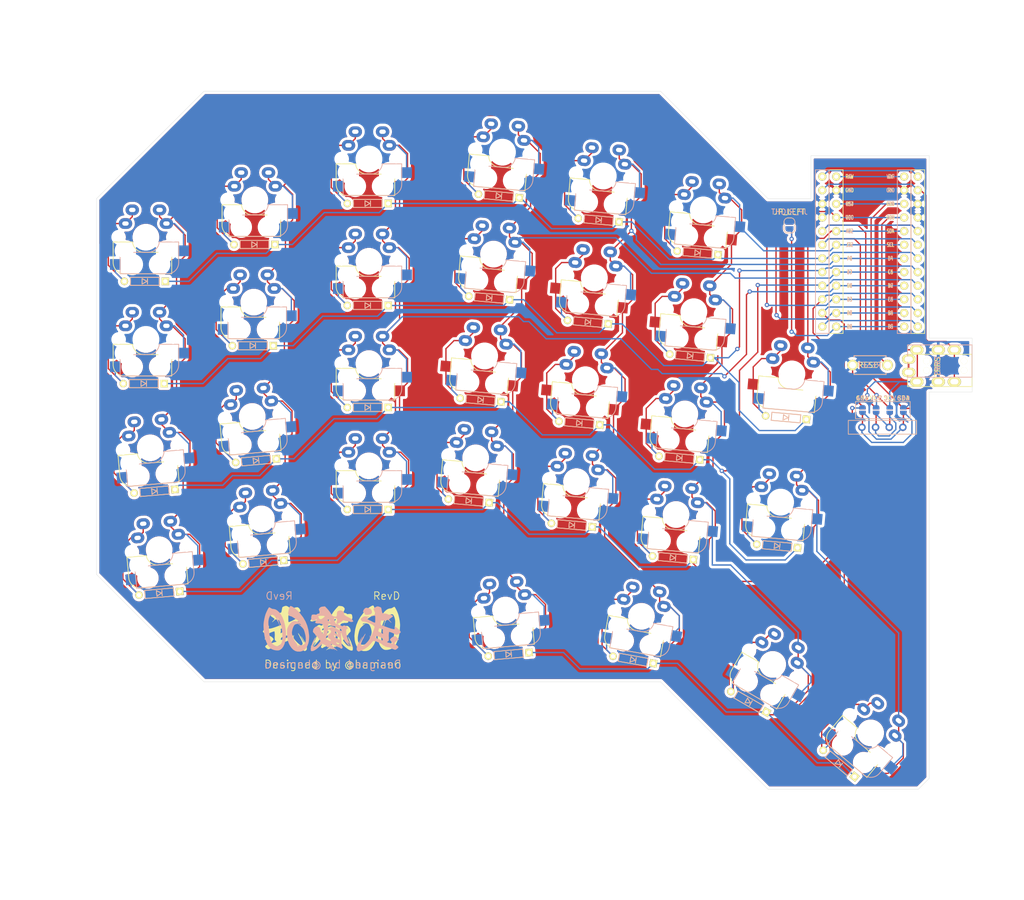
<source format=kicad_pcb>
(kicad_pcb (version 20171130) (host pcbnew 5.1.9)
  (title_block (title MUSASHI60) (rev A) (company "HAMANO Tsukasa"))
  (layers (0 F.Cu signal) (31 B.Cu signal) (34 B.Paste user) (35 F.Paste user) (36 B.SilkS user) (37 F.SilkS user) (38 B.Mask user) (39 F.Mask user) (44 Edge.Cuts user))
  (net 0 "")
  (net 1 B1)
  (net 2 "Net-(D_A3-Pad2)")
  (net 3 B3)
  (net 4 F6)
  (net 5 "Net-(D_B1-Pad2)")
  (net 6 "Net-(D_B2-Pad2)")
  (net 7 F7)
  (net 8 "Net-(D_B3-Pad2)")
  (net 9 "Net-(D_B4-Pad2)")
  (net 10 D1)
  (net 11 D0)
  (net 12 RST)
  (net 13 GND)
  (net 14 "Net-(U1-Pad24)")
  (net 15 VCC)
  (net 16 B2)
  (net 17 "Net-(D_B5-Pad2)")
  (net 18 "Net-(D_C1-Pad2)")
  (net 19 "Net-(D_C2-Pad2)")
  (net 20 "Net-(D_C4-Pad2)")
  (net 21 "Net-(D_C5-Pad2)")
  (net 22 D4)
  (net 23 "Net-(D_D1-Pad2)")
  (net 24 "Net-(D_D2-Pad2)")
  (net 25 "Net-(D_D3-Pad2)")
  (net 26 "Net-(D_D4-Pad2)")
  (net 27 "Net-(D_D5-Pad2)")
  (net 28 "Net-(D_E1-Pad2)")
  (net 29 "Net-(D_E2-Pad2)")
  (net 30 "Net-(D_E3-Pad2)")
  (net 31 "Net-(D_E4-Pad2)")
  (net 32 "Net-(D_F2-Pad2)")
  (net 33 "Net-(D_F3-Pad2)")
  (net 34 C6)
  (net 35 D7)
  (net 36 E6)
  (net 37 B4)
  (net 38 B5)
  (net 39 D2)
  (net 40 D3)
  (net 41 F4)
  (net 42 F5)
  (net 43 "Net-(J1-PadA)")
  (net 44 B6)
  (net 45 "Net-(D_A2-Pad2)")
  (net 46 "Net-(D_C3-Pad2)")
  (net 47 "Net-(D_A5-Pad2)")
  (net 48 "Net-(D_F4-Pad2)")
  (net 49 "Net-(D_F1-Pad2)")
  (net 50 "Net-(D_G2-Pad2)")
  (net 51 "Net-(D_G3-Pad2)")
  (net 52 "Net-(D_G4-Pad2)")
  (net 53 "Net-(D_G1-Pad2)")
  (net 54 "Net-(OL1-Pad4)")
  (net 55 "Net-(OL1-Pad3)")
  (net 56 "Net-(OL1-Pad2)")
  (net 57 "Net-(OL1-Pad1)")
  (module local:OLED_Reversible (layer F.Cu) (at 171.3 102.1)
    (fp_text reference OL1 hide)
    (fp_text value OLED hide)
    (pad 4 thru_hole circle (at -3.81 -16.51 180) (size 1.397 1.397) (drill 0.8128) (layers *.Cu B.Mask) (net 54 "Net-(OL1-Pad4)"))
    (pad 3 thru_hole circle (at -1.27 -16.51 180) (size 1.397 1.397) (drill 0.8128) (layers *.Cu B.Mask) (net 55 "Net-(OL1-Pad3)"))
    (pad 2 thru_hole circle (at 1.27 -16.51 180) (size 1.397 1.397) (drill 0.8128) (layers *.Cu B.Mask) (net 56 "Net-(OL1-Pad2)"))
    (pad 1 thru_hole circle (at 3.81 -16.51 180) (size 1.397 1.397) (drill 0.8128) (layers *.Cu B.Mask) (net 57 "Net-(OL1-Pad1)"))
  )
  (module local:musashi60-silk-384 (layer B.Cu) (at 68.9 123.2 180)
    (fp_text reference G*** hide)
    (fp_text value LOGO hide)
  )
  (module local:musashi60-silk-384 (layer F.Cu) (at 68.7 123.1)
    (fp_text reference G*** hide)
    (fp_text value LOGO hide)
  )
  (module local:ResetSW (layer F.Cu) (at 169 74 180)
    (fp_text reference SW_RST1 hide)
    (fp_text value SW_PUSH hide)
    (fp_text user RESET (at 0 0) (layer F.SilkS))
    (fp_text user RESET (at 0.127 0) (layer B.SilkS) (effects (justify mirror)))
    (pad 2 thru_hole circle (at -3.25 0 180) (size 2 2) (drill 1.3) (layers *.Cu *.Mask F.SilkS) (net 12 RST))
    (pad 1 thru_hole circle (at 3.25 0 180) (size 2 2) (drill 1.3) (layers *.Cu *.Mask F.SilkS) (net 13 GND))
  )
  (module local:SolderJumper (layer B.Cu) (at 154 48 180)
    (fp_text reference JP_RIGHT1)
    (fp_text value JP_RIGHT (at 0 2.54 180) (layer B.SilkS) (effects (justify mirror)))
    (pad 1 smd custom (at 0 0.65 270) (size 1 0.5) (layers B.Cu B.Mask) (net 13 GND) (options (clearance outline) (anchor rect)) (primitives (gr_circle (center 0 -0.25) (end 0.5 -0.25) (width 0)) (gr_circle (center 0 0.25) (end 0.5 0.25) (width 0)) (gr_poly (pts (xy 0 0.75) (xy 0.5 0.75) (xy 0.5 -0.75) (xy 0 -0.75)) (width 0))))
    (pad 2 smd custom (at 0 -0.65 270) (size 1 0.5) (layers B.Cu B.Mask) (net 44 B6) (options (clearance outline) (anchor rect)) (primitives (gr_circle (center 0 -0.25) (end 0.5 -0.25) (width 0)) (gr_circle (center 0 0.25) (end 0.5 0.25) (width 0)) (gr_poly (pts (xy 0 0.75) (xy -0.5 0.75) (xy -0.5 -0.75) (xy 0 -0.75)) (width 0))))
  )
  (module local:SolderJumper (layer F.Cu) (at 154 48)
    (fp_text reference JP_LEFT1)
    (fp_text value JP_LEFT (at 0 -2.54 180) (layer F.SilkS))
    (pad 1 smd custom (at 0 -0.65 270) (size 1 0.5) (layers F.Cu F.Mask) (net 15 VCC) (options (clearance outline) (anchor rect)) (primitives (gr_circle (center 0 0.25) (end 0.5 0.25) (width 0)) (gr_circle (center 0 -0.25) (end 0.5 -0.25) (width 0)) (gr_poly (pts (xy 0 -0.75) (xy 0.5 -0.75) (xy 0.5 0.75) (xy 0 0.75)) (width 0))))
    (pad 2 smd custom (at 0 0.65 270) (size 1 0.5) (layers F.Cu F.Mask) (net 44 B6) (options (clearance outline) (anchor rect)) (primitives (gr_circle (center 0 0.25) (end 0.5 0.25) (width 0)) (gr_circle (center 0 -0.25) (end 0.5 -0.25) (width 0)) (gr_poly (pts (xy 0 -0.75) (xy -0.5 -0.75) (xy -0.5 0.75) (xy 0 0.75)) (width 0))))
  )
  (module local:CherryMX_Direct_Hotswap_Reversible (layer F.Cu) (at 154.450087 75.65304 175)
    (fp_text reference SW_A2 hide)
    (fp_text value SW_PUSH hide)
    (pad 2 smd rect (at 5.7 -5.08 355) (size 2 2) (layers B.Cu B.Paste B.Mask) (net 45 "Net-(D_A2-Pad2)"))
    (pad "" np_thru_hole circle (at -3.81 -2.54 355) (size 3 3) (drill 3) (layers *.Cu *.Mask) (clearance 0.25))
    (pad "" np_thru_hole circle (at 5.08 0 355) (size 1.702 1.702) (drill 1.702) (layers *.Cu *.Mask) (clearance 0.3))
    (pad "" np_thru_hole circle (at -5.08 0 355) (size 1.702 1.702) (drill 1.702) (layers *.Cu *.Mask) (clearance 0.3))
    (pad "" np_thru_hole circle (at 0 0 85) (size 3.988 3.988) (drill 3.988) (layers *.Cu *.Mask) (clearance 0.25))
    (pad "" np_thru_hole circle (at 2.54 -5.08 355) (size 3 3) (drill 3) (layers *.Cu *.Mask) (clearance 0.3))
    (pad 1 smd rect (at -7 -2.54 355) (size 2 2) (layers B.Cu B.Paste B.Mask) (net 41 F4))
    (pad 2 smd rect (at 7 -2.54 355) (size 2 2) (layers F.Cu F.Paste F.Mask) (net 45 "Net-(D_A2-Pad2)"))
    (pad "" np_thru_hole circle (at -2.54 -5.08 355) (size 3 3) (drill 3) (layers *.Cu *.Mask) (clearance 0.3))
    (pad "" np_thru_hole circle (at 3.81 -2.54 355) (size 3 3) (drill 3) (layers *.Cu *.Mask) (clearance 0.25))
    (pad 1 smd rect (at -5.7 -5.08 355) (size 2 2) (layers F.Cu F.Paste F.Mask) (net 41 F4))
    (pad 1 thru_hole oval (at -3.81 2.54 355) (size 2.5 2) (drill oval 1.2 0.8) (layers *.Cu *.Mask) (net 41 F4))
    (pad 1 thru_hole oval (at -2.54 5.08 355) (size 2.5 2) (drill oval 1.2 0.8) (layers *.Cu *.Mask) (net 41 F4))
    (pad 2 thru_hole oval (at 3.81 2.54 355) (size 2.5 2) (drill oval 1.2 0.8) (layers *.Cu *.Mask) (net 45 "Net-(D_A2-Pad2)"))
    (pad 2 thru_hole oval (at 2.54 5.08 355) (size 2.5 2) (drill oval 1.2 0.8) (layers *.Cu *.Mask) (net 45 "Net-(D_A2-Pad2)"))
  )
  (module local:CherryMX_Direct_Hotswap_Reversible (layer F.Cu) (at 152.349092 99.528148 175)
    (fp_text reference SW_A3 hide)
    (fp_text value SW_PUSH hide)
    (pad 2 smd rect (at 5.7 -5.08 355) (size 2 2) (layers B.Cu B.Paste B.Mask) (net 2 "Net-(D_A3-Pad2)"))
    (pad "" np_thru_hole circle (at -3.81 -2.54 355) (size 3 3) (drill 3) (layers *.Cu *.Mask) (clearance 0.25))
    (pad "" np_thru_hole circle (at 5.08 0 355) (size 1.702 1.702) (drill 1.702) (layers *.Cu *.Mask) (clearance 0.3))
    (pad "" np_thru_hole circle (at -5.08 0 355) (size 1.702 1.702) (drill 1.702) (layers *.Cu *.Mask) (clearance 0.3))
    (pad "" np_thru_hole circle (at 0 0 85) (size 3.988 3.988) (drill 3.988) (layers *.Cu *.Mask) (clearance 0.25))
    (pad "" np_thru_hole circle (at 2.54 -5.08 355) (size 3 3) (drill 3) (layers *.Cu *.Mask) (clearance 0.3))
    (pad 1 smd rect (at -7 -2.54 355) (size 2 2) (layers B.Cu B.Paste B.Mask) (net 41 F4))
    (pad 2 smd rect (at 7 -2.54 355) (size 2 2) (layers F.Cu F.Paste F.Mask) (net 2 "Net-(D_A3-Pad2)"))
    (pad "" np_thru_hole circle (at -2.54 -5.08 355) (size 3 3) (drill 3) (layers *.Cu *.Mask) (clearance 0.3))
    (pad "" np_thru_hole circle (at 3.81 -2.54 355) (size 3 3) (drill 3) (layers *.Cu *.Mask) (clearance 0.25))
    (pad 1 smd rect (at -5.7 -5.08 355) (size 2 2) (layers F.Cu F.Paste F.Mask) (net 41 F4))
    (pad 1 thru_hole oval (at -3.81 2.54 355) (size 2.5 2) (drill oval 1.2 0.8) (layers *.Cu *.Mask) (net 41 F4))
    (pad 1 thru_hole oval (at -2.54 5.08 355) (size 2.5 2) (drill oval 1.2 0.8) (layers *.Cu *.Mask) (net 41 F4))
    (pad 2 thru_hole oval (at 3.81 2.54 355) (size 2.5 2) (drill oval 1.2 0.8) (layers *.Cu *.Mask) (net 2 "Net-(D_A3-Pad2)"))
    (pad 2 thru_hole oval (at 2.54 5.08 355) (size 2.5 2) (drill oval 1.2 0.8) (layers *.Cu *.Mask) (net 2 "Net-(D_A3-Pad2)"))
  )
  (module local:CherryMX_Direct_Hotswap_Reversible (layer F.Cu) (at 169.114051 142.505226 140)
    (fp_text reference SW_A5 hide)
    (fp_text value SW_PUSH hide)
    (pad 2 thru_hole oval (at 2.54 5.08 320) (size 2.5 2) (drill oval 1.2 0.8) (layers *.Cu *.Mask) (net 47 "Net-(D_A5-Pad2)"))
    (pad 2 thru_hole oval (at 3.81 2.54 320) (size 2.5 2) (drill oval 1.2 0.8) (layers *.Cu *.Mask) (net 47 "Net-(D_A5-Pad2)"))
    (pad 1 thru_hole oval (at -2.54 5.08 320) (size 2.5 2) (drill oval 1.2 0.8) (layers *.Cu *.Mask) (net 41 F4))
    (pad 1 thru_hole oval (at -3.81 2.54 320) (size 2.5 2) (drill oval 1.2 0.8) (layers *.Cu *.Mask) (net 41 F4))
    (pad 1 smd rect (at -5.7 -5.08 320) (size 2 2) (layers F.Cu F.Paste F.Mask) (net 41 F4))
    (pad "" np_thru_hole circle (at 3.81 -2.54 320) (size 3 3) (drill 3) (layers *.Cu *.Mask) (clearance 0.25))
    (pad "" np_thru_hole circle (at -2.54 -5.08 320) (size 3 3) (drill 3) (layers *.Cu *.Mask) (clearance 0.3))
    (pad 2 smd rect (at 7 -2.54 320) (size 2 2) (layers F.Cu F.Paste F.Mask) (net 47 "Net-(D_A5-Pad2)"))
    (pad 1 smd rect (at -7 -2.54 320) (size 2 2) (layers B.Cu B.Paste B.Mask) (net 41 F4))
    (pad "" np_thru_hole circle (at 2.54 -5.08 320) (size 3 3) (drill 3) (layers *.Cu *.Mask) (clearance 0.3))
    (pad "" np_thru_hole circle (at 0 0 50) (size 3.988 3.988) (drill 3.988) (layers *.Cu *.Mask) (clearance 0.25))
    (pad "" np_thru_hole circle (at -5.08 0 320) (size 1.702 1.702) (drill 1.702) (layers *.Cu *.Mask) (clearance 0.3))
    (pad "" np_thru_hole circle (at 5.08 0 320) (size 1.702 1.702) (drill 1.702) (layers *.Cu *.Mask) (clearance 0.3))
    (pad "" np_thru_hole circle (at -3.81 -2.54 320) (size 3 3) (drill 3) (layers *.Cu *.Mask) (clearance 0.25))
    (pad 2 smd rect (at 5.7 -5.08 320) (size 2 2) (layers B.Cu B.Paste B.Mask) (net 47 "Net-(D_A5-Pad2)"))
  )
  (module local:CherryMX_Direct_Hotswap_Reversible (layer F.Cu) (at 137.970219 45.095553 175)
    (fp_text reference SW_B1 hide)
    (fp_text value SW_PUSH hide)
    (pad 2 thru_hole oval (at 2.54 5.08 355) (size 2.5 2) (drill oval 1.2 0.8) (layers *.Cu *.Mask) (net 5 "Net-(D_B1-Pad2)"))
    (pad 2 thru_hole oval (at 3.81 2.54 355) (size 2.5 2) (drill oval 1.2 0.8) (layers *.Cu *.Mask) (net 5 "Net-(D_B1-Pad2)"))
    (pad 1 thru_hole oval (at -2.54 5.08 355) (size 2.5 2) (drill oval 1.2 0.8) (layers *.Cu *.Mask) (net 42 F5))
    (pad 1 thru_hole oval (at -3.81 2.54 355) (size 2.5 2) (drill oval 1.2 0.8) (layers *.Cu *.Mask) (net 42 F5))
    (pad 1 smd rect (at -5.7 -5.08 355) (size 2 2) (layers F.Cu F.Paste F.Mask) (net 42 F5))
    (pad "" np_thru_hole circle (at 3.81 -2.54 355) (size 3 3) (drill 3) (layers *.Cu *.Mask) (clearance 0.25))
    (pad "" np_thru_hole circle (at -2.54 -5.08 355) (size 3 3) (drill 3) (layers *.Cu *.Mask) (clearance 0.3))
    (pad 2 smd rect (at 7 -2.54 355) (size 2 2) (layers F.Cu F.Paste F.Mask) (net 5 "Net-(D_B1-Pad2)"))
    (pad 1 smd rect (at -7 -2.54 355) (size 2 2) (layers B.Cu B.Paste B.Mask) (net 42 F5))
    (pad "" np_thru_hole circle (at 2.54 -5.08 355) (size 3 3) (drill 3) (layers *.Cu *.Mask) (clearance 0.3))
    (pad "" np_thru_hole circle (at 0 0 85) (size 3.988 3.988) (drill 3.988) (layers *.Cu *.Mask) (clearance 0.25))
    (pad "" np_thru_hole circle (at -5.08 0 355) (size 1.702 1.702) (drill 1.702) (layers *.Cu *.Mask) (clearance 0.3))
    (pad "" np_thru_hole circle (at 5.08 0 355) (size 1.702 1.702) (drill 1.702) (layers *.Cu *.Mask) (clearance 0.3))
    (pad "" np_thru_hole circle (at -3.81 -2.54 355) (size 3 3) (drill 3) (layers *.Cu *.Mask) (clearance 0.25))
    (pad 2 smd rect (at 5.7 -5.08 355) (size 2 2) (layers B.Cu B.Paste B.Mask) (net 5 "Net-(D_B1-Pad2)"))
  )
  (module local:CherryMX_Direct_Hotswap_Reversible (layer F.Cu) (at 136.193027 64.065945 175)
    (fp_text reference SW_B2 hide)
    (fp_text value SW_PUSH hide)
    (pad 2 thru_hole oval (at 2.54 5.08 355) (size 2.5 2) (drill oval 1.2 0.8) (layers *.Cu *.Mask) (net 6 "Net-(D_B2-Pad2)"))
    (pad 2 thru_hole oval (at 3.81 2.54 355) (size 2.5 2) (drill oval 1.2 0.8) (layers *.Cu *.Mask) (net 6 "Net-(D_B2-Pad2)"))
    (pad 1 thru_hole oval (at -2.54 5.08 355) (size 2.5 2) (drill oval 1.2 0.8) (layers *.Cu *.Mask) (net 42 F5))
    (pad 1 thru_hole oval (at -3.81 2.54 355) (size 2.5 2) (drill oval 1.2 0.8) (layers *.Cu *.Mask) (net 42 F5))
    (pad 1 smd rect (at -5.7 -5.08 355) (size 2 2) (layers F.Cu F.Paste F.Mask) (net 42 F5))
    (pad "" np_thru_hole circle (at 3.81 -2.54 355) (size 3 3) (drill 3) (layers *.Cu *.Mask) (clearance 0.25))
    (pad "" np_thru_hole circle (at -2.54 -5.08 355) (size 3 3) (drill 3) (layers *.Cu *.Mask) (clearance 0.3))
    (pad 2 smd rect (at 7 -2.54 355) (size 2 2) (layers F.Cu F.Paste F.Mask) (net 6 "Net-(D_B2-Pad2)"))
    (pad 1 smd rect (at -7 -2.54 355) (size 2 2) (layers B.Cu B.Paste B.Mask) (net 42 F5))
    (pad "" np_thru_hole circle (at 2.54 -5.08 355) (size 3 3) (drill 3) (layers *.Cu *.Mask) (clearance 0.3))
    (pad "" np_thru_hole circle (at 0 0 85) (size 3.988 3.988) (drill 3.988) (layers *.Cu *.Mask) (clearance 0.25))
    (pad "" np_thru_hole circle (at -5.08 0 355) (size 1.702 1.702) (drill 1.702) (layers *.Cu *.Mask) (clearance 0.3))
    (pad "" np_thru_hole circle (at 5.08 0 355) (size 1.702 1.702) (drill 1.702) (layers *.Cu *.Mask) (clearance 0.3))
    (pad "" np_thru_hole circle (at -3.81 -2.54 355) (size 3 3) (drill 3) (layers *.Cu *.Mask) (clearance 0.25))
    (pad 2 smd rect (at 5.7 -5.08 355) (size 2 2) (layers B.Cu B.Paste B.Mask) (net 6 "Net-(D_B2-Pad2)"))
  )
  (module local:CherryMX_Direct_Hotswap_Reversible (layer F.Cu) (at 134.528625 83.090146 175)
    (fp_text reference SW_B3 hide)
    (fp_text value SW_PUSH hide)
    (pad 2 thru_hole oval (at 2.54 5.08 355) (size 2.5 2) (drill oval 1.2 0.8) (layers *.Cu *.Mask) (net 8 "Net-(D_B3-Pad2)"))
    (pad 2 thru_hole oval (at 3.81 2.54 355) (size 2.5 2) (drill oval 1.2 0.8) (layers *.Cu *.Mask) (net 8 "Net-(D_B3-Pad2)"))
    (pad 1 thru_hole oval (at -2.54 5.08 355) (size 2.5 2) (drill oval 1.2 0.8) (layers *.Cu *.Mask) (net 42 F5))
    (pad 1 thru_hole oval (at -3.81 2.54 355) (size 2.5 2) (drill oval 1.2 0.8) (layers *.Cu *.Mask) (net 42 F5))
    (pad 1 smd rect (at -5.7 -5.08 355) (size 2 2) (layers F.Cu F.Paste F.Mask) (net 42 F5))
    (pad "" np_thru_hole circle (at 3.81 -2.54 355) (size 3 3) (drill 3) (layers *.Cu *.Mask) (clearance 0.25))
    (pad "" np_thru_hole circle (at -2.54 -5.08 355) (size 3 3) (drill 3) (layers *.Cu *.Mask) (clearance 0.3))
    (pad 2 smd rect (at 7 -2.54 355) (size 2 2) (layers F.Cu F.Paste F.Mask) (net 8 "Net-(D_B3-Pad2)"))
    (pad 1 smd rect (at -7 -2.54 355) (size 2 2) (layers B.Cu B.Paste B.Mask) (net 42 F5))
    (pad "" np_thru_hole circle (at 2.54 -5.08 355) (size 3 3) (drill 3) (layers *.Cu *.Mask) (clearance 0.3))
    (pad "" np_thru_hole circle (at 0 0 85) (size 3.988 3.988) (drill 3.988) (layers *.Cu *.Mask) (clearance 0.25))
    (pad "" np_thru_hole circle (at -5.08 0 355) (size 1.702 1.702) (drill 1.702) (layers *.Cu *.Mask) (clearance 0.3))
    (pad "" np_thru_hole circle (at 5.08 0 355) (size 1.702 1.702) (drill 1.702) (layers *.Cu *.Mask) (clearance 0.3))
    (pad "" np_thru_hole circle (at -3.81 -2.54 355) (size 3 3) (drill 3) (layers *.Cu *.Mask) (clearance 0.25))
    (pad 2 smd rect (at 5.7 -5.08 355) (size 2 2) (layers B.Cu B.Paste B.Mask) (net 8 "Net-(D_B3-Pad2)"))
  )
  (module local:CherryMX_Direct_Hotswap_Reversible (layer F.Cu) (at 132.889247 101.828319 175)
    (fp_text reference SW_B4 hide)
    (fp_text value SW_PUSH hide)
    (pad 2 thru_hole oval (at 2.54 5.08 355) (size 2.5 2) (drill oval 1.2 0.8) (layers *.Cu *.Mask) (net 9 "Net-(D_B4-Pad2)"))
    (pad 2 thru_hole oval (at 3.81 2.54 355) (size 2.5 2) (drill oval 1.2 0.8) (layers *.Cu *.Mask) (net 9 "Net-(D_B4-Pad2)"))
    (pad 1 thru_hole oval (at -2.54 5.08 355) (size 2.5 2) (drill oval 1.2 0.8) (layers *.Cu *.Mask) (net 42 F5))
    (pad 1 thru_hole oval (at -3.81 2.54 355) (size 2.5 2) (drill oval 1.2 0.8) (layers *.Cu *.Mask) (net 42 F5))
    (pad 1 smd rect (at -5.7 -5.08 355) (size 2 2) (layers F.Cu F.Paste F.Mask) (net 42 F5))
    (pad "" np_thru_hole circle (at 3.81 -2.54 355) (size 3 3) (drill 3) (layers *.Cu *.Mask) (clearance 0.25))
    (pad "" np_thru_hole circle (at -2.54 -5.08 355) (size 3 3) (drill 3) (layers *.Cu *.Mask) (clearance 0.3))
    (pad 2 smd rect (at 7 -2.54 355) (size 2 2) (layers F.Cu F.Paste F.Mask) (net 9 "Net-(D_B4-Pad2)"))
    (pad 1 smd rect (at -7 -2.54 355) (size 2 2) (layers B.Cu B.Paste B.Mask) (net 42 F5))
    (pad "" np_thru_hole circle (at 2.54 -5.08 355) (size 3 3) (drill 3) (layers *.Cu *.Mask) (clearance 0.3))
    (pad "" np_thru_hole circle (at 0 0 85) (size 3.988 3.988) (drill 3.988) (layers *.Cu *.Mask) (clearance 0.25))
    (pad "" np_thru_hole circle (at -5.08 0 355) (size 1.702 1.702) (drill 1.702) (layers *.Cu *.Mask) (clearance 0.3))
    (pad "" np_thru_hole circle (at 5.08 0 355) (size 1.702 1.702) (drill 1.702) (layers *.Cu *.Mask) (clearance 0.3))
    (pad "" np_thru_hole circle (at -3.81 -2.54 355) (size 3 3) (drill 3) (layers *.Cu *.Mask) (clearance 0.25))
    (pad 2 smd rect (at 5.7 -5.08 355) (size 2 2) (layers B.Cu B.Paste B.Mask) (net 9 "Net-(D_B4-Pad2)"))
  )
  (module local:CherryMX_Direct_Hotswap_Reversible (layer F.Cu) (at 150.87883 129.75363 150)
    (fp_text reference SW_B5 hide)
    (fp_text value SW_PUSH hide)
    (pad 2 thru_hole oval (at 2.54 5.08 330) (size 2.5 2) (drill oval 1.2 0.8) (layers *.Cu *.Mask) (net 17 "Net-(D_B5-Pad2)"))
    (pad 2 thru_hole oval (at 3.81 2.54 330) (size 2.5 2) (drill oval 1.2 0.8) (layers *.Cu *.Mask) (net 17 "Net-(D_B5-Pad2)"))
    (pad 1 thru_hole oval (at -2.54 5.08 330) (size 2.5 2) (drill oval 1.2 0.8) (layers *.Cu *.Mask) (net 42 F5))
    (pad 1 thru_hole oval (at -3.81 2.54 330) (size 2.5 2) (drill oval 1.2 0.8) (layers *.Cu *.Mask) (net 42 F5))
    (pad 1 smd rect (at -5.7 -5.08 330) (size 2 2) (layers F.Cu F.Paste F.Mask) (net 42 F5))
    (pad "" np_thru_hole circle (at 3.81 -2.54 330) (size 3 3) (drill 3) (layers *.Cu *.Mask) (clearance 0.25))
    (pad "" np_thru_hole circle (at -2.54 -5.08 330) (size 3 3) (drill 3) (layers *.Cu *.Mask) (clearance 0.3))
    (pad 2 smd rect (at 7 -2.54 330) (size 2 2) (layers F.Cu F.Paste F.Mask) (net 17 "Net-(D_B5-Pad2)"))
    (pad 1 smd rect (at -7 -2.54 330) (size 2 2) (layers B.Cu B.Paste B.Mask) (net 42 F5))
    (pad "" np_thru_hole circle (at 2.54 -5.08 330) (size 3 3) (drill 3) (layers *.Cu *.Mask) (clearance 0.3))
    (pad "" np_thru_hole circle (at 0 0 60) (size 3.988 3.988) (drill 3.988) (layers *.Cu *.Mask) (clearance 0.25))
    (pad "" np_thru_hole circle (at -5.08 0 330) (size 1.702 1.702) (drill 1.702) (layers *.Cu *.Mask) (clearance 0.3))
    (pad "" np_thru_hole circle (at 5.08 0 330) (size 1.702 1.702) (drill 1.702) (layers *.Cu *.Mask) (clearance 0.3))
    (pad "" np_thru_hole circle (at -3.81 -2.54 330) (size 3 3) (drill 3) (layers *.Cu *.Mask) (clearance 0.25))
    (pad 2 smd rect (at 5.7 -5.08 330) (size 2 2) (layers B.Cu B.Paste B.Mask) (net 17 "Net-(D_B5-Pad2)"))
  )
  (module local:CherryMX_Direct_Hotswap_Reversible (layer F.Cu) (at 119.335411 38.78344 175)
    (fp_text reference SW_C1 hide)
    (fp_text value SW_PUSH hide)
    (pad 2 thru_hole oval (at 2.54 5.08 355) (size 2.5 2) (drill oval 1.2 0.8) (layers *.Cu *.Mask) (net 18 "Net-(D_C1-Pad2)"))
    (pad 2 thru_hole oval (at 3.81 2.54 355) (size 2.5 2) (drill oval 1.2 0.8) (layers *.Cu *.Mask) (net 18 "Net-(D_C1-Pad2)"))
    (pad 1 thru_hole oval (at -2.54 5.08 355) (size 2.5 2) (drill oval 1.2 0.8) (layers *.Cu *.Mask) (net 4 F6))
    (pad 1 thru_hole oval (at -3.81 2.54 355) (size 2.5 2) (drill oval 1.2 0.8) (layers *.Cu *.Mask) (net 4 F6))
    (pad 1 smd rect (at -5.7 -5.08 355) (size 2 2) (layers F.Cu F.Paste F.Mask) (net 4 F6))
    (pad "" np_thru_hole circle (at 3.81 -2.54 355) (size 3 3) (drill 3) (layers *.Cu *.Mask) (clearance 0.25))
    (pad "" np_thru_hole circle (at -2.54 -5.08 355) (size 3 3) (drill 3) (layers *.Cu *.Mask) (clearance 0.3))
    (pad 2 smd rect (at 7 -2.54 355) (size 2 2) (layers F.Cu F.Paste F.Mask) (net 18 "Net-(D_C1-Pad2)"))
    (pad 1 smd rect (at -7 -2.54 355) (size 2 2) (layers B.Cu B.Paste B.Mask) (net 4 F6))
    (pad "" np_thru_hole circle (at 2.54 -5.08 355) (size 3 3) (drill 3) (layers *.Cu *.Mask) (clearance 0.3))
    (pad "" np_thru_hole circle (at 0 0 85) (size 3.988 3.988) (drill 3.988) (layers *.Cu *.Mask) (clearance 0.25))
    (pad "" np_thru_hole circle (at -5.08 0 355) (size 1.702 1.702) (drill 1.702) (layers *.Cu *.Mask) (clearance 0.3))
    (pad "" np_thru_hole circle (at 5.08 0 355) (size 1.702 1.702) (drill 1.702) (layers *.Cu *.Mask) (clearance 0.3))
    (pad "" np_thru_hole circle (at -3.81 -2.54 355) (size 3 3) (drill 3) (layers *.Cu *.Mask) (clearance 0.25))
    (pad 2 smd rect (at 5.7 -5.08 355) (size 2 2) (layers B.Cu B.Paste B.Mask) (net 18 "Net-(D_C1-Pad2)"))
  )
  (module local:CherryMX_Direct_Hotswap_Reversible (layer F.Cu) (at 117.675016 57.760922 175)
    (fp_text reference SW_C2 hide)
    (fp_text value SW_PUSH hide)
    (pad 2 thru_hole oval (at 2.54 5.08 355) (size 2.5 2) (drill oval 1.2 0.8) (layers *.Cu *.Mask) (net 19 "Net-(D_C2-Pad2)"))
    (pad 2 thru_hole oval (at 3.81 2.54 355) (size 2.5 2) (drill oval 1.2 0.8) (layers *.Cu *.Mask) (net 19 "Net-(D_C2-Pad2)"))
    (pad 1 thru_hole oval (at -2.54 5.08 355) (size 2.5 2) (drill oval 1.2 0.8) (layers *.Cu *.Mask) (net 4 F6))
    (pad 1 thru_hole oval (at -3.81 2.54 355) (size 2.5 2) (drill oval 1.2 0.8) (layers *.Cu *.Mask) (net 4 F6))
    (pad 1 smd rect (at -5.7 -5.08 355) (size 2 2) (layers F.Cu F.Paste F.Mask) (net 4 F6))
    (pad "" np_thru_hole circle (at 3.81 -2.54 355) (size 3 3) (drill 3) (layers *.Cu *.Mask) (clearance 0.25))
    (pad "" np_thru_hole circle (at -2.54 -5.08 355) (size 3 3) (drill 3) (layers *.Cu *.Mask) (clearance 0.3))
    (pad 2 smd rect (at 7 -2.54 355) (size 2 2) (layers F.Cu F.Paste F.Mask) (net 19 "Net-(D_C2-Pad2)"))
    (pad 1 smd rect (at -7 -2.54 355) (size 2 2) (layers B.Cu B.Paste B.Mask) (net 4 F6))
    (pad "" np_thru_hole circle (at 2.54 -5.08 355) (size 3 3) (drill 3) (layers *.Cu *.Mask) (clearance 0.3))
    (pad "" np_thru_hole circle (at 0 0 85) (size 3.988 3.988) (drill 3.988) (layers *.Cu *.Mask) (clearance 0.25))
    (pad "" np_thru_hole circle (at -5.08 0 355) (size 1.702 1.702) (drill 1.702) (layers *.Cu *.Mask) (clearance 0.3))
    (pad "" np_thru_hole circle (at 5.08 0 355) (size 1.702 1.702) (drill 1.702) (layers *.Cu *.Mask) (clearance 0.3))
    (pad "" np_thru_hole circle (at -3.81 -2.54 355) (size 3 3) (drill 3) (layers *.Cu *.Mask) (clearance 0.25))
    (pad 2 smd rect (at 5.7 -5.08 355) (size 2 2) (layers B.Cu B.Paste B.Mask) (net 19 "Net-(D_C2-Pad2)"))
  )
  (module local:CherryMX_Direct_Hotswap_Reversible (layer F.Cu) (at 116.0147 76.738431 175)
    (fp_text reference SW_C3 hide)
    (fp_text value SW_PUSH hide)
    (pad 2 thru_hole oval (at 2.54 5.08 355) (size 2.5 2) (drill oval 1.2 0.8) (layers *.Cu *.Mask) (net 46 "Net-(D_C3-Pad2)"))
    (pad 2 thru_hole oval (at 3.81 2.54 355) (size 2.5 2) (drill oval 1.2 0.8) (layers *.Cu *.Mask) (net 46 "Net-(D_C3-Pad2)"))
    (pad 1 thru_hole oval (at -2.54 5.08 355) (size 2.5 2) (drill oval 1.2 0.8) (layers *.Cu *.Mask) (net 4 F6))
    (pad 1 thru_hole oval (at -3.81 2.54 355) (size 2.5 2) (drill oval 1.2 0.8) (layers *.Cu *.Mask) (net 4 F6))
    (pad 1 smd rect (at -5.7 -5.08 355) (size 2 2) (layers F.Cu F.Paste F.Mask) (net 4 F6))
    (pad "" np_thru_hole circle (at 3.81 -2.54 355) (size 3 3) (drill 3) (layers *.Cu *.Mask) (clearance 0.25))
    (pad "" np_thru_hole circle (at -2.54 -5.08 355) (size 3 3) (drill 3) (layers *.Cu *.Mask) (clearance 0.3))
    (pad 2 smd rect (at 7 -2.54 355) (size 2 2) (layers F.Cu F.Paste F.Mask) (net 46 "Net-(D_C3-Pad2)"))
    (pad 1 smd rect (at -7 -2.54 355) (size 2 2) (layers B.Cu B.Paste B.Mask) (net 4 F6))
    (pad "" np_thru_hole circle (at 2.54 -5.08 355) (size 3 3) (drill 3) (layers *.Cu *.Mask) (clearance 0.3))
    (pad "" np_thru_hole circle (at 0 0 85) (size 3.988 3.988) (drill 3.988) (layers *.Cu *.Mask) (clearance 0.25))
    (pad "" np_thru_hole circle (at -5.08 0 355) (size 1.702 1.702) (drill 1.702) (layers *.Cu *.Mask) (clearance 0.3))
    (pad "" np_thru_hole circle (at 5.08 0 355) (size 1.702 1.702) (drill 1.702) (layers *.Cu *.Mask) (clearance 0.3))
    (pad "" np_thru_hole circle (at -3.81 -2.54 355) (size 3 3) (drill 3) (layers *.Cu *.Mask) (clearance 0.25))
    (pad 2 smd rect (at 5.7 -5.08 355) (size 2 2) (layers B.Cu B.Paste B.Mask) (net 46 "Net-(D_C3-Pad2)"))
  )
  (module local:CherryMX_Direct_Hotswap_Reversible (layer F.Cu) (at 114.354383 95.71594 175)
    (fp_text reference SW_C4 hide)
    (fp_text value SW_PUSH hide)
    (pad 2 thru_hole oval (at 2.54 5.08 355) (size 2.5 2) (drill oval 1.2 0.8) (layers *.Cu *.Mask) (net 20 "Net-(D_C4-Pad2)"))
    (pad 2 thru_hole oval (at 3.81 2.54 355) (size 2.5 2) (drill oval 1.2 0.8) (layers *.Cu *.Mask) (net 20 "Net-(D_C4-Pad2)"))
    (pad 1 thru_hole oval (at -2.54 5.08 355) (size 2.5 2) (drill oval 1.2 0.8) (layers *.Cu *.Mask) (net 4 F6))
    (pad 1 thru_hole oval (at -3.81 2.54 355) (size 2.5 2) (drill oval 1.2 0.8) (layers *.Cu *.Mask) (net 4 F6))
    (pad 1 smd rect (at -5.7 -5.08 355) (size 2 2) (layers F.Cu F.Paste F.Mask) (net 4 F6))
    (pad "" np_thru_hole circle (at 3.81 -2.54 355) (size 3 3) (drill 3) (layers *.Cu *.Mask) (clearance 0.25))
    (pad "" np_thru_hole circle (at -2.54 -5.08 355) (size 3 3) (drill 3) (layers *.Cu *.Mask) (clearance 0.3))
    (pad 2 smd rect (at 7 -2.54 355) (size 2 2) (layers F.Cu F.Paste F.Mask) (net 20 "Net-(D_C4-Pad2)"))
    (pad 1 smd rect (at -7 -2.54 355) (size 2 2) (layers B.Cu B.Paste B.Mask) (net 4 F6))
    (pad "" np_thru_hole circle (at 2.54 -5.08 355) (size 3 3) (drill 3) (layers *.Cu *.Mask) (clearance 0.3))
    (pad "" np_thru_hole circle (at 0 0 85) (size 3.988 3.988) (drill 3.988) (layers *.Cu *.Mask) (clearance 0.25))
    (pad "" np_thru_hole circle (at -5.08 0 355) (size 1.702 1.702) (drill 1.702) (layers *.Cu *.Mask) (clearance 0.3))
    (pad "" np_thru_hole circle (at 5.08 0 355) (size 1.702 1.702) (drill 1.702) (layers *.Cu *.Mask) (clearance 0.3))
    (pad "" np_thru_hole circle (at -3.81 -2.54 355) (size 3 3) (drill 3) (layers *.Cu *.Mask) (clearance 0.25))
    (pad 2 smd rect (at 5.7 -5.08 355) (size 2 2) (layers B.Cu B.Paste B.Mask) (net 20 "Net-(D_C4-Pad2)"))
  )
  (module local:CherryMX_Direct_Hotswap_Reversible (layer F.Cu) (at 126.451965 120.794126 170)
    (fp_text reference SW_C5 hide)
    (fp_text value SW_PUSH hide)
    (pad 2 thru_hole oval (at 2.54 5.08 350) (size 2.5 2) (drill oval 1.2 0.8) (layers *.Cu *.Mask) (net 21 "Net-(D_C5-Pad2)"))
    (pad 2 thru_hole oval (at 3.81 2.54 350) (size 2.5 2) (drill oval 1.2 0.8) (layers *.Cu *.Mask) (net 21 "Net-(D_C5-Pad2)"))
    (pad 1 thru_hole oval (at -2.54 5.08 350) (size 2.5 2) (drill oval 1.2 0.8) (layers *.Cu *.Mask) (net 4 F6))
    (pad 1 thru_hole oval (at -3.81 2.54 350) (size 2.5 2) (drill oval 1.2 0.8) (layers *.Cu *.Mask) (net 4 F6))
    (pad 1 smd rect (at -5.7 -5.08 350) (size 2 2) (layers F.Cu F.Paste F.Mask) (net 4 F6))
    (pad "" np_thru_hole circle (at 3.81 -2.54 350) (size 3 3) (drill 3) (layers *.Cu *.Mask) (clearance 0.25))
    (pad "" np_thru_hole circle (at -2.54 -5.08 350) (size 3 3) (drill 3) (layers *.Cu *.Mask) (clearance 0.3))
    (pad 2 smd rect (at 7 -2.54 350) (size 2 2) (layers F.Cu F.Paste F.Mask) (net 21 "Net-(D_C5-Pad2)"))
    (pad 1 smd rect (at -7 -2.54 350) (size 2 2) (layers B.Cu B.Paste B.Mask) (net 4 F6))
    (pad "" np_thru_hole circle (at 2.54 -5.08 350) (size 3 3) (drill 3) (layers *.Cu *.Mask) (clearance 0.3))
    (pad "" np_thru_hole circle (at 0 0 80) (size 3.988 3.988) (drill 3.988) (layers *.Cu *.Mask) (clearance 0.25))
    (pad "" np_thru_hole circle (at -5.08 0 350) (size 1.702 1.702) (drill 1.702) (layers *.Cu *.Mask) (clearance 0.3))
    (pad "" np_thru_hole circle (at 5.08 0 350) (size 1.702 1.702) (drill 1.702) (layers *.Cu *.Mask) (clearance 0.3))
    (pad "" np_thru_hole circle (at -3.81 -2.54 350) (size 3 3) (drill 3) (layers *.Cu *.Mask) (clearance 0.25))
    (pad 2 smd rect (at 5.7 -5.08 350) (size 2 2) (layers B.Cu B.Paste B.Mask) (net 21 "Net-(D_C5-Pad2)"))
  )
  (module local:CherryMX_Direct_Hotswap_Reversible (layer F.Cu) (at 100.56619 34.345391 175)
    (fp_text reference SW_D1 hide)
    (fp_text value SW_PUSH hide)
    (pad 2 thru_hole oval (at 2.54 5.08 355) (size 2.5 2) (drill oval 1.2 0.8) (layers *.Cu *.Mask) (net 23 "Net-(D_D1-Pad2)"))
    (pad 2 thru_hole oval (at 3.81 2.54 355) (size 2.5 2) (drill oval 1.2 0.8) (layers *.Cu *.Mask) (net 23 "Net-(D_D1-Pad2)"))
    (pad 1 thru_hole oval (at -2.54 5.08 355) (size 2.5 2) (drill oval 1.2 0.8) (layers *.Cu *.Mask) (net 7 F7))
    (pad 1 thru_hole oval (at -3.81 2.54 355) (size 2.5 2) (drill oval 1.2 0.8) (layers *.Cu *.Mask) (net 7 F7))
    (pad 1 smd rect (at -5.7 -5.08 355) (size 2 2) (layers F.Cu F.Paste F.Mask) (net 7 F7))
    (pad "" np_thru_hole circle (at 3.81 -2.54 355) (size 3 3) (drill 3) (layers *.Cu *.Mask) (clearance 0.25))
    (pad "" np_thru_hole circle (at -2.54 -5.08 355) (size 3 3) (drill 3) (layers *.Cu *.Mask) (clearance 0.3))
    (pad 2 smd rect (at 7 -2.54 355) (size 2 2) (layers F.Cu F.Paste F.Mask) (net 23 "Net-(D_D1-Pad2)"))
    (pad 1 smd rect (at -7 -2.54 355) (size 2 2) (layers B.Cu B.Paste B.Mask) (net 7 F7))
    (pad "" np_thru_hole circle (at 2.54 -5.08 355) (size 3 3) (drill 3) (layers *.Cu *.Mask) (clearance 0.3))
    (pad "" np_thru_hole circle (at 0 0 85) (size 3.988 3.988) (drill 3.988) (layers *.Cu *.Mask) (clearance 0.25))
    (pad "" np_thru_hole circle (at -5.08 0 355) (size 1.702 1.702) (drill 1.702) (layers *.Cu *.Mask) (clearance 0.3))
    (pad "" np_thru_hole circle (at 5.08 0 355) (size 1.702 1.702) (drill 1.702) (layers *.Cu *.Mask) (clearance 0.3))
    (pad "" np_thru_hole circle (at -3.81 -2.54 355) (size 3 3) (drill 3) (layers *.Cu *.Mask) (clearance 0.25))
    (pad 2 smd rect (at 5.7 -5.08 355) (size 2 2) (layers B.Cu B.Paste B.Mask) (net 23 "Net-(D_D1-Pad2)"))
  )
  (module local:CherryMX_Direct_Hotswap_Reversible (layer F.Cu) (at 98.905873 53.3229 175)
    (fp_text reference SW_D2 hide)
    (fp_text value SW_PUSH hide)
    (pad 2 thru_hole oval (at 2.54 5.08 355) (size 2.5 2) (drill oval 1.2 0.8) (layers *.Cu *.Mask) (net 24 "Net-(D_D2-Pad2)"))
    (pad 2 thru_hole oval (at 3.81 2.54 355) (size 2.5 2) (drill oval 1.2 0.8) (layers *.Cu *.Mask) (net 24 "Net-(D_D2-Pad2)"))
    (pad 1 thru_hole oval (at -2.54 5.08 355) (size 2.5 2) (drill oval 1.2 0.8) (layers *.Cu *.Mask) (net 7 F7))
    (pad 1 thru_hole oval (at -3.81 2.54 355) (size 2.5 2) (drill oval 1.2 0.8) (layers *.Cu *.Mask) (net 7 F7))
    (pad 1 smd rect (at -5.7 -5.08 355) (size 2 2) (layers F.Cu F.Paste F.Mask) (net 7 F7))
    (pad "" np_thru_hole circle (at 3.81 -2.54 355) (size 3 3) (drill 3) (layers *.Cu *.Mask) (clearance 0.25))
    (pad "" np_thru_hole circle (at -2.54 -5.08 355) (size 3 3) (drill 3) (layers *.Cu *.Mask) (clearance 0.3))
    (pad 2 smd rect (at 7 -2.54 355) (size 2 2) (layers F.Cu F.Paste F.Mask) (net 24 "Net-(D_D2-Pad2)"))
    (pad 1 smd rect (at -7 -2.54 355) (size 2 2) (layers B.Cu B.Paste B.Mask) (net 7 F7))
    (pad "" np_thru_hole circle (at 2.54 -5.08 355) (size 3 3) (drill 3) (layers *.Cu *.Mask) (clearance 0.3))
    (pad "" np_thru_hole circle (at 0 0 85) (size 3.988 3.988) (drill 3.988) (layers *.Cu *.Mask) (clearance 0.25))
    (pad "" np_thru_hole circle (at -5.08 0 355) (size 1.702 1.702) (drill 1.702) (layers *.Cu *.Mask) (clearance 0.3))
    (pad "" np_thru_hole circle (at 5.08 0 355) (size 1.702 1.702) (drill 1.702) (layers *.Cu *.Mask) (clearance 0.3))
    (pad "" np_thru_hole circle (at -3.81 -2.54 355) (size 3 3) (drill 3) (layers *.Cu *.Mask) (clearance 0.25))
    (pad 2 smd rect (at 5.7 -5.08 355) (size 2 2) (layers B.Cu B.Paste B.Mask) (net 24 "Net-(D_D2-Pad2)"))
  )
  (module local:CherryMX_Direct_Hotswap_Reversible (layer F.Cu) (at 97.245556 72.300409 175)
    (fp_text reference SW_D3 hide)
    (fp_text value SW_PUSH hide)
    (pad 2 thru_hole oval (at 2.54 5.08 355) (size 2.5 2) (drill oval 1.2 0.8) (layers *.Cu *.Mask) (net 25 "Net-(D_D3-Pad2)"))
    (pad 2 thru_hole oval (at 3.81 2.54 355) (size 2.5 2) (drill oval 1.2 0.8) (layers *.Cu *.Mask) (net 25 "Net-(D_D3-Pad2)"))
    (pad 1 thru_hole oval (at -2.54 5.08 355) (size 2.5 2) (drill oval 1.2 0.8) (layers *.Cu *.Mask) (net 7 F7))
    (pad 1 thru_hole oval (at -3.81 2.54 355) (size 2.5 2) (drill oval 1.2 0.8) (layers *.Cu *.Mask) (net 7 F7))
    (pad 1 smd rect (at -5.7 -5.08 355) (size 2 2) (layers F.Cu F.Paste F.Mask) (net 7 F7))
    (pad "" np_thru_hole circle (at 3.81 -2.54 355) (size 3 3) (drill 3) (layers *.Cu *.Mask) (clearance 0.25))
    (pad "" np_thru_hole circle (at -2.54 -5.08 355) (size 3 3) (drill 3) (layers *.Cu *.Mask) (clearance 0.3))
    (pad 2 smd rect (at 7 -2.54 355) (size 2 2) (layers F.Cu F.Paste F.Mask) (net 25 "Net-(D_D3-Pad2)"))
    (pad 1 smd rect (at -7 -2.54 355) (size 2 2) (layers B.Cu B.Paste B.Mask) (net 7 F7))
    (pad "" np_thru_hole circle (at 2.54 -5.08 355) (size 3 3) (drill 3) (layers *.Cu *.Mask) (clearance 0.3))
    (pad "" np_thru_hole circle (at 0 0 85) (size 3.988 3.988) (drill 3.988) (layers *.Cu *.Mask) (clearance 0.25))
    (pad "" np_thru_hole circle (at -5.08 0 355) (size 1.702 1.702) (drill 1.702) (layers *.Cu *.Mask) (clearance 0.3))
    (pad "" np_thru_hole circle (at 5.08 0 355) (size 1.702 1.702) (drill 1.702) (layers *.Cu *.Mask) (clearance 0.3))
    (pad "" np_thru_hole circle (at -3.81 -2.54 355) (size 3 3) (drill 3) (layers *.Cu *.Mask) (clearance 0.25))
    (pad 2 smd rect (at 5.7 -5.08 355) (size 2 2) (layers B.Cu B.Paste B.Mask) (net 25 "Net-(D_D3-Pad2)"))
  )
  (module local:CherryMX_Direct_Hotswap_Reversible (layer F.Cu) (at 95.585239 91.277918 175)
    (fp_text reference SW_D4 hide)
    (fp_text value SW_PUSH hide)
    (pad 2 thru_hole oval (at 2.54 5.08 355) (size 2.5 2) (drill oval 1.2 0.8) (layers *.Cu *.Mask) (net 26 "Net-(D_D4-Pad2)"))
    (pad 2 thru_hole oval (at 3.81 2.54 355) (size 2.5 2) (drill oval 1.2 0.8) (layers *.Cu *.Mask) (net 26 "Net-(D_D4-Pad2)"))
    (pad 1 thru_hole oval (at -2.54 5.08 355) (size 2.5 2) (drill oval 1.2 0.8) (layers *.Cu *.Mask) (net 7 F7))
    (pad 1 thru_hole oval (at -3.81 2.54 355) (size 2.5 2) (drill oval 1.2 0.8) (layers *.Cu *.Mask) (net 7 F7))
    (pad 1 smd rect (at -5.7 -5.08 355) (size 2 2) (layers F.Cu F.Paste F.Mask) (net 7 F7))
    (pad "" np_thru_hole circle (at 3.81 -2.54 355) (size 3 3) (drill 3) (layers *.Cu *.Mask) (clearance 0.25))
    (pad "" np_thru_hole circle (at -2.54 -5.08 355) (size 3 3) (drill 3) (layers *.Cu *.Mask) (clearance 0.3))
    (pad 2 smd rect (at 7 -2.54 355) (size 2 2) (layers F.Cu F.Paste F.Mask) (net 26 "Net-(D_D4-Pad2)"))
    (pad 1 smd rect (at -7 -2.54 355) (size 2 2) (layers B.Cu B.Paste B.Mask) (net 7 F7))
    (pad "" np_thru_hole circle (at 2.54 -5.08 355) (size 3 3) (drill 3) (layers *.Cu *.Mask) (clearance 0.3))
    (pad "" np_thru_hole circle (at 0 0 85) (size 3.988 3.988) (drill 3.988) (layers *.Cu *.Mask) (clearance 0.25))
    (pad "" np_thru_hole circle (at -5.08 0 355) (size 1.702 1.702) (drill 1.702) (layers *.Cu *.Mask) (clearance 0.3))
    (pad "" np_thru_hole circle (at 5.08 0 355) (size 1.702 1.702) (drill 1.702) (layers *.Cu *.Mask) (clearance 0.3))
    (pad "" np_thru_hole circle (at -3.81 -2.54 355) (size 3 3) (drill 3) (layers *.Cu *.Mask) (clearance 0.25))
    (pad 2 smd rect (at 5.7 -5.08 355) (size 2 2) (layers B.Cu B.Paste B.Mask) (net 26 "Net-(D_D4-Pad2)"))
  )
  (module local:CherryMX_Direct_Hotswap_Reversible (layer F.Cu) (at 101.135016 119.62429 185)
    (fp_text reference SW_D5 hide)
    (fp_text value SW_PUSH hide)
    (pad 2 thru_hole oval (at 2.54 5.08 5) (size 2.5 2) (drill oval 1.2 0.8) (layers *.Cu *.Mask) (net 27 "Net-(D_D5-Pad2)"))
    (pad 2 thru_hole oval (at 3.81 2.54 5) (size 2.5 2) (drill oval 1.2 0.8) (layers *.Cu *.Mask) (net 27 "Net-(D_D5-Pad2)"))
    (pad 1 thru_hole oval (at -2.54 5.08 5) (size 2.5 2) (drill oval 1.2 0.8) (layers *.Cu *.Mask) (net 7 F7))
    (pad 1 thru_hole oval (at -3.81 2.54 5) (size 2.5 2) (drill oval 1.2 0.8) (layers *.Cu *.Mask) (net 7 F7))
    (pad 1 smd rect (at -5.7 -5.08 5) (size 2 2) (layers F.Cu F.Paste F.Mask) (net 7 F7))
    (pad "" np_thru_hole circle (at 3.81 -2.54 5) (size 3 3) (drill 3) (layers *.Cu *.Mask) (clearance 0.25))
    (pad "" np_thru_hole circle (at -2.54 -5.08 5) (size 3 3) (drill 3) (layers *.Cu *.Mask) (clearance 0.3))
    (pad 2 smd rect (at 7 -2.54 5) (size 2 2) (layers F.Cu F.Paste F.Mask) (net 27 "Net-(D_D5-Pad2)"))
    (pad 1 smd rect (at -7 -2.54 5) (size 2 2) (layers B.Cu B.Paste B.Mask) (net 7 F7))
    (pad "" np_thru_hole circle (at 2.54 -5.08 5) (size 3 3) (drill 3) (layers *.Cu *.Mask) (clearance 0.3))
    (pad "" np_thru_hole circle (at 0 0 95) (size 3.988 3.988) (drill 3.988) (layers *.Cu *.Mask) (clearance 0.25))
    (pad "" np_thru_hole circle (at -5.08 0 5) (size 1.702 1.702) (drill 1.702) (layers *.Cu *.Mask) (clearance 0.3))
    (pad "" np_thru_hole circle (at 5.08 0 5) (size 1.702 1.702) (drill 1.702) (layers *.Cu *.Mask) (clearance 0.3))
    (pad "" np_thru_hole circle (at -3.81 -2.54 5) (size 3 3) (drill 3) (layers *.Cu *.Mask) (clearance 0.25))
    (pad 2 smd rect (at 5.7 -5.08 5) (size 2 2) (layers B.Cu B.Paste B.Mask) (net 27 "Net-(D_D5-Pad2)"))
  )
  (module local:CherryMX_Direct_Hotswap_Reversible (layer F.Cu) (at 75.716996 35.615407 180)
    (fp_text reference SW_E1 hide)
    (fp_text value SW_PUSH hide)
    (pad 2 thru_hole oval (at 2.54 5.08) (size 2.5 2) (drill oval 1.2 0.8) (layers *.Cu *.Mask) (net 28 "Net-(D_E1-Pad2)"))
    (pad 2 thru_hole oval (at 3.81 2.54) (size 2.5 2) (drill oval 1.2 0.8) (layers *.Cu *.Mask) (net 28 "Net-(D_E1-Pad2)"))
    (pad 1 thru_hole oval (at -2.54 5.08) (size 2.5 2) (drill oval 1.2 0.8) (layers *.Cu *.Mask) (net 1 B1))
    (pad 1 thru_hole oval (at -3.81 2.54) (size 2.5 2) (drill oval 1.2 0.8) (layers *.Cu *.Mask) (net 1 B1))
    (pad 1 smd rect (at -5.7 -5.08) (size 2 2) (layers F.Cu F.Paste F.Mask) (net 1 B1))
    (pad "" np_thru_hole circle (at 3.81 -2.54) (size 3 3) (drill 3) (layers *.Cu *.Mask) (clearance 0.25))
    (pad "" np_thru_hole circle (at -2.54 -5.08) (size 3 3) (drill 3) (layers *.Cu *.Mask) (clearance 0.3))
    (pad 2 smd rect (at 7 -2.54) (size 2 2) (layers F.Cu F.Paste F.Mask) (net 28 "Net-(D_E1-Pad2)"))
    (pad 1 smd rect (at -7 -2.54) (size 2 2) (layers B.Cu B.Paste B.Mask) (net 1 B1))
    (pad "" np_thru_hole circle (at 2.54 -5.08) (size 3 3) (drill 3) (layers *.Cu *.Mask) (clearance 0.3))
    (pad "" np_thru_hole circle (at 0 0 90) (size 3.988 3.988) (drill 3.988) (layers *.Cu *.Mask) (clearance 0.25))
    (pad "" np_thru_hole circle (at -5.08 0) (size 1.702 1.702) (drill 1.702) (layers *.Cu *.Mask) (clearance 0.3))
    (pad "" np_thru_hole circle (at 5.08 0) (size 1.702 1.702) (drill 1.702) (layers *.Cu *.Mask) (clearance 0.3))
    (pad "" np_thru_hole circle (at -3.81 -2.54) (size 3 3) (drill 3) (layers *.Cu *.Mask) (clearance 0.25))
    (pad 2 smd rect (at 5.7 -5.08) (size 2 2) (layers B.Cu B.Paste B.Mask) (net 28 "Net-(D_E1-Pad2)"))
  )
  (module local:CherryMX_Direct_Hotswap_Reversible (layer F.Cu) (at 75.716997 54.665486 180)
    (fp_text reference SW_E2 hide)
    (fp_text value SW_PUSH hide)
    (pad 2 thru_hole oval (at 2.54 5.08) (size 2.5 2) (drill oval 1.2 0.8) (layers *.Cu *.Mask) (net 29 "Net-(D_E2-Pad2)"))
    (pad 2 thru_hole oval (at 3.81 2.54) (size 2.5 2) (drill oval 1.2 0.8) (layers *.Cu *.Mask) (net 29 "Net-(D_E2-Pad2)"))
    (pad 1 thru_hole oval (at -2.54 5.08) (size 2.5 2) (drill oval 1.2 0.8) (layers *.Cu *.Mask) (net 1 B1))
    (pad 1 thru_hole oval (at -3.81 2.54) (size 2.5 2) (drill oval 1.2 0.8) (layers *.Cu *.Mask) (net 1 B1))
    (pad 1 smd rect (at -5.7 -5.08) (size 2 2) (layers F.Cu F.Paste F.Mask) (net 1 B1))
    (pad "" np_thru_hole circle (at 3.81 -2.54) (size 3 3) (drill 3) (layers *.Cu *.Mask) (clearance 0.25))
    (pad "" np_thru_hole circle (at -2.54 -5.08) (size 3 3) (drill 3) (layers *.Cu *.Mask) (clearance 0.3))
    (pad 2 smd rect (at 7 -2.54) (size 2 2) (layers F.Cu F.Paste F.Mask) (net 29 "Net-(D_E2-Pad2)"))
    (pad 1 smd rect (at -7 -2.54) (size 2 2) (layers B.Cu B.Paste B.Mask) (net 1 B1))
    (pad "" np_thru_hole circle (at 2.54 -5.08) (size 3 3) (drill 3) (layers *.Cu *.Mask) (clearance 0.3))
    (pad "" np_thru_hole circle (at 0 0 90) (size 3.988 3.988) (drill 3.988) (layers *.Cu *.Mask) (clearance 0.25))
    (pad "" np_thru_hole circle (at -5.08 0) (size 1.702 1.702) (drill 1.702) (layers *.Cu *.Mask) (clearance 0.3))
    (pad "" np_thru_hole circle (at 5.08 0) (size 1.702 1.702) (drill 1.702) (layers *.Cu *.Mask) (clearance 0.3))
    (pad "" np_thru_hole circle (at -3.81 -2.54) (size 3 3) (drill 3) (layers *.Cu *.Mask) (clearance 0.25))
    (pad 2 smd rect (at 5.7 -5.08) (size 2 2) (layers B.Cu B.Paste B.Mask) (net 29 "Net-(D_E2-Pad2)"))
  )
  (module local:CherryMX_Direct_Hotswap_Reversible (layer F.Cu) (at 75.716997 73.715567 180)
    (fp_text reference SW_E3 hide)
    (fp_text value SW_PUSH hide)
    (pad 2 thru_hole oval (at 2.54 5.08) (size 2.5 2) (drill oval 1.2 0.8) (layers *.Cu *.Mask) (net 30 "Net-(D_E3-Pad2)"))
    (pad 2 thru_hole oval (at 3.81 2.54) (size 2.5 2) (drill oval 1.2 0.8) (layers *.Cu *.Mask) (net 30 "Net-(D_E3-Pad2)"))
    (pad 1 thru_hole oval (at -2.54 5.08) (size 2.5 2) (drill oval 1.2 0.8) (layers *.Cu *.Mask) (net 1 B1))
    (pad 1 thru_hole oval (at -3.81 2.54) (size 2.5 2) (drill oval 1.2 0.8) (layers *.Cu *.Mask) (net 1 B1))
    (pad 1 smd rect (at -5.7 -5.08) (size 2 2) (layers F.Cu F.Paste F.Mask) (net 1 B1))
    (pad "" np_thru_hole circle (at 3.81 -2.54) (size 3 3) (drill 3) (layers *.Cu *.Mask) (clearance 0.25))
    (pad "" np_thru_hole circle (at -2.54 -5.08) (size 3 3) (drill 3) (layers *.Cu *.Mask) (clearance 0.3))
    (pad 2 smd rect (at 7 -2.54) (size 2 2) (layers F.Cu F.Paste F.Mask) (net 30 "Net-(D_E3-Pad2)"))
    (pad 1 smd rect (at -7 -2.54) (size 2 2) (layers B.Cu B.Paste B.Mask) (net 1 B1))
    (pad "" np_thru_hole circle (at 2.54 -5.08) (size 3 3) (drill 3) (layers *.Cu *.Mask) (clearance 0.3))
    (pad "" np_thru_hole circle (at 0 0 90) (size 3.988 3.988) (drill 3.988) (layers *.Cu *.Mask) (clearance 0.25))
    (pad "" np_thru_hole circle (at -5.08 0) (size 1.702 1.702) (drill 1.702) (layers *.Cu *.Mask) (clearance 0.3))
    (pad "" np_thru_hole circle (at 5.08 0) (size 1.702 1.702) (drill 1.702) (layers *.Cu *.Mask) (clearance 0.3))
    (pad "" np_thru_hole circle (at -3.81 -2.54) (size 3 3) (drill 3) (layers *.Cu *.Mask) (clearance 0.25))
    (pad 2 smd rect (at 5.7 -5.08) (size 2 2) (layers B.Cu B.Paste B.Mask) (net 30 "Net-(D_E3-Pad2)"))
  )
  (module local:CherryMX_Direct_Hotswap_Reversible (layer F.Cu) (at 75.716997 92.765647 180)
    (fp_text reference SW_E4 hide)
    (fp_text value SW_PUSH hide)
    (pad 2 thru_hole oval (at 2.54 5.08) (size 2.5 2) (drill oval 1.2 0.8) (layers *.Cu *.Mask) (net 31 "Net-(D_E4-Pad2)"))
    (pad 2 thru_hole oval (at 3.81 2.54) (size 2.5 2) (drill oval 1.2 0.8) (layers *.Cu *.Mask) (net 31 "Net-(D_E4-Pad2)"))
    (pad 1 thru_hole oval (at -2.54 5.08) (size 2.5 2) (drill oval 1.2 0.8) (layers *.Cu *.Mask) (net 1 B1))
    (pad 1 thru_hole oval (at -3.81 2.54) (size 2.5 2) (drill oval 1.2 0.8) (layers *.Cu *.Mask) (net 1 B1))
    (pad 1 smd rect (at -5.7 -5.08) (size 2 2) (layers F.Cu F.Paste F.Mask) (net 1 B1))
    (pad "" np_thru_hole circle (at 3.81 -2.54) (size 3 3) (drill 3) (layers *.Cu *.Mask) (clearance 0.25))
    (pad "" np_thru_hole circle (at -2.54 -5.08) (size 3 3) (drill 3) (layers *.Cu *.Mask) (clearance 0.3))
    (pad 2 smd rect (at 7 -2.54) (size 2 2) (layers F.Cu F.Paste F.Mask) (net 31 "Net-(D_E4-Pad2)"))
    (pad 1 smd rect (at -7 -2.54) (size 2 2) (layers B.Cu B.Paste B.Mask) (net 1 B1))
    (pad "" np_thru_hole circle (at 2.54 -5.08) (size 3 3) (drill 3) (layers *.Cu *.Mask) (clearance 0.3))
    (pad "" np_thru_hole circle (at 0 0 90) (size 3.988 3.988) (drill 3.988) (layers *.Cu *.Mask) (clearance 0.25))
    (pad "" np_thru_hole circle (at -5.08 0) (size 1.702 1.702) (drill 1.702) (layers *.Cu *.Mask) (clearance 0.3))
    (pad "" np_thru_hole circle (at 5.08 0) (size 1.702 1.702) (drill 1.702) (layers *.Cu *.Mask) (clearance 0.3))
    (pad "" np_thru_hole circle (at -3.81 -2.54) (size 3 3) (drill 3) (layers *.Cu *.Mask) (clearance 0.25))
    (pad 2 smd rect (at 5.7 -5.08) (size 2 2) (layers B.Cu B.Paste B.Mask) (net 31 "Net-(D_E4-Pad2)"))
  )
  (module local:CherryMX_Direct_Hotswap_Reversible (layer F.Cu) (at 54.475799 43.228788 180)
    (fp_text reference SW_F1 hide)
    (fp_text value SW_PUSH hide)
    (pad 2 thru_hole oval (at 2.54 5.08) (size 2.5 2) (drill oval 1.2 0.8) (layers *.Cu *.Mask) (net 49 "Net-(D_F1-Pad2)"))
    (pad 2 thru_hole oval (at 3.81 2.54) (size 2.5 2) (drill oval 1.2 0.8) (layers *.Cu *.Mask) (net 49 "Net-(D_F1-Pad2)"))
    (pad 1 thru_hole oval (at -2.54 5.08) (size 2.5 2) (drill oval 1.2 0.8) (layers *.Cu *.Mask) (net 3 B3))
    (pad 1 thru_hole oval (at -3.81 2.54) (size 2.5 2) (drill oval 1.2 0.8) (layers *.Cu *.Mask) (net 3 B3))
    (pad 1 smd rect (at -5.7 -5.08) (size 2 2) (layers F.Cu F.Paste F.Mask) (net 3 B3))
    (pad "" np_thru_hole circle (at 3.81 -2.54) (size 3 3) (drill 3) (layers *.Cu *.Mask) (clearance 0.25))
    (pad "" np_thru_hole circle (at -2.54 -5.08) (size 3 3) (drill 3) (layers *.Cu *.Mask) (clearance 0.3))
    (pad 2 smd rect (at 7 -2.54) (size 2 2) (layers F.Cu F.Paste F.Mask) (net 49 "Net-(D_F1-Pad2)"))
    (pad 1 smd rect (at -7 -2.54) (size 2 2) (layers B.Cu B.Paste B.Mask) (net 3 B3))
    (pad "" np_thru_hole circle (at 2.54 -5.08) (size 3 3) (drill 3) (layers *.Cu *.Mask) (clearance 0.3))
    (pad "" np_thru_hole circle (at 0 0 90) (size 3.988 3.988) (drill 3.988) (layers *.Cu *.Mask) (clearance 0.25))
    (pad "" np_thru_hole circle (at -5.08 0) (size 1.702 1.702) (drill 1.702) (layers *.Cu *.Mask) (clearance 0.3))
    (pad "" np_thru_hole circle (at 5.08 0) (size 1.702 1.702) (drill 1.702) (layers *.Cu *.Mask) (clearance 0.3))
    (pad "" np_thru_hole circle (at -3.81 -2.54) (size 3 3) (drill 3) (layers *.Cu *.Mask) (clearance 0.25))
    (pad 2 smd rect (at 5.7 -5.08) (size 2 2) (layers B.Cu B.Paste B.Mask) (net 49 "Net-(D_F1-Pad2)"))
  )
  (module local:CherryMX_Direct_Hotswap_Reversible (layer F.Cu) (at 54.2758 62.278538 180)
    (fp_text reference SW_F2 hide)
    (fp_text value SW_PUSH hide)
    (pad 2 thru_hole oval (at 2.54 5.08) (size 2.5 2) (drill oval 1.2 0.8) (layers *.Cu *.Mask) (net 32 "Net-(D_F2-Pad2)"))
    (pad 2 thru_hole oval (at 3.81 2.54) (size 2.5 2) (drill oval 1.2 0.8) (layers *.Cu *.Mask) (net 32 "Net-(D_F2-Pad2)"))
    (pad 1 thru_hole oval (at -2.54 5.08) (size 2.5 2) (drill oval 1.2 0.8) (layers *.Cu *.Mask) (net 3 B3))
    (pad 1 thru_hole oval (at -3.81 2.54) (size 2.5 2) (drill oval 1.2 0.8) (layers *.Cu *.Mask) (net 3 B3))
    (pad 1 smd rect (at -5.7 -5.08) (size 2 2) (layers F.Cu F.Paste F.Mask) (net 3 B3))
    (pad "" np_thru_hole circle (at 3.81 -2.54) (size 3 3) (drill 3) (layers *.Cu *.Mask) (clearance 0.25))
    (pad "" np_thru_hole circle (at -2.54 -5.08) (size 3 3) (drill 3) (layers *.Cu *.Mask) (clearance 0.3))
    (pad 2 smd rect (at 7 -2.54) (size 2 2) (layers F.Cu F.Paste F.Mask) (net 32 "Net-(D_F2-Pad2)"))
    (pad 1 smd rect (at -7 -2.54) (size 2 2) (layers B.Cu B.Paste B.Mask) (net 3 B3))
    (pad "" np_thru_hole circle (at 2.54 -5.08) (size 3 3) (drill 3) (layers *.Cu *.Mask) (clearance 0.3))
    (pad "" np_thru_hole circle (at 0 0 90) (size 3.988 3.988) (drill 3.988) (layers *.Cu *.Mask) (clearance 0.25))
    (pad "" np_thru_hole circle (at -5.08 0) (size 1.702 1.702) (drill 1.702) (layers *.Cu *.Mask) (clearance 0.3))
    (pad "" np_thru_hole circle (at 5.08 0) (size 1.702 1.702) (drill 1.702) (layers *.Cu *.Mask) (clearance 0.3))
    (pad "" np_thru_hole circle (at -3.81 -2.54) (size 3 3) (drill 3) (layers *.Cu *.Mask) (clearance 0.25))
    (pad 2 smd rect (at 5.7 -5.08) (size 2 2) (layers B.Cu B.Paste B.Mask) (net 32 "Net-(D_F2-Pad2)"))
  )
  (module local:CherryMX_Direct_Hotswap_Reversible (layer F.Cu) (at 53.992122 83.56762 185)
    (fp_text reference SW_F3 hide)
    (fp_text value SW_PUSH hide)
    (pad 2 thru_hole oval (at 2.54 5.08 5) (size 2.5 2) (drill oval 1.2 0.8) (layers *.Cu *.Mask) (net 33 "Net-(D_F3-Pad2)"))
    (pad 2 thru_hole oval (at 3.81 2.54 5) (size 2.5 2) (drill oval 1.2 0.8) (layers *.Cu *.Mask) (net 33 "Net-(D_F3-Pad2)"))
    (pad 1 thru_hole oval (at -2.54 5.08 5) (size 2.5 2) (drill oval 1.2 0.8) (layers *.Cu *.Mask) (net 3 B3))
    (pad 1 thru_hole oval (at -3.81 2.54 5) (size 2.5 2) (drill oval 1.2 0.8) (layers *.Cu *.Mask) (net 3 B3))
    (pad 1 smd rect (at -5.7 -5.08 5) (size 2 2) (layers F.Cu F.Paste F.Mask) (net 3 B3))
    (pad "" np_thru_hole circle (at 3.81 -2.54 5) (size 3 3) (drill 3) (layers *.Cu *.Mask) (clearance 0.25))
    (pad "" np_thru_hole circle (at -2.54 -5.08 5) (size 3 3) (drill 3) (layers *.Cu *.Mask) (clearance 0.3))
    (pad 2 smd rect (at 7 -2.54 5) (size 2 2) (layers F.Cu F.Paste F.Mask) (net 33 "Net-(D_F3-Pad2)"))
    (pad 1 smd rect (at -7 -2.54 5) (size 2 2) (layers B.Cu B.Paste B.Mask) (net 3 B3))
    (pad "" np_thru_hole circle (at 2.54 -5.08 5) (size 3 3) (drill 3) (layers *.Cu *.Mask) (clearance 0.3))
    (pad "" np_thru_hole circle (at 0 0 95) (size 3.988 3.988) (drill 3.988) (layers *.Cu *.Mask) (clearance 0.25))
    (pad "" np_thru_hole circle (at -5.08 0 5) (size 1.702 1.702) (drill 1.702) (layers *.Cu *.Mask) (clearance 0.3))
    (pad "" np_thru_hole circle (at 5.08 0 5) (size 1.702 1.702) (drill 1.702) (layers *.Cu *.Mask) (clearance 0.3))
    (pad "" np_thru_hole circle (at -3.81 -2.54 5) (size 3 3) (drill 3) (layers *.Cu *.Mask) (clearance 0.25))
    (pad 2 smd rect (at 5.7 -5.08 5) (size 2 2) (layers B.Cu B.Paste B.Mask) (net 33 "Net-(D_F3-Pad2)"))
  )
  (module local:CherryMX_Direct_Hotswap_Reversible (layer F.Cu) (at 55.702446 102.645209 185)
    (fp_text reference SW_F4 hide)
    (fp_text value SW_PUSH hide)
    (pad 2 thru_hole oval (at 2.54 5.08 5) (size 2.5 2) (drill oval 1.2 0.8) (layers *.Cu *.Mask) (net 48 "Net-(D_F4-Pad2)"))
    (pad 2 thru_hole oval (at 3.81 2.54 5) (size 2.5 2) (drill oval 1.2 0.8) (layers *.Cu *.Mask) (net 48 "Net-(D_F4-Pad2)"))
    (pad 1 thru_hole oval (at -2.54 5.08 5) (size 2.5 2) (drill oval 1.2 0.8) (layers *.Cu *.Mask) (net 3 B3))
    (pad 1 thru_hole oval (at -3.81 2.54 5) (size 2.5 2) (drill oval 1.2 0.8) (layers *.Cu *.Mask) (net 3 B3))
    (pad 1 smd rect (at -5.7 -5.08 5) (size 2 2) (layers F.Cu F.Paste F.Mask) (net 3 B3))
    (pad "" np_thru_hole circle (at 3.81 -2.54 5) (size 3 3) (drill 3) (layers *.Cu *.Mask) (clearance 0.25))
    (pad "" np_thru_hole circle (at -2.54 -5.08 5) (size 3 3) (drill 3) (layers *.Cu *.Mask) (clearance 0.3))
    (pad 2 smd rect (at 7 -2.54 5) (size 2 2) (layers F.Cu F.Paste F.Mask) (net 48 "Net-(D_F4-Pad2)"))
    (pad 1 smd rect (at -7 -2.54 5) (size 2 2) (layers B.Cu B.Paste B.Mask) (net 3 B3))
    (pad "" np_thru_hole circle (at 2.54 -5.08 5) (size 3 3) (drill 3) (layers *.Cu *.Mask) (clearance 0.3))
    (pad "" np_thru_hole circle (at 0 0 95) (size 3.988 3.988) (drill 3.988) (layers *.Cu *.Mask) (clearance 0.25))
    (pad "" np_thru_hole circle (at -5.08 0 5) (size 1.702 1.702) (drill 1.702) (layers *.Cu *.Mask) (clearance 0.3))
    (pad "" np_thru_hole circle (at 5.08 0 5) (size 1.702 1.702) (drill 1.702) (layers *.Cu *.Mask) (clearance 0.3))
    (pad "" np_thru_hole circle (at -3.81 -2.54 5) (size 3 3) (drill 3) (layers *.Cu *.Mask) (clearance 0.25))
    (pad 2 smd rect (at 5.7 -5.08 5) (size 2 2) (layers B.Cu B.Paste B.Mask) (net 48 "Net-(D_F4-Pad2)"))
  )
  (module local:CherryMX_Direct_Hotswap_Reversible (layer F.Cu) (at 34.2 50.18 180)
    (fp_text reference SW_G1 hide)
    (fp_text value SW_PUSH hide)
    (pad 2 thru_hole oval (at 2.54 5.08) (size 2.5 2) (drill oval 1.2 0.8) (layers *.Cu *.Mask) (net 53 "Net-(D_G1-Pad2)"))
    (pad 2 thru_hole oval (at 3.81 2.54) (size 2.5 2) (drill oval 1.2 0.8) (layers *.Cu *.Mask) (net 53 "Net-(D_G1-Pad2)"))
    (pad 1 thru_hole oval (at -2.54 5.08) (size 2.5 2) (drill oval 1.2 0.8) (layers *.Cu *.Mask) (net 16 B2))
    (pad 1 thru_hole oval (at -3.81 2.54) (size 2.5 2) (drill oval 1.2 0.8) (layers *.Cu *.Mask) (net 16 B2))
    (pad 1 smd rect (at -5.7 -5.08) (size 2 2) (layers F.Cu F.Paste F.Mask) (net 16 B2))
    (pad "" np_thru_hole circle (at 3.81 -2.54) (size 3 3) (drill 3) (layers *.Cu *.Mask) (clearance 0.25))
    (pad "" np_thru_hole circle (at -2.54 -5.08) (size 3 3) (drill 3) (layers *.Cu *.Mask) (clearance 0.3))
    (pad 2 smd rect (at 7 -2.54) (size 2 2) (layers F.Cu F.Paste F.Mask) (net 53 "Net-(D_G1-Pad2)"))
    (pad 1 smd rect (at -7 -2.54) (size 2 2) (layers B.Cu B.Paste B.Mask) (net 16 B2))
    (pad "" np_thru_hole circle (at 2.54 -5.08) (size 3 3) (drill 3) (layers *.Cu *.Mask) (clearance 0.3))
    (pad "" np_thru_hole circle (at 0 0 90) (size 3.988 3.988) (drill 3.988) (layers *.Cu *.Mask) (clearance 0.25))
    (pad "" np_thru_hole circle (at -5.08 0) (size 1.702 1.702) (drill 1.702) (layers *.Cu *.Mask) (clearance 0.3))
    (pad "" np_thru_hole circle (at 5.08 0) (size 1.702 1.702) (drill 1.702) (layers *.Cu *.Mask) (clearance 0.3))
    (pad "" np_thru_hole circle (at -3.81 -2.54) (size 3 3) (drill 3) (layers *.Cu *.Mask) (clearance 0.25))
    (pad 2 smd rect (at 5.7 -5.08) (size 2 2) (layers B.Cu B.Paste B.Mask) (net 53 "Net-(D_G1-Pad2)"))
  )
  (module local:CherryMX_Direct_Hotswap_Reversible (layer F.Cu) (at 34.2 69.23 180)
    (fp_text reference SW_G2 hide)
    (fp_text value SW_PUSH hide)
    (pad 2 thru_hole oval (at 2.54 5.08) (size 2.5 2) (drill oval 1.2 0.8) (layers *.Cu *.Mask) (net 50 "Net-(D_G2-Pad2)"))
    (pad 2 thru_hole oval (at 3.81 2.54) (size 2.5 2) (drill oval 1.2 0.8) (layers *.Cu *.Mask) (net 50 "Net-(D_G2-Pad2)"))
    (pad 1 thru_hole oval (at -2.54 5.08) (size 2.5 2) (drill oval 1.2 0.8) (layers *.Cu *.Mask) (net 16 B2))
    (pad 1 thru_hole oval (at -3.81 2.54) (size 2.5 2) (drill oval 1.2 0.8) (layers *.Cu *.Mask) (net 16 B2))
    (pad 1 smd rect (at -5.7 -5.08) (size 2 2) (layers F.Cu F.Paste F.Mask) (net 16 B2))
    (pad "" np_thru_hole circle (at 3.81 -2.54) (size 3 3) (drill 3) (layers *.Cu *.Mask) (clearance 0.25))
    (pad "" np_thru_hole circle (at -2.54 -5.08) (size 3 3) (drill 3) (layers *.Cu *.Mask) (clearance 0.3))
    (pad 2 smd rect (at 7 -2.54) (size 2 2) (layers F.Cu F.Paste F.Mask) (net 50 "Net-(D_G2-Pad2)"))
    (pad 1 smd rect (at -7 -2.54) (size 2 2) (layers B.Cu B.Paste B.Mask) (net 16 B2))
    (pad "" np_thru_hole circle (at 2.54 -5.08) (size 3 3) (drill 3) (layers *.Cu *.Mask) (clearance 0.3))
    (pad "" np_thru_hole circle (at 0 0 90) (size 3.988 3.988) (drill 3.988) (layers *.Cu *.Mask) (clearance 0.25))
    (pad "" np_thru_hole circle (at -5.08 0) (size 1.702 1.702) (drill 1.702) (layers *.Cu *.Mask) (clearance 0.3))
    (pad "" np_thru_hole circle (at 5.08 0) (size 1.702 1.702) (drill 1.702) (layers *.Cu *.Mask) (clearance 0.3))
    (pad "" np_thru_hole circle (at -3.81 -2.54) (size 3 3) (drill 3) (layers *.Cu *.Mask) (clearance 0.25))
    (pad 2 smd rect (at 5.7 -5.08) (size 2 2) (layers B.Cu B.Paste B.Mask) (net 50 "Net-(D_G2-Pad2)"))
  )
  (module local:CherryMX_Direct_Hotswap_Reversible (layer F.Cu) (at 35.004774 89.410718 185)
    (fp_text reference SW_G3 hide)
    (fp_text value SW_PUSH hide)
    (pad 2 thru_hole oval (at 2.54 5.08 5) (size 2.5 2) (drill oval 1.2 0.8) (layers *.Cu *.Mask) (net 51 "Net-(D_G3-Pad2)"))
    (pad 2 thru_hole oval (at 3.81 2.54 5) (size 2.5 2) (drill oval 1.2 0.8) (layers *.Cu *.Mask) (net 51 "Net-(D_G3-Pad2)"))
    (pad 1 thru_hole oval (at -2.54 5.08 5) (size 2.5 2) (drill oval 1.2 0.8) (layers *.Cu *.Mask) (net 16 B2))
    (pad 1 thru_hole oval (at -3.81 2.54 5) (size 2.5 2) (drill oval 1.2 0.8) (layers *.Cu *.Mask) (net 16 B2))
    (pad 1 smd rect (at -5.7 -5.08 5) (size 2 2) (layers F.Cu F.Paste F.Mask) (net 16 B2))
    (pad "" np_thru_hole circle (at 3.81 -2.54 5) (size 3 3) (drill 3) (layers *.Cu *.Mask) (clearance 0.25))
    (pad "" np_thru_hole circle (at -2.54 -5.08 5) (size 3 3) (drill 3) (layers *.Cu *.Mask) (clearance 0.3))
    (pad 2 smd rect (at 7 -2.54 5) (size 2 2) (layers F.Cu F.Paste F.Mask) (net 51 "Net-(D_G3-Pad2)"))
    (pad 1 smd rect (at -7 -2.54 5) (size 2 2) (layers B.Cu B.Paste B.Mask) (net 16 B2))
    (pad "" np_thru_hole circle (at 2.54 -5.08 5) (size 3 3) (drill 3) (layers *.Cu *.Mask) (clearance 0.3))
    (pad "" np_thru_hole circle (at 0 0 95) (size 3.988 3.988) (drill 3.988) (layers *.Cu *.Mask) (clearance 0.25))
    (pad "" np_thru_hole circle (at -5.08 0 5) (size 1.702 1.702) (drill 1.702) (layers *.Cu *.Mask) (clearance 0.3))
    (pad "" np_thru_hole circle (at 5.08 0 5) (size 1.702 1.702) (drill 1.702) (layers *.Cu *.Mask) (clearance 0.3))
    (pad "" np_thru_hole circle (at -3.81 -2.54 5) (size 3 3) (drill 3) (layers *.Cu *.Mask) (clearance 0.25))
    (pad 2 smd rect (at 5.7 -5.08 5) (size 2 2) (layers B.Cu B.Paste B.Mask) (net 51 "Net-(D_G3-Pad2)"))
  )
  (module local:CherryMX_Direct_Hotswap_Reversible (layer F.Cu) (at 36.665098 108.388308 185)
    (fp_text reference SW_G4 hide)
    (fp_text value SW_PUSH hide)
    (pad 2 thru_hole oval (at 2.54 5.08 5) (size 2.5 2) (drill oval 1.2 0.8) (layers *.Cu *.Mask) (net 52 "Net-(D_G4-Pad2)"))
    (pad 2 thru_hole oval (at 3.81 2.54 5) (size 2.5 2) (drill oval 1.2 0.8) (layers *.Cu *.Mask) (net 52 "Net-(D_G4-Pad2)"))
    (pad 1 thru_hole oval (at -2.54 5.08 5) (size 2.5 2) (drill oval 1.2 0.8) (layers *.Cu *.Mask) (net 16 B2))
    (pad 1 thru_hole oval (at -3.81 2.54 5) (size 2.5 2) (drill oval 1.2 0.8) (layers *.Cu *.Mask) (net 16 B2))
    (pad 1 smd rect (at -5.7 -5.08 5) (size 2 2) (layers F.Cu F.Paste F.Mask) (net 16 B2))
    (pad "" np_thru_hole circle (at 3.81 -2.54 5) (size 3 3) (drill 3) (layers *.Cu *.Mask) (clearance 0.25))
    (pad "" np_thru_hole circle (at -2.54 -5.08 5) (size 3 3) (drill 3) (layers *.Cu *.Mask) (clearance 0.3))
    (pad 2 smd rect (at 7 -2.54 5) (size 2 2) (layers F.Cu F.Paste F.Mask) (net 52 "Net-(D_G4-Pad2)"))
    (pad 1 smd rect (at -7 -2.54 5) (size 2 2) (layers B.Cu B.Paste B.Mask) (net 16 B2))
    (pad "" np_thru_hole circle (at 2.54 -5.08 5) (size 3 3) (drill 3) (layers *.Cu *.Mask) (clearance 0.3))
    (pad "" np_thru_hole circle (at 0 0 95) (size 3.988 3.988) (drill 3.988) (layers *.Cu *.Mask) (clearance 0.25))
    (pad "" np_thru_hole circle (at -5.08 0 5) (size 1.702 1.702) (drill 1.702) (layers *.Cu *.Mask) (clearance 0.3))
    (pad "" np_thru_hole circle (at 5.08 0 5) (size 1.702 1.702) (drill 1.702) (layers *.Cu *.Mask) (clearance 0.3))
    (pad "" np_thru_hole circle (at -3.81 -2.54 5) (size 3 3) (drill 3) (layers *.Cu *.Mask) (clearance 0.25))
    (pad 2 smd rect (at 5.7 -5.08 5) (size 2 2) (layers B.Cu B.Paste B.Mask) (net 52 "Net-(D_G4-Pad2)"))
  )
  (module local:ProMicro (layer F.Cu) (at 169 51.6)
    (fp_text reference U1 hide)
    (fp_text value ProMicro_r hide)
    (fp_text user SCL (at -3.81 0) (layer B.SilkS) (effects (font (size 0.75 0.5) (thickness 0.125)) (justify mirror)))
    (fp_text user F6 (at 3.81 2.54) (layer B.SilkS) (effects (font (size 0.75 0.5) (thickness 0.125)) (justify mirror)))
    (fp_text user F4 (at 3.81 -2.54) (layer B.SilkS) (effects (font (size 0.75 0.5) (thickness 0.125)) (justify mirror)))
    (fp_text user SCL (at 3.81 0) (layer F.SilkS) (effects (font (size 0.75 0.5) (thickness 0.125))))
    (fp_text user "" (at -1.2065 -14.986) (layer B.SilkS) (effects (justify mirror)))
    (fp_text user TX (at 3.81 -12.7) (layer F.SilkS) (effects (font (size 0.75 0.5) (thickness 0.125))))
    (fp_text user D7 (at -3.81 7.62) (layer B.SilkS) (effects (font (size 0.75 0.5) (thickness 0.125)) (justify mirror)))
    (fp_text user E6 (at 3.81 10.16) (layer F.SilkS) (effects (font (size 0.75 0.5) (thickness 0.125))))
    (fp_text user SDA (at 3.81 -2.54) (layer F.SilkS) (effects (font (size 0.75 0.5) (thickness 0.125))))
    (fp_text user B2 (at 3.81 12.7) (layer B.SilkS) (effects (font (size 0.75 0.5) (thickness 0.125)) (justify mirror)))
    (fp_text user B4 (at 3.81 12.7) (layer F.SilkS) (effects (font (size 0.75 0.5) (thickness 0.125))))
    (fp_text user RX (at -3.81 -10.16) (layer B.SilkS) (effects (font (size 0.75 0.5) (thickness 0.125)) (justify mirror)))
    (fp_text user TX (at -3.81 -12.7) (layer B.SilkS) (effects (font (size 0.75 0.5) (thickness 0.125)) (justify mirror)))
    (fp_text user RST (at -3.81 -7.62) (layer F.SilkS) (effects (font (size 0.75 0.5) (thickness 0.125))))
    (fp_text user E6 (at -3.81 10.16) (layer B.SilkS) (effects (font (size 0.75 0.5) (thickness 0.125)) (justify mirror)))
    (fp_text user B6 (at -3.81 15.24) (layer F.SilkS) (effects (font (size 0.75 0.5) (thickness 0.125))))
    (fp_text user VCC (at 3.81 -5.08) (layer B.SilkS) (effects (font (size 0.75 0.5) (thickness 0.125)) (justify mirror)))
    (fp_text user B5 (at -3.81 15.24) (layer B.SilkS) (effects (font (size 0.75 0.5) (thickness 0.125)) (justify mirror)))
    (fp_text user B3 (at 3.81 10.16) (layer B.SilkS) (effects (font (size 0.75 0.5) (thickness 0.125)) (justify mirror)))
    (fp_text user GND (at -3.81 -7.62) (layer B.SilkS) (effects (font (size 0.75 0.5) (thickness 0.125)) (justify mirror)))
    (fp_text user RST (at 3.81 -7.62) (layer B.SilkS) (effects (font (size 0.75 0.5) (thickness 0.125)) (justify mirror)))
    (fp_text user B4 (at -3.81 12.7) (layer B.SilkS) (effects (font (size 0.75 0.5) (thickness 0.125)) (justify mirror)))
    (fp_text user B3 (at -3.81 10.16) (layer F.SilkS) (effects (font (size 0.75 0.5) (thickness 0.125))))
    (fp_text user D4 (at 3.81 2.54) (layer F.SilkS) (effects (font (size 0.75 0.5) (thickness 0.125))))
    (fp_text user F5 (at -3.81 0) (layer F.SilkS) (effects (font (size 0.75 0.5) (thickness 0.125))))
    (fp_text user F5 (at 3.81 0) (layer B.SilkS) (effects (font (size 0.75 0.5) (thickness 0.125)) (justify mirror)))
    (fp_text user B1 (at -3.81 7.62) (layer F.SilkS) (effects (font (size 0.75 0.5) (thickness 0.125))))
    (fp_text user B2 (at -3.81 12.7) (layer F.SilkS) (effects (font (size 0.75 0.5) (thickness 0.125))))
    (fp_text user GND (at 3.81 -7.62) (layer F.SilkS) (effects (font (size 0.75 0.5) (thickness 0.125))))
    (fp_text user VCC (at -3.81 -5.08) (layer F.SilkS) (effects (font (size 0.75 0.5) (thickness 0.125))))
    (fp_text user RX (at 3.81 -10.16) (layer F.SilkS) (effects (font (size 0.75 0.5) (thickness 0.125))))
    (fp_text user F7 (at -3.81 5.08) (layer F.SilkS) (effects (font (size 0.75 0.5) (thickness 0.125))))
    (fp_text user F6 (at -3.81 2.54) (layer F.SilkS) (effects (font (size 0.75 0.5) (thickness 0.125))))
    (fp_text user D7 (at 3.81 7.62) (layer F.SilkS) (effects (font (size 0.75 0.5) (thickness 0.125))))
    (fp_text user F4 (at -3.81 -2.54) (layer F.SilkS) (effects (font (size 0.75 0.5) (thickness 0.125))))
    (fp_text user B5 (at 3.81 15.24) (layer F.SilkS) (effects (font (size 0.75 0.5) (thickness 0.125))))
    (fp_text user GND (at -3.81 -10.16) (layer F.SilkS) (effects (font (size 0.75 0.5) (thickness 0.125))))
    (fp_text user GND (at 3.81 -5.08) (layer F.SilkS) (effects (font (size 0.75 0.5) (thickness 0.125))))
    (fp_text user "" (at -0.5 -15.98) (layer F.SilkS))
    (fp_text user RAW (at -3.81 -12.7) (layer F.SilkS) (effects (font (size 0.75 0.5) (thickness 0.125))))
    (fp_text user GND (at -3.81 -5.08) (layer B.SilkS) (effects (font (size 0.75 0.5) (thickness 0.125)) (justify mirror)))
    (fp_text user B1 (at 3.81 7.62) (layer B.SilkS) (effects (font (size 0.75 0.5) (thickness 0.125)) (justify mirror)))
    (fp_text user F7 (at 3.81 5.08) (layer B.SilkS) (effects (font (size 0.75 0.5) (thickness 0.125)) (justify mirror)))
    (fp_text user C6 (at -3.81 5.08) (layer B.SilkS) (effects (font (size 0.75 0.5) (thickness 0.125)) (justify mirror)))
    (fp_text user GND (at 3.81 -10.16) (layer B.SilkS) (effects (font (size 0.75 0.5) (thickness 0.125)) (justify mirror)))
    (fp_text user C6 (at 3.81 5.08) (layer F.SilkS) (effects (font (size 0.75 0.5) (thickness 0.125))))
    (fp_text user B6 (at 3.81 15.24) (layer B.SilkS) (effects (font (size 0.75 0.5) (thickness 0.125)) (justify mirror)))
    (fp_text user SDA (at -3.81 -2.54) (layer B.SilkS) (effects (font (size 0.75 0.5) (thickness 0.125)) (justify mirror)))
    (fp_text user D4 (at -3.81 2.54) (layer B.SilkS) (effects (font (size 0.75 0.5) (thickness 0.125)) (justify mirror)))
    (fp_text user RAW (at 3.81 -12.7) (layer B.SilkS) (effects (font (size 0.75 0.5) (thickness 0.125)) (justify mirror)))
    (pad 5 thru_hole circle (at -8.89 -2.54) (size 1.524 1.524) (drill 0.8128) (layers *.Cu *.Mask F.SilkS) (net 10 D1))
    (pad 10 thru_hole circle (at -8.89 10.16) (size 1.524 1.524) (drill 0.8128) (layers *.Cu *.Mask F.SilkS) (net 36 E6))
    (pad 15 thru_hole circle (at -6.2936 10.16) (size 1.524 1.524) (drill 0.8128) (layers *.Cu *.Mask F.SilkS) (net 3 B3))
    (pad 16 thru_hole circle (at -6.2936 7.62) (size 1.524 1.524) (drill 0.8128) (layers *.Cu *.Mask F.SilkS) (net 1 B1))
    (pad 4 thru_hole circle (at -8.89 -5.08) (size 1.524 1.524) (drill 0.8128) (layers *.Cu *.Mask F.SilkS) (net 13 GND))
    (pad 4 thru_hole circle (at 8.89 -5.08) (size 1.524 1.524) (drill 0.8128) (layers *.Cu *.Mask F.SilkS) (net 13 GND))
    (pad 9 thru_hole circle (at 8.89 7.62) (size 1.524 1.524) (drill 0.8128) (layers *.Cu *.Mask F.SilkS) (net 35 D7))
    (pad 3 thru_hole circle (at 8.89 -7.62) (size 1.524 1.524) (drill 0.8128) (layers *.Cu *.Mask F.SilkS) (net 13 GND))
    (pad 8 thru_hole circle (at 8.89 5.08) (size 1.524 1.524) (drill 0.8128) (layers *.Cu *.Mask F.SilkS) (net 34 C6))
    (pad 6 thru_hole circle (at -8.89 0) (size 1.524 1.524) (drill 0.8128) (layers *.Cu *.Mask F.SilkS) (net 11 D0))
    (pad 7 thru_hole circle (at -8.89 2.54) (size 1.524 1.524) (drill 0.8128) (layers *.Cu *.Mask F.SilkS) (net 22 D4))
    (pad 13 thru_hole circle (at -6.2936 15.24) (size 1.524 1.524) (drill 0.8128) (layers *.Cu *.Mask F.SilkS) (net 44 B6))
    (pad 1 thru_hole circle (at 8.89 -12.7) (size 1.524 1.524) (drill 0.8128) (layers *.Cu *.Mask F.SilkS) (net 40 D3))
    (pad 6 thru_hole circle (at 8.89 0) (size 1.524 1.524) (drill 0.8128) (layers *.Cu *.Mask F.SilkS) (net 11 D0))
    (pad 8 thru_hole circle (at -8.89 5.08) (size 1.524 1.524) (drill 0.8128) (layers *.Cu *.Mask F.SilkS) (net 34 C6))
    (pad 1 thru_hole circle (at -8.89 -12.7) (size 1.524 1.524) (drill 0.8128) (layers *.Cu *.Mask F.SilkS) (net 40 D3))
    (pad 19 thru_hole circle (at -6.2936 0) (size 1.524 1.524) (drill 0.8128) (layers *.Cu *.Mask F.SilkS) (net 42 F5))
    (pad 14 thru_hole circle (at 6.35 12.7) (size 1.524 1.524) (drill 0.8128) (layers *.Cu *.Mask F.SilkS) (net 16 B2))
    (pad 17 thru_hole circle (at -6.2936 5.08) (size 1.524 1.524) (drill 0.8128) (layers *.Cu *.Mask F.SilkS) (net 7 F7))
    (pad 11 thru_hole circle (at -8.89 12.7) (size 1.524 1.524) (drill 0.8128) (layers *.Cu *.Mask F.SilkS) (net 37 B4))
    (pad 23 thru_hole circle (at 6.35 -10.16) (size 1.524 1.524) (drill 0.8128) (layers *.Cu *.Mask F.SilkS) (net 13 GND))
    (pad 12 thru_hole circle (at -8.89 15.24) (size 1.524 1.524) (drill 0.8128) (layers *.Cu *.Mask F.SilkS) (net 38 B5))
    (pad 19 thru_hole circle (at 6.35 0) (size 1.524 1.524) (drill 0.8128) (layers *.Cu *.Mask F.SilkS) (net 42 F5))
    (pad 3 thru_hole circle (at -8.89 -7.62) (size 1.524 1.524) (drill 0.8128) (layers *.Cu *.Mask F.SilkS) (net 13 GND))
    (pad 12 thru_hole circle (at 8.89 15.24) (size 1.524 1.524) (drill 0.8128) (layers *.Cu *.Mask F.SilkS) (net 38 B5))
    (pad 22 thru_hole circle (at -6.2936 -7.62) (size 1.524 1.524) (drill 0.8128) (layers *.Cu *.Mask F.SilkS) (net 12 RST))
    (pad 24 thru_hole circle (at -6.2936 -12.7) (size 1.524 1.524) (drill 0.8128) (layers *.Cu *.Mask F.SilkS) (net 14 "Net-(U1-Pad24)"))
    (pad 5 thru_hole circle (at 8.89 -2.54) (size 1.524 1.524) (drill 0.8128) (layers *.Cu *.Mask F.SilkS) (net 10 D1))
    (pad 21 thru_hole circle (at 6.35 -5.08) (size 1.524 1.524) (drill 0.8128) (layers *.Cu *.Mask F.SilkS) (net 15 VCC))
    (pad 11 thru_hole circle (at 8.89 12.7) (size 1.524 1.524) (drill 0.8128) (layers *.Cu *.Mask F.SilkS) (net 37 B4))
    (pad 10 thru_hole circle (at 8.89 10.16) (size 1.524 1.524) (drill 0.8128) (layers *.Cu *.Mask F.SilkS) (net 36 E6))
    (pad 7 thru_hole circle (at 8.89 2.54) (size 1.524 1.524) (drill 0.8128) (layers *.Cu *.Mask F.SilkS) (net 22 D4))
    (pad 23 thru_hole circle (at -6.2936 -10.16) (size 1.524 1.524) (drill 0.8128) (layers *.Cu *.Mask F.SilkS) (net 13 GND))
    (pad 9 thru_hole circle (at -8.89 7.62) (size 1.524 1.524) (drill 0.8128) (layers *.Cu *.Mask F.SilkS) (net 35 D7))
    (pad 16 thru_hole circle (at 6.35 7.62) (size 1.524 1.524) (drill 0.8128) (layers *.Cu *.Mask F.SilkS) (net 1 B1))
    (pad 2 thru_hole circle (at 8.89 -10.16) (size 1.524 1.524) (drill 0.8128) (layers *.Cu *.Mask F.SilkS) (net 39 D2))
    (pad 22 thru_hole circle (at 6.35 -7.62) (size 1.524 1.524) (drill 0.8128) (layers *.Cu *.Mask F.SilkS) (net 12 RST))
    (pad 17 thru_hole circle (at 6.35 5.08) (size 1.524 1.524) (drill 0.8128) (layers *.Cu *.Mask F.SilkS) (net 7 F7))
    (pad 2 thru_hole circle (at -8.89 -10.16) (size 1.524 1.524) (drill 0.8128) (layers *.Cu *.Mask F.SilkS) (net 39 D2))
    (pad 18 thru_hole circle (at 6.35 2.54) (size 1.524 1.524) (drill 0.8128) (layers *.Cu *.Mask F.SilkS) (net 4 F6))
    (pad 13 thru_hole circle (at 6.35 15.24) (size 1.524 1.524) (drill 0.8128) (layers *.Cu *.Mask F.SilkS) (net 44 B6))
    (pad 20 thru_hole circle (at 6.35 -2.54) (size 1.524 1.524) (drill 0.8128) (layers *.Cu *.Mask F.SilkS) (net 41 F4))
    (pad 15 thru_hole circle (at 6.35 10.16) (size 1.524 1.524) (drill 0.8128) (layers *.Cu *.Mask F.SilkS) (net 3 B3))
    (pad 24 thru_hole circle (at 6.35 -12.7) (size 1.524 1.524) (drill 0.8128) (layers *.Cu *.Mask F.SilkS) (net 14 "Net-(U1-Pad24)"))
    (pad 14 thru_hole circle (at -6.2936 12.7) (size 1.524 1.524) (drill 0.8128) (layers *.Cu *.Mask F.SilkS) (net 16 B2))
    (pad 18 thru_hole circle (at -6.35 2.54) (size 1.524 1.524) (drill 0.8128) (layers *.Cu *.Mask F.SilkS) (net 4 F6))
    (pad 21 thru_hole circle (at -6.2936 -5.08) (size 1.524 1.524) (drill 0.8128) (layers *.Cu *.Mask F.SilkS) (net 15 VCC))
    (pad 20 thru_hole circle (at -6.2936 -2.54) (size 1.524 1.524) (drill 0.8128) (layers *.Cu *.Mask F.SilkS) (net 41 F4))
  )
  (module foostan:MJ-4PP-9 (layer F.Cu) (at 188 75 270)
    (fp_text reference J1)
    (fp_text value MJ-4PP-9 hide)
    (fp_text user TRRS (at -0.75 6.45 90) (layer F.SilkS))
    (fp_text user TRRS (at -0.8255 6.4135 90) (layer B.SilkS) (effects (justify mirror)))
    (pad A thru_hole oval (at -2.1 11.8 270) (size 1.7 2.5) (drill oval 1 1.5) (layers *.Cu *.Mask F.SilkS) (net 43 "Net-(J1-PadA)") (clearance 0.15))
    (pad D thru_hole oval (at 2.1 10.3 270) (size 1.7 2.5) (drill oval 1 1.5) (layers *.Cu *.Mask F.SilkS) (net 15 VCC) (clearance 0.15))
    (pad C thru_hole oval (at 2.1 6.3 270) (size 1.7 2.5) (drill oval 1 1.5) (layers *.Cu *.Mask F.SilkS) (net 13 GND))
    (pad B thru_hole oval (at 2.1 3.3 270) (size 1.7 2.5) (drill oval 1 1.5) (layers *.Cu *.Mask F.SilkS) (net 39 D2))
    (pad "" np_thru_hole circle (at 0 8.5 270) (size 1.2 1.2) (drill 1.2) (layers *.Cu *.Mask F.SilkS))
    (pad "" np_thru_hole circle (at 0 1.5 270) (size 1.2 1.2) (drill 1.2) (layers *.Cu *.Mask F.SilkS))
    (pad C thru_hole oval (at -3.85 6.3 270) (size 1.7 2.5) (drill oval 1 1.5) (layers *.Cu *.Mask F.SilkS) (net 13 GND))
    (pad B thru_hole oval (at -3.85 3.3 270) (size 1.7 2.5) (drill oval 1 1.5) (layers *.Cu *.Mask F.SilkS) (net 39 D2))
    (pad A thru_hole oval (at 0.35 11.8 270) (size 1.7 2.5) (drill oval 1 1.5) (layers *.Cu *.Mask F.SilkS) (net 43 "Net-(J1-PadA)") (clearance 0.15))
    (pad D thru_hole oval (at -3.85 10.3 270) (size 1.7 2.5) (drill oval 1 1.5) (layers *.Cu *.Mask F.SilkS) (net 15 VCC) (clearance 0.15))
    (pad "" np_thru_hole circle (at -1.75 1.5 270) (size 1.2 1.2) (drill 1.2) (layers *.Cu *.Mask F.SilkS))
    (pad "" np_thru_hole circle (at -1.75 8.5 270) (size 1.2 1.2) (drill 1.2) (layers *.Cu *.Mask F.SilkS))
  )
  (module local:OLED_Reversible_Jumper (layer F.Cu) (at 171.4 82.7)
    (fp_text reference U2 hide)
    (fp_text value OLED_Reversible_Jumper hide)
    (fp_text user SCL (at 1.27 -2.54 -180) (layer F.SilkS) (effects (font (size 0.8 0.8))))
    (fp_text user VCC (at -1.27 -2.54 -180) (layer F.SilkS) (effects (font (size 0.8 0.8))))
    (fp_text user SDA (at 3.81 -2.54 -180) (layer F.SilkS) (effects (font (size 0.8 0.8))))
    (fp_text user GND (at -3.81 -2.54 -180) (layer F.SilkS) (effects (font (size 0.8 0.8))))
    (fp_text user GND (at 3.81 -2.54) (layer B.SilkS) (effects (font (size 0.8 0.8)) (justify mirror)))
    (fp_text user VCC (at 1.27 -2.54) (layer B.SilkS) (effects (font (size 0.8 0.8)) (justify mirror)))
    (fp_text user SDA (at -3.81 -2.54) (layer B.SilkS) (effects (font (size 0.8 0.8)) (justify mirror)))
    (fp_text user SCL (at -1.27 -2.54) (layer B.SilkS) (effects (font (size 0.8 0.8)) (justify mirror)))
    (pad 5 smd custom (at 3.81 0 180) (size 1.2 0.4) (layers F.Cu F.Paste F.Mask) (net 57 "Net-(OL1-Pad1)") (options (clearance outline) (anchor rect)) (primitives (gr_circle (center -0.2 -0.2) (end 0.2 -0.2) (width 0)) (gr_circle (center 0.2 -0.2) (end 0.6 -0.2) (width 0)) (gr_poly (pts (xy 0 0) (xy -0.2 -0.6) (xy 0.2 -0.6)) (width 0))))
    (pad 1 smd custom (at 3.81 -0.635) (size 1.2 0.4) (layers F.Cu F.Paste F.Mask) (net 10 D1) (options (clearance outline) (anchor rect)) (primitives (gr_circle (center -0.2 -0.2) (end 0.2 -0.2) (width 0)) (gr_circle (center 0.2 -0.2) (end 0.6 -0.2) (width 0)) (gr_poly (pts (xy 0 0) (xy -0.2 -0.6) (xy 0.2 -0.6)) (width 0))))
    (pad 2 smd custom (at 1.27 -0.635) (size 1.2 0.4) (layers F.Cu F.Paste F.Mask) (net 11 D0) (options (clearance outline) (anchor rect)) (primitives (gr_circle (center -0.2 -0.2) (end 0.2 -0.2) (width 0)) (gr_circle (center 0.2 -0.2) (end 0.6 -0.2) (width 0)) (gr_poly (pts (xy 0 0) (xy -0.2 -0.6) (xy 0.2 -0.6)) (width 0))))
    (pad 6 smd custom (at 1.27 0 180) (size 1.2 0.4) (layers F.Cu F.Paste F.Mask) (net 56 "Net-(OL1-Pad2)") (options (clearance outline) (anchor rect)) (primitives (gr_circle (center -0.2 -0.2) (end 0.2 -0.2) (width 0)) (gr_circle (center 0.2 -0.2) (end 0.6 -0.2) (width 0)) (gr_poly (pts (xy 0 0) (xy -0.2 -0.6) (xy 0.2 -0.6)) (width 0))))
    (pad 7 smd custom (at -1.27 0 180) (size 1.2 0.4) (layers F.Cu F.Paste F.Mask) (net 55 "Net-(OL1-Pad3)") (options (clearance outline) (anchor rect)) (primitives (gr_circle (center -0.2 -0.2) (end 0.2 -0.2) (width 0)) (gr_circle (center 0.2 -0.2) (end 0.6 -0.2) (width 0)) (gr_poly (pts (xy 0 0) (xy -0.2 -0.6) (xy 0.2 -0.6)) (width 0))))
    (pad 3 smd custom (at -1.27 -0.635) (size 1.2 0.4) (layers F.Cu F.Paste F.Mask) (net 15 VCC) (options (clearance outline) (anchor rect)) (primitives (gr_circle (center -0.2 -0.2) (end 0.2 -0.2) (width 0)) (gr_circle (center 0.2 -0.2) (end 0.6 -0.2) (width 0)) (gr_poly (pts (xy 0 0) (xy -0.2 -0.6) (xy 0.2 -0.6)) (width 0))))
    (pad 4 smd custom (at -3.81 -0.635) (size 1.2 0.4) (layers F.Cu F.Paste F.Mask) (net 13 GND) (options (clearance outline) (anchor rect)) (primitives (gr_circle (center -0.2 -0.2) (end 0.2 -0.2) (width 0)) (gr_circle (center 0.2 -0.2) (end 0.6 -0.2) (width 0)) (gr_poly (pts (xy 0 0) (xy -0.2 -0.6) (xy 0.2 -0.6)) (width 0))))
    (pad 8 smd custom (at -3.81 0 180) (size 1.2 0.4) (layers F.Cu F.Paste F.Mask) (net 54 "Net-(OL1-Pad4)") (options (clearance outline) (anchor rect)) (primitives (gr_circle (center -0.2 -0.2) (end 0.2 -0.2) (width 0)) (gr_circle (center 0.2 -0.2) (end 0.6 -0.2) (width 0)) (gr_poly (pts (xy 0 0) (xy -0.2 -0.6) (xy 0.2 -0.6)) (width 0))))
    (pad 4 smd custom (at 3.81 -0.635 180) (size 1.2 0.4) (layers B.Cu B.Paste B.Mask) (net 13 GND) (options (clearance outline) (anchor rect)) (primitives (gr_circle (center -0.2 0.2) (end 0.2 0.2) (width 0)) (gr_circle (center 0.2 0.2) (end 0.6 0.2) (width 0)) (gr_poly (pts (xy 0 0) (xy -0.2 0.6) (xy 0.2 0.6)) (width 0))))
    (pad 3 smd custom (at 1.27 -0.635 180) (size 1.2 0.4) (layers B.Cu B.Paste B.Mask) (net 15 VCC) (options (clearance outline) (anchor rect)) (primitives (gr_circle (center -0.2 0.2) (end 0.2 0.2) (width 0)) (gr_circle (center 0.2 0.2) (end 0.6 0.2) (width 0)) (gr_poly (pts (xy 0 0) (xy -0.2 0.6) (xy 0.2 0.6)) (width 0))))
    (pad 7 smd custom (at 1.27 0) (size 1.2 0.4) (layers B.Cu B.Paste B.Mask) (net 55 "Net-(OL1-Pad3)") (options (clearance outline) (anchor rect)) (primitives (gr_circle (center -0.2 0.2) (end 0.2 0.2) (width 0)) (gr_circle (center 0.2 0.2) (end 0.6 0.2) (width 0)) (gr_poly (pts (xy 0 0) (xy -0.2 0.6) (xy 0.2 0.6)) (width 0))))
    (pad 6 smd custom (at -1.27 0) (size 1.2 0.4) (layers B.Cu B.Paste B.Mask) (net 56 "Net-(OL1-Pad2)") (options (clearance outline) (anchor rect)) (primitives (gr_circle (center -0.2 0.2) (end 0.2 0.2) (width 0)) (gr_circle (center 0.2 0.2) (end 0.6 0.2) (width 0)) (gr_poly (pts (xy 0 0) (xy -0.2 0.6) (xy 0.2 0.6)) (width 0))))
    (pad 8 smd custom (at 3.81 0) (size 1.2 0.4) (layers B.Cu B.Paste B.Mask) (net 54 "Net-(OL1-Pad4)") (options (clearance outline) (anchor rect)) (primitives (gr_circle (center -0.2 0.2) (end 0.2 0.2) (width 0)) (gr_circle (center 0.2 0.2) (end 0.6 0.2) (width 0)) (gr_poly (pts (xy 0 0) (xy -0.2 0.6) (xy 0.2 0.6)) (width 0))))
    (pad 5 smd custom (at -3.81 0) (size 1.2 0.4) (layers B.Cu B.Paste B.Mask) (net 57 "Net-(OL1-Pad1)") (options (clearance outline) (anchor rect)) (primitives (gr_circle (center -0.2 0.2) (end 0.2 0.2) (width 0)) (gr_circle (center 0.2 0.2) (end 0.6 0.2) (width 0)) (gr_poly (pts (xy 0 0) (xy -0.2 0.6) (xy 0.2 0.6)) (width 0))))
    (pad 2 smd custom (at -1.27 -0.635 180) (size 1.2 0.4) (layers B.Cu B.Paste B.Mask) (net 11 D0) (options (clearance outline) (anchor rect)) (primitives (gr_circle (center -0.2 0.2) (end 0.2 0.2) (width 0)) (gr_circle (center 0.2 0.2) (end 0.6 0.2) (width 0)) (gr_poly (pts (xy 0 0) (xy -0.2 0.6) (xy 0.2 0.6)) (width 0))))
    (pad 1 smd custom (at -3.81 -0.635 180) (size 1.2 0.4) (layers B.Cu B.Paste B.Mask) (net 10 D1) (options (clearance outline) (anchor rect)) (primitives (gr_circle (center -0.2 0.2) (end 0.2 0.2) (width 0)) (gr_circle (center 0.2 0.2) (end 0.6 0.2) (width 0)) (gr_poly (pts (xy 0 0) (xy -0.2 0.6) (xy 0.2 0.6)) (width 0))))
  )
  (module local:D_TH (layer F.Cu) (at 153.354183 83.779478 175)
    (fp_text reference D_A2 hide)
    (fp_text value D hide)
    (pad 1 thru_hole rect (at -3.81 0 175) (size 1.397 1.397) (drill 0.8128) (layers *.Cu *.Mask F.SilkS) (net 34 C6))
    (pad 2 thru_hole circle (at 3.81 0 175) (size 1.397 1.397) (drill 0.8128) (layers *.Cu *.Mask F.SilkS) (net 45 "Net-(D_A2-Pad2)"))
  )
  (module local:D_TH (layer F.Cu) (at 151.7 107.7 175)
    (fp_text reference D_A3 hide)
    (fp_text value D hide)
    (pad 2 thru_hole circle (at 3.81 0 175) (size 1.397 1.397) (drill 0.8128) (layers *.Cu *.Mask F.SilkS) (net 2 "Net-(D_A3-Pad2)"))
    (pad 1 thru_hole rect (at -3.81 0 175) (size 1.397 1.397) (drill 0.8128) (layers *.Cu *.Mask F.SilkS) (net 35 D7))
  )
  (module local:D_TH (layer F.Cu) (at 163.2 148.2 140)
    (fp_text reference D_A5 hide)
    (fp_text value D hide)
    (pad 2 thru_hole circle (at 3.81 0 140) (size 1.397 1.397) (drill 0.8128) (layers *.Cu *.Mask F.SilkS) (net 47 "Net-(D_A5-Pad2)"))
    (pad 1 thru_hole rect (at -3.81 0 140) (size 1.397 1.397) (drill 0.8128) (layers *.Cu *.Mask F.SilkS) (net 37 B4))
  )
  (module local:D_TH (layer F.Cu) (at 136.9 53.1 175)
    (fp_text reference D_B1 hide)
    (fp_text value D hide)
    (pad 2 thru_hole circle (at 3.81 0 175) (size 1.397 1.397) (drill 0.8128) (layers *.Cu *.Mask F.SilkS) (net 5 "Net-(D_B1-Pad2)"))
    (pad 1 thru_hole rect (at -3.81 0 175) (size 1.397 1.397) (drill 0.8128) (layers *.Cu *.Mask F.SilkS) (net 22 D4))
  )
  (module local:D_TH (layer F.Cu) (at 135.5 72.3 175)
    (fp_text reference D_B2 hide)
    (fp_text value D hide)
    (pad 1 thru_hole rect (at -3.81 0 175) (size 1.397 1.397) (drill 0.8128) (layers *.Cu *.Mask F.SilkS) (net 34 C6))
    (pad 2 thru_hole circle (at 3.81 0 175) (size 1.397 1.397) (drill 0.8128) (layers *.Cu *.Mask F.SilkS) (net 6 "Net-(D_B2-Pad2)"))
  )
  (module local:D_TH (layer F.Cu) (at 133.5 91.3 175)
    (fp_text reference D_B3 hide)
    (fp_text value D hide)
    (pad 2 thru_hole circle (at 3.81 0 175) (size 1.397 1.397) (drill 0.8128) (layers *.Cu *.Mask F.SilkS) (net 8 "Net-(D_B3-Pad2)"))
    (pad 1 thru_hole rect (at -3.81 0 175) (size 1.397 1.397) (drill 0.8128) (layers *.Cu *.Mask F.SilkS) (net 35 D7))
  )
  (module local:D_TH (layer F.Cu) (at 132.3 109.9 175)
    (fp_text reference D_B4 hide)
    (fp_text value D hide)
    (pad 1 thru_hole rect (at -3.81 0 175) (size 1.397 1.397) (drill 0.8128) (layers *.Cu *.Mask F.SilkS) (net 36 E6))
    (pad 2 thru_hole circle (at 3.81 0 175) (size 1.397 1.397) (drill 0.8128) (layers *.Cu *.Mask F.SilkS) (net 9 "Net-(D_B4-Pad2)"))
  )
  (module local:D_TH (layer F.Cu) (at 146.38988 136.717738 150)
    (fp_text reference D_B5 hide)
    (fp_text value D hide)
    (pad 2 thru_hole circle (at 3.81 0 150) (size 1.397 1.397) (drill 0.8128) (layers *.Cu *.Mask F.SilkS) (net 17 "Net-(D_B5-Pad2)"))
    (pad 1 thru_hole rect (at -3.81 0 150) (size 1.397 1.397) (drill 0.8128) (layers *.Cu *.Mask F.SilkS) (net 37 B4))
  )
  (module local:D_TH (layer F.Cu) (at 118.48 47 175)
    (fp_text reference D_C1 hide)
    (fp_text value D hide)
    (pad 2 thru_hole circle (at 3.81 0 175) (size 1.397 1.397) (drill 0.8128) (layers *.Cu *.Mask F.SilkS) (net 18 "Net-(D_C1-Pad2)"))
    (pad 1 thru_hole rect (at -3.81 0 175) (size 1.397 1.397) (drill 0.8128) (layers *.Cu *.Mask F.SilkS) (net 22 D4))
  )
  (module local:D_TH (layer F.Cu) (at 116.48 66 175)
    (fp_text reference D_C2 hide)
    (fp_text value D hide)
    (pad 1 thru_hole rect (at -3.81 0 175) (size 1.397 1.397) (drill 0.8128) (layers *.Cu *.Mask F.SilkS) (net 34 C6))
    (pad 2 thru_hole circle (at 3.81 0 175) (size 1.397 1.397) (drill 0.8128) (layers *.Cu *.Mask F.SilkS) (net 19 "Net-(D_C2-Pad2)"))
  )
  (module local:D_TH (layer F.Cu) (at 114.88 84.8 175)
    (fp_text reference D_C3 hide)
    (fp_text value D hide)
    (pad 1 thru_hole rect (at -3.81 0 175) (size 1.397 1.397) (drill 0.8128) (layers *.Cu *.Mask F.SilkS) (net 35 D7))
    (pad 2 thru_hole circle (at 3.81 0 175) (size 1.397 1.397) (drill 0.8128) (layers *.Cu *.Mask F.SilkS) (net 46 "Net-(D_C3-Pad2)"))
  )
  (module local:D_TH (layer F.Cu) (at 113.48 103.8 175)
    (fp_text reference D_C4 hide)
    (fp_text value D hide)
    (pad 2 thru_hole circle (at 3.81 0 175) (size 1.397 1.397) (drill 0.8128) (layers *.Cu *.Mask F.SilkS) (net 20 "Net-(D_C4-Pad2)"))
    (pad 1 thru_hole rect (at -3.81 0 175) (size 1.397 1.397) (drill 0.8128) (layers *.Cu *.Mask F.SilkS) (net 36 E6))
  )
  (module local:D_TH (layer F.Cu) (at 124.9 128.9 170)
    (fp_text reference D_C5 hide)
    (fp_text value D hide)
    (pad 2 thru_hole circle (at 3.81 0 170) (size 1.397 1.397) (drill 0.8128) (layers *.Cu *.Mask F.SilkS) (net 21 "Net-(D_C5-Pad2)"))
    (pad 1 thru_hole rect (at -3.81 0 170) (size 1.397 1.397) (drill 0.8128) (layers *.Cu *.Mask F.SilkS) (net 37 B4))
  )
  (module local:D_TH (layer F.Cu) (at 99.9 42.5 175)
    (fp_text reference D_D1 hide)
    (fp_text value D hide)
    (pad 2 thru_hole circle (at 3.81 0 175) (size 1.397 1.397) (drill 0.8128) (layers *.Cu *.Mask F.SilkS) (net 23 "Net-(D_D1-Pad2)"))
    (pad 1 thru_hole rect (at -3.81 0 175) (size 1.397 1.397) (drill 0.8128) (layers *.Cu *.Mask F.SilkS) (net 22 D4))
  )
  (module local:D_TH (layer F.Cu) (at 98.1 61.5 175)
    (fp_text reference D_D2 hide)
    (fp_text value D hide)
    (pad 1 thru_hole rect (at -3.81 0 175) (size 1.397 1.397) (drill 0.8128) (layers *.Cu *.Mask F.SilkS) (net 34 C6))
    (pad 2 thru_hole circle (at 3.81 0 175) (size 1.397 1.397) (drill 0.8128) (layers *.Cu *.Mask F.SilkS) (net 24 "Net-(D_D2-Pad2)"))
  )
  (module local:D_TH (layer F.Cu) (at 96.5 80.5 175)
    (fp_text reference D_D3 hide)
    (fp_text value D hide)
    (pad 2 thru_hole circle (at 3.81 0 175) (size 1.397 1.397) (drill 0.8128) (layers *.Cu *.Mask F.SilkS) (net 25 "Net-(D_D3-Pad2)"))
    (pad 1 thru_hole rect (at -3.81 0 175) (size 1.397 1.397) (drill 0.8128) (layers *.Cu *.Mask F.SilkS) (net 35 D7))
  )
  (module local:D_TH (layer F.Cu) (at 94.3 99.3 175)
    (fp_text reference D_D4 hide)
    (fp_text value D hide)
    (pad 1 thru_hole rect (at -3.81 0 175) (size 1.397 1.397) (drill 0.8128) (layers *.Cu *.Mask F.SilkS) (net 36 E6))
    (pad 2 thru_hole circle (at 3.81 0 175) (size 1.397 1.397) (drill 0.8128) (layers *.Cu *.Mask F.SilkS) (net 26 "Net-(D_D4-Pad2)"))
  )
  (module local:D_TH (layer F.Cu) (at 101.721789 127.880276 185)
    (fp_text reference D_D5 hide)
    (fp_text value D hide)
    (pad 2 thru_hole circle (at 3.81 0 185) (size 1.397 1.397) (drill 0.8128) (layers *.Cu *.Mask F.SilkS) (net 27 "Net-(D_D5-Pad2)"))
    (pad 1 thru_hole rect (at -3.81 0 185) (size 1.397 1.397) (drill 0.8128) (layers *.Cu *.Mask F.SilkS) (net 37 B4))
  )
  (module local:D_TH (layer F.Cu) (at 75.5 43.9 180)
    (fp_text reference D_E1 hide)
    (fp_text value D hide)
    (pad 2 thru_hole circle (at 3.81 0 180) (size 1.397 1.397) (drill 0.8128) (layers *.Cu *.Mask F.SilkS) (net 28 "Net-(D_E1-Pad2)"))
    (pad 1 thru_hole rect (at -3.81 0 180) (size 1.397 1.397) (drill 0.8128) (layers *.Cu *.Mask F.SilkS) (net 22 D4))
  )
  (module local:D_TH (layer F.Cu) (at 75.5 62.9 180)
    (fp_text reference D_E2 hide)
    (fp_text value D hide)
    (pad 1 thru_hole rect (at -3.81 0 180) (size 1.397 1.397) (drill 0.8128) (layers *.Cu *.Mask F.SilkS) (net 34 C6))
    (pad 2 thru_hole circle (at 3.81 0 180) (size 1.397 1.397) (drill 0.8128) (layers *.Cu *.Mask F.SilkS) (net 29 "Net-(D_E2-Pad2)"))
  )
  (module local:D_TH (layer F.Cu) (at 75.5 81.9 180)
    (fp_text reference D_E3 hide)
    (fp_text value D hide)
    (pad 1 thru_hole rect (at -3.81 0 180) (size 1.397 1.397) (drill 0.8128) (layers *.Cu *.Mask F.SilkS) (net 35 D7))
    (pad 2 thru_hole circle (at 3.81 0 180) (size 1.397 1.397) (drill 0.8128) (layers *.Cu *.Mask F.SilkS) (net 30 "Net-(D_E3-Pad2)"))
  )
  (module local:D_TH (layer F.Cu) (at 75.5 100.9 180)
    (fp_text reference D_E4 hide)
    (fp_text value D hide)
    (pad 1 thru_hole rect (at -3.81 0 180) (size 1.397 1.397) (drill 0.8128) (layers *.Cu *.Mask F.SilkS) (net 36 E6))
    (pad 2 thru_hole circle (at 3.81 0 180) (size 1.397 1.397) (drill 0.8128) (layers *.Cu *.Mask F.SilkS) (net 31 "Net-(D_E4-Pad2)"))
  )
  (module local:D_TH (layer F.Cu) (at 54.4 51.55 180)
    (fp_text reference D_F1 hide)
    (fp_text value D hide)
    (pad 2 thru_hole circle (at 3.81 0 180) (size 1.397 1.397) (drill 0.8128) (layers *.Cu *.Mask F.SilkS) (net 49 "Net-(D_F1-Pad2)"))
    (pad 1 thru_hole rect (at -3.81 0 180) (size 1.397 1.397) (drill 0.8128) (layers *.Cu *.Mask F.SilkS) (net 22 D4))
  )
  (module local:D_TH (layer F.Cu) (at 54.1 70.4 180)
    (fp_text reference D_F2 hide)
    (fp_text value D hide)
    (pad 2 thru_hole circle (at 3.81 0 180) (size 1.397 1.397) (drill 0.8128) (layers *.Cu *.Mask F.SilkS) (net 32 "Net-(D_F2-Pad2)"))
    (pad 1 thru_hole rect (at -3.81 0 180) (size 1.397 1.397) (drill 0.8128) (layers *.Cu *.Mask F.SilkS) (net 34 C6))
  )
  (module local:D_TH (layer F.Cu) (at 54.7 91.8 185)
    (fp_text reference D_F3 hide)
    (fp_text value D hide)
    (pad 1 thru_hole rect (at -3.81 0 185) (size 1.397 1.397) (drill 0.8128) (layers *.Cu *.Mask F.SilkS) (net 35 D7))
    (pad 2 thru_hole circle (at 3.81 0 185) (size 1.397 1.397) (drill 0.8128) (layers *.Cu *.Mask F.SilkS) (net 33 "Net-(D_F3-Pad2)"))
  )
  (module local:D_TH (layer F.Cu) (at 56.05 110.7 185)
    (fp_text reference D_F4 hide)
    (fp_text value D hide)
    (pad 1 thru_hole rect (at -3.81 0 185) (size 1.397 1.397) (drill 0.8128) (layers *.Cu *.Mask F.SilkS) (net 36 E6))
    (pad 2 thru_hole circle (at 3.81 0 185) (size 1.397 1.397) (drill 0.8128) (layers *.Cu *.Mask F.SilkS) (net 48 "Net-(D_F4-Pad2)"))
  )
  (module local:D_TH (layer F.Cu) (at 34 58.4 180)
    (fp_text reference D_G1 hide)
    (fp_text value D hide)
    (pad 1 thru_hole rect (at -3.81 0 180) (size 1.397 1.397) (drill 0.8128) (layers *.Cu *.Mask F.SilkS) (net 22 D4))
    (pad 2 thru_hole circle (at 3.81 0 180) (size 1.397 1.397) (drill 0.8128) (layers *.Cu *.Mask F.SilkS) (net 53 "Net-(D_G1-Pad2)"))
  )
  (module local:D_TH (layer F.Cu) (at 33.8 77.45 180)
    (fp_text reference D_G2 hide)
    (fp_text value D hide)
    (pad 1 thru_hole rect (at -3.81 0 180) (size 1.397 1.397) (drill 0.8128) (layers *.Cu *.Mask F.SilkS) (net 34 C6))
    (pad 2 thru_hole circle (at 3.81 0 180) (size 1.397 1.397) (drill 0.8128) (layers *.Cu *.Mask F.SilkS) (net 50 "Net-(D_G2-Pad2)"))
  )
  (module local:D_TH (layer F.Cu) (at 35.8 97.5 185)
    (fp_text reference D_G3 hide)
    (fp_text value D hide)
    (pad 2 thru_hole circle (at 3.81 0 185) (size 1.397 1.397) (drill 0.8128) (layers *.Cu *.Mask F.SilkS) (net 51 "Net-(D_G3-Pad2)"))
    (pad 1 thru_hole rect (at -3.81 0 185) (size 1.397 1.397) (drill 0.8128) (layers *.Cu *.Mask F.SilkS) (net 35 D7))
  )
  (module local:D_TH (layer F.Cu) (at 36.7 116.5 185)
    (fp_text reference D_G4 hide)
    (fp_text value D hide)
    (pad 1 thru_hole rect (at -3.81 0 185) (size 1.397 1.397) (drill 0.8128) (layers *.Cu *.Mask F.SilkS) (net 36 E6))
    (pad 2 thru_hole circle (at 3.81 0 185) (size 1.397 1.397) (drill 0.8128) (layers *.Cu *.Mask F.SilkS) (net 52 "Net-(D_G4-Pad2)"))
  )
  (gr_line (start 180 69) (end 180 35) (layer Edge.Cuts) (width 0.05))
  (gr_line (start 188 69) (end 180 69) (layer Edge.Cuts) (width 0.05))
  (gr_line (start 188 79) (end 188 69) (layer Edge.Cuts) (width 0.05))
  (gr_line (start 180 79) (end 188 79) (layer Edge.Cuts) (width 0.05))
  (gr_line (start 45 23) (end 130 23) (layer Edge.Cuts) (width 0.05))
  (gr_line (start 25 43) (end 45 23) (layer Edge.Cuts) (width 0.05))
  (gr_line (start 158 35) (end 180 35) (layer Edge.Cuts) (width 0.05))
  (gr_line (start 158 35) (end 158 43) (layer Edge.Cuts) (width 0.05))
  (gr_line (start 178 153) (end 180 151) (layer Edge.Cuts) (width 0.05))
  (gr_line (start 130 23) (end 150 43) (layer Edge.Cuts) (width 0.05))
  (gr_line (start 150 43) (end 158 43) (layer Edge.Cuts) (width 0.05))
  (gr_line (start 25 113) (end 25 43) (layer Edge.Cuts) (width 0.05))
  (gr_line (start 150 153) (end 130 133) (layer Edge.Cuts) (width 0.05))
  (gr_text "Designed by @hamano" (at 69 129.75) (layer B.SilkS) (effects (font (size 1.5 1.5)) (justify mirror)))
  (gr_text "Designed by @hamano" (at 69 129.75) (layer F.SilkS) (effects (font (size 1.5 1.5))))
  (gr_line (start 25 113) (end 45 133) (layer Edge.Cuts) (width 0.05))
  (gr_text RevD (at 59 117) (layer B.SilkS) (effects (font (size 1.4 1.4)) (justify mirror)))
  (gr_text RevD (at 79 117) (layer F.SilkS) (effects (font (size 1.4 1.4))))
  (gr_line (start 150 153) (end 178 153) (layer Edge.Cuts) (width 0.05))
  (gr_line (start 130 133) (end 45 133) (layer Edge.Cuts) (width 0.05))
  (gr_line (start 180 79) (end 180 151) (layer Edge.Cuts) (width 0.05))
  (segment (start 162.7064 59.22) (end 175.35 59.22) (width 0.25) (layer B.Cu) (net 1))
  (via (at 146.6 60.3) (size 0.8) (drill 0.4) (layers F.Cu B.Cu) (net 1))
  (segment (start 146.637001 60.337001) (end 146.6 60.3) (width 0.25) (layer B.Cu) (net 1))
  (segment (start 161.589399 60.337001) (end 146.637001 60.337001) (width 0.25) (layer B.Cu) (net 1))
  (segment (start 162.7064 59.22) (end 161.589399 60.337001) (width 0.25) (layer B.Cu) (net 1))
  (segment (start 128.3 74.8) (end 122.6 69.1) (width 0.25) (layer B.Cu) (net 1))
  (segment (start 122.6 69.1) (end 108.7 69.1) (width 0.25) (layer B.Cu) (net 1))
  (segment (start 108.7 69.1) (end 105.5 65.9) (width 0.25) (layer B.Cu) (net 1))
  (segment (start 105.5 65.9) (end 104.5 65.9) (width 0.25) (layer B.Cu) (net 1))
  (segment (start 104.5 65.9) (end 103.6 65) (width 0.25) (layer B.Cu) (net 1))
  (segment (start 81.892564 65) (end 78.256997 68.635567) (width 0.25) (layer B.Cu) (net 1))
  (segment (start 103.6 65) (end 81.892564 65) (width 0.25) (layer B.Cu) (net 1))
  (segment (start 146 72) (end 141.9 76.1) (width 0.25) (layer F.Cu) (net 1))
  (segment (start 146 60.9) (end 146 72) (width 0.25) (layer F.Cu) (net 1))
  (segment (start 146.6 60.3) (end 146 60.9) (width 0.25) (layer F.Cu) (net 1))
  (segment (start 141.9 76.1) (end 141.9 76.1) (width 0.25) (layer F.Cu) (net 1))
  (via (at 141.9 76.1) (size 0.8) (drill 0.4) (layers F.Cu B.Cu) (net 1))
  (segment (start 128.3 74.8) (end 129.5 74.8) (width 0.25) (layer B.Cu) (net 1))
  (segment (start 129.5 74.8) (end 130.3 75.6) (width 0.25) (layer B.Cu) (net 1))
  (segment (start 141.4 75.6) (end 141.9 76.1) (width 0.25) (layer B.Cu) (net 1))
  (segment (start 130.3 75.6) (end 141.4 75.6) (width 0.25) (layer B.Cu) (net 1))
  (segment (start 78.256996 31.805407) (end 79.526996 33.075407) (width 0.25) (layer F.Cu) (net 1))
  (segment (start 78.256996 30.535407) (end 78.256996 31.805407) (width 0.25) (layer F.Cu) (net 1))
  (segment (start 79.526996 33.075407) (end 81.375407 33.075407) (width 0.25) (layer F.Cu) (net 1))
  (segment (start 81.375407 33.075407) (end 82.9 34.6) (width 0.25) (layer F.Cu) (net 1))
  (segment (start 82.9 39.212403) (end 81.416996 40.695407) (width 0.25) (layer F.Cu) (net 1))
  (segment (start 82.9 34.6) (end 82.9 39.212403) (width 0.25) (layer F.Cu) (net 1))
  (segment (start 81.416996 46.425487) (end 78.256997 49.585486) (width 0.25) (layer F.Cu) (net 1))
  (segment (start 81.416996 40.695407) (end 81.416996 46.425487) (width 0.25) (layer F.Cu) (net 1))
  (segment (start 78.256997 50.855486) (end 79.526997 52.125486) (width 0.25) (layer F.Cu) (net 1))
  (segment (start 78.256997 49.585486) (end 78.256997 50.855486) (width 0.25) (layer F.Cu) (net 1))
  (segment (start 79.526997 52.125486) (end 81.225486 52.125486) (width 0.25) (layer F.Cu) (net 1))
  (segment (start 81.225486 52.125486) (end 83.2 54.1) (width 0.25) (layer F.Cu) (net 1))
  (segment (start 83.2 57.962483) (end 81.416997 59.745486) (width 0.25) (layer F.Cu) (net 1))
  (segment (start 83.2 54.1) (end 83.2 57.962483) (width 0.25) (layer F.Cu) (net 1))
  (segment (start 78.256997 69.905567) (end 79.526997 71.175567) (width 0.25) (layer F.Cu) (net 1))
  (segment (start 78.256997 68.635567) (end 78.256997 69.905567) (width 0.25) (layer F.Cu) (net 1))
  (segment (start 79.526997 71.175567) (end 81.275567 71.175567) (width 0.25) (layer F.Cu) (net 1))
  (segment (start 81.275567 71.175567) (end 82.9 72.8) (width 0.25) (layer F.Cu) (net 1))
  (segment (start 82.9 77.312564) (end 81.416997 78.795567) (width 0.25) (layer F.Cu) (net 1))
  (segment (start 82.9 72.8) (end 82.9 77.312564) (width 0.25) (layer F.Cu) (net 1))
  (segment (start 81.416997 84.525647) (end 78.256997 87.685647) (width 0.25) (layer F.Cu) (net 1))
  (segment (start 81.416997 78.795567) (end 81.416997 84.525647) (width 0.25) (layer F.Cu) (net 1))
  (segment (start 78.256997 88.955647) (end 79.526997 90.225647) (width 0.25) (layer F.Cu) (net 1))
  (segment (start 78.256997 87.685647) (end 78.256997 88.955647) (width 0.25) (layer F.Cu) (net 1))
  (segment (start 79.526997 90.225647) (end 81.625647 90.225647) (width 0.25) (layer F.Cu) (net 1))
  (segment (start 81.625647 90.225647) (end 83.1 91.7) (width 0.25) (layer F.Cu) (net 1))
  (segment (start 83.1 96.162644) (end 81.416997 97.845647) (width 0.25) (layer F.Cu) (net 1))
  (segment (start 83.1 91.7) (end 83.1 96.162644) (width 0.25) (layer F.Cu) (net 1))
  (segment (start 81.416997 65.475567) (end 78.256997 68.635567) (width 0.25) (layer F.Cu) (net 1))
  (segment (start 81.416997 59.745486) (end 81.416997 65.475567) (width 0.25) (layer F.Cu) (net 1))
  (segment (start 81.026996 33.075407) (end 79.526996 33.075407) (width 0.25) (layer B.Cu) (net 1))
  (segment (start 82.716996 34.765407) (end 81.026996 33.075407) (width 0.25) (layer B.Cu) (net 1))
  (segment (start 82.716996 38.155407) (end 82.716996 34.765407) (width 0.25) (layer B.Cu) (net 1))
  (segment (start 81.026997 52.125486) (end 79.526997 52.125486) (width 0.25) (layer B.Cu) (net 1))
  (segment (start 82.716997 53.815486) (end 81.026997 52.125486) (width 0.25) (layer B.Cu) (net 1))
  (segment (start 82.716997 57.205486) (end 82.716997 53.815486) (width 0.25) (layer B.Cu) (net 1))
  (segment (start 81.026997 71.175567) (end 79.526997 71.175567) (width 0.25) (layer B.Cu) (net 1))
  (segment (start 82.716997 72.865567) (end 81.026997 71.175567) (width 0.25) (layer B.Cu) (net 1))
  (segment (start 82.716997 76.255567) (end 82.716997 72.865567) (width 0.25) (layer B.Cu) (net 1))
  (segment (start 81.026997 90.225647) (end 79.526997 90.225647) (width 0.25) (layer B.Cu) (net 1))
  (segment (start 82.716997 91.915647) (end 81.026997 90.225647) (width 0.25) (layer B.Cu) (net 1))
  (segment (start 82.716997 95.305647) (end 82.716997 91.915647) (width 0.25) (layer B.Cu) (net 1))
  (segment (start 146.228031 105.69147) (end 147.904498 107.367937) (width 0.25) (layer B.Cu) (net 2))
  (segment (start 146.228031 104.092029) (end 146.228031 105.69147) (width 0.25) (layer B.Cu) (net 2))
  (segment (start 150.261509 95.179207) (end 148.774966 96.66575) (width 0.25) (layer F.Cu) (net 2))
  (segment (start 150.261509 94.246103) (end 150.261509 95.179207) (width 0.25) (layer F.Cu) (net 2))
  (segment (start 148.774966 96.66575) (end 147.13425 96.66575) (width 0.25) (layer F.Cu) (net 2))
  (segment (start 145.154354 98.645646) (end 145.154354 101.448392) (width 0.25) (layer F.Cu) (net 2))
  (segment (start 147.13425 96.66575) (end 145.154354 98.645646) (width 0.25) (layer F.Cu) (net 2))
  (segment (start 145.154354 104.617793) (end 147.904498 107.367937) (width 0.25) (layer F.Cu) (net 2))
  (segment (start 145.154354 101.448392) (end 145.154354 104.617793) (width 0.25) (layer F.Cu) (net 2))
  (segment (start 162.7064 61.76) (end 175.35 61.76) (width 0.25) (layer B.Cu) (net 3))
  (segment (start 57.015799 39.418788) (end 58.285799 40.688788) (width 0.25) (layer F.Cu) (net 3))
  (segment (start 57.015799 38.148788) (end 57.015799 39.418788) (width 0.25) (layer F.Cu) (net 3))
  (segment (start 58.285799 40.688788) (end 59.988788 40.688788) (width 0.25) (layer F.Cu) (net 3))
  (segment (start 59.988788 40.688788) (end 61.5 42.2) (width 0.25) (layer F.Cu) (net 3))
  (segment (start 61.5 46.984587) (end 60.175799 48.308788) (width 0.25) (layer F.Cu) (net 3))
  (segment (start 61.5 42.2) (end 61.5 46.984587) (width 0.25) (layer F.Cu) (net 3))
  (segment (start 60.175799 53.838539) (end 56.8158 57.198538) (width 0.25) (layer F.Cu) (net 3))
  (segment (start 60.175799 48.308788) (end 60.175799 53.838539) (width 0.25) (layer F.Cu) (net 3))
  (segment (start 56.8158 58.468538) (end 58.0858 59.738538) (width 0.25) (layer F.Cu) (net 3))
  (segment (start 56.8158 57.198538) (end 56.8158 58.468538) (width 0.25) (layer F.Cu) (net 3))
  (segment (start 58.0858 59.738538) (end 59.538538 59.738538) (width 0.25) (layer F.Cu) (net 3))
  (segment (start 59.538538 59.738538) (end 61.8 62) (width 0.25) (layer F.Cu) (net 3))
  (segment (start 61.8 65.534338) (end 59.9758 67.358538) (width 0.25) (layer F.Cu) (net 3))
  (segment (start 61.8 62) (end 61.8 65.534338) (width 0.25) (layer F.Cu) (net 3))
  (segment (start 59.9758 74.38948) (end 56.079705 78.285575) (width 0.25) (layer F.Cu) (net 3))
  (segment (start 59.9758 67.358538) (end 59.9758 74.38948) (width 0.25) (layer F.Cu) (net 3))
  (segment (start 56.079705 79.218679) (end 57.566248 80.705222) (width 0.25) (layer F.Cu) (net 3))
  (segment (start 56.079705 78.285575) (end 56.079705 79.218679) (width 0.25) (layer F.Cu) (net 3))
  (segment (start 57.566248 80.705222) (end 59.605222 80.705222) (width 0.25) (layer F.Cu) (net 3))
  (segment (start 59.605222 80.705222) (end 61.4 82.5) (width 0.25) (layer F.Cu) (net 3))
  (segment (start 61.4 86.844684) (end 60.113183 88.131501) (width 0.25) (layer F.Cu) (net 3))
  (segment (start 61.4 82.5) (end 61.4 86.844684) (width 0.25) (layer F.Cu) (net 3))
  (segment (start 60.113183 95.04001) (end 57.790029 97.363164) (width 0.25) (layer F.Cu) (net 3))
  (segment (start 60.113183 88.131501) (end 60.113183 95.04001) (width 0.25) (layer F.Cu) (net 3))
  (segment (start 57.790029 98.296268) (end 59.276572 99.782811) (width 0.25) (layer F.Cu) (net 3))
  (segment (start 57.790029 97.363164) (end 57.790029 98.296268) (width 0.25) (layer F.Cu) (net 3))
  (segment (start 59.276572 99.782811) (end 61.182811 99.782811) (width 0.25) (layer F.Cu) (net 3))
  (segment (start 61.182811 99.782811) (end 63.1 101.7) (width 0.25) (layer F.Cu) (net 3))
  (segment (start 63.1 105.932597) (end 61.823507 107.20909) (width 0.25) (layer F.Cu) (net 3))
  (segment (start 63.1 101.7) (end 63.1 105.932597) (width 0.25) (layer F.Cu) (net 3))
  (segment (start 59.065297 80.705222) (end 57.566248 80.705222) (width 0.25) (layer B.Cu) (net 3))
  (segment (start 61.18686 82.826785) (end 59.065297 80.705222) (width 0.25) (layer B.Cu) (net 3))
  (segment (start 61.18686 85.487864) (end 61.18686 82.826785) (width 0.25) (layer B.Cu) (net 3))
  (segment (start 60.775621 99.782811) (end 59.276572 99.782811) (width 0.25) (layer B.Cu) (net 3))
  (segment (start 62.897184 101.904374) (end 60.775621 99.782811) (width 0.25) (layer B.Cu) (net 3))
  (segment (start 62.897184 104.565453) (end 62.897184 101.904374) (width 0.25) (layer B.Cu) (net 3))
  (segment (start 59.5858 59.738538) (end 58.0858 59.738538) (width 0.25) (layer B.Cu) (net 3))
  (segment (start 61.2758 61.428538) (end 59.5858 59.738538) (width 0.25) (layer B.Cu) (net 3))
  (segment (start 61.2758 64.818538) (end 61.2758 61.428538) (width 0.25) (layer B.Cu) (net 3))
  (segment (start 59.785799 40.688788) (end 58.285799 40.688788) (width 0.25) (layer B.Cu) (net 3))
  (segment (start 61.475799 42.378788) (end 59.785799 40.688788) (width 0.25) (layer B.Cu) (net 3))
  (segment (start 61.475799 45.768788) (end 61.475799 42.378788) (width 0.25) (layer B.Cu) (net 3))
  (via (at 149.8 62.8) (size 0.8) (drill 0.4) (layers F.Cu B.Cu) (net 3))
  (segment (start 161.971164 61.76) (end 162.7064 61.76) (width 0.25) (layer B.Cu) (net 3))
  (segment (start 160.854163 62.877001) (end 161.971164 61.76) (width 0.25) (layer B.Cu) (net 3))
  (segment (start 149.877001 62.877001) (end 160.854163 62.877001) (width 0.25) (layer B.Cu) (net 3))
  (segment (start 149.8 62.8) (end 149.877001 62.877001) (width 0.25) (layer B.Cu) (net 3))
  (segment (start 58.285799 40.688788) (end 59.711212 40.688788) (width 0.25) (layer F.Cu) (net 3))
  (segment (start 59.711212 40.688788) (end 71.9 28.5) (width 0.25) (layer F.Cu) (net 3))
  (segment (start 71.9 28.5) (end 94.3 28.5) (width 0.25) (layer F.Cu) (net 3))
  (segment (start 94.3 28.5) (end 95.3 27.5) (width 0.25) (layer F.Cu) (net 3))
  (segment (start 95.3 27.5) (end 108.6 27.5) (width 0.25) (layer F.Cu) (net 3))
  (segment (start 108.6 27.5) (end 112.9 31.8) (width 0.25) (layer F.Cu) (net 3))
  (segment (start 112.9 31.8) (end 127.3 31.8) (width 0.25) (layer F.Cu) (net 3))
  (segment (start 127.3 31.8) (end 133.4 37.9) (width 0.25) (layer F.Cu) (net 3))
  (segment (start 133.4 37.9) (end 141.5 37.9) (width 0.25) (layer F.Cu) (net 3))
  (segment (start 141.5 37.9) (end 149.8 46.2) (width 0.25) (layer F.Cu) (net 3))
  (segment (start 149.8 46.2) (end 149.8 62.8) (width 0.25) (layer F.Cu) (net 3))
  (segment (start 162.65 54.14) (end 175.35 54.14) (width 0.25) (layer B.Cu) (net 4))
  (segment (start 161.532999 55.257001) (end 130.057001 55.257001) (width 0.25) (layer B.Cu) (net 4))
  (segment (start 162.65 54.14) (end 161.532999 55.257001) (width 0.25) (layer B.Cu) (net 4))
  (segment (start 130.057001 55.257001) (end 125.5 50.7) (width 0.25) (layer B.Cu) (net 4))
  (segment (start 125.3 45.069927) (end 124.57097 44.340897) (width 0.25) (layer F.Cu) (net 4))
  (segment (start 123.190942 55.562651) (end 121.691893 55.562651) (width 0.25) (layer B.Cu) (net 4))
  (segment (start 124.427003 56.798712) (end 123.190942 55.562651) (width 0.25) (layer B.Cu) (net 4))
  (segment (start 124.427003 60.901347) (end 124.427003 56.798712) (width 0.25) (layer B.Cu) (net 4))
  (segment (start 124.851337 36.585169) (end 123.352288 36.585169) (width 0.25) (layer B.Cu) (net 4))
  (segment (start 126.087398 37.82123) (end 124.851337 36.585169) (width 0.25) (layer B.Cu) (net 4))
  (segment (start 126.087398 41.923865) (end 126.087398 37.82123) (width 0.25) (layer B.Cu) (net 4))
  (segment (start 122.308497 35.541378) (end 123.352288 36.585169) (width 0.25) (layer F.Cu) (net 4))
  (segment (start 122.308497 33.944147) (end 122.308497 35.541378) (width 0.25) (layer F.Cu) (net 4))
  (segment (start 123.352288 36.585169) (end 124.585169 36.585169) (width 0.25) (layer F.Cu) (net 4))
  (segment (start 124.585169 36.585169) (end 126.4 38.4) (width 0.25) (layer F.Cu) (net 4))
  (segment (start 126.4 42.511867) (end 124.57097 44.340897) (width 0.25) (layer F.Cu) (net 4))
  (segment (start 126.4 38.4) (end 126.4 42.511867) (width 0.25) (layer F.Cu) (net 4))
  (segment (start 120.648102 54.51886) (end 121.691893 55.562651) (width 0.25) (layer F.Cu) (net 4))
  (segment (start 120.648102 52.921629) (end 120.648102 54.51886) (width 0.25) (layer F.Cu) (net 4))
  (segment (start 123.190942 55.562651) (end 124.8 57.171709) (width 0.25) (layer F.Cu) (net 4))
  (segment (start 121.691893 55.562651) (end 123.190942 55.562651) (width 0.25) (layer F.Cu) (net 4))
  (segment (start 124.8 57.171709) (end 124.8 61.8) (width 0.25) (layer F.Cu) (net 4))
  (segment (start 123.281621 63.318379) (end 122.910575 63.318379) (width 0.25) (layer F.Cu) (net 4))
  (segment (start 124.8 61.8) (end 123.281621 63.318379) (width 0.25) (layer F.Cu) (net 4))
  (segment (start 122.910575 67.976349) (end 118.987786 71.899138) (width 0.25) (layer F.Cu) (net 4))
  (segment (start 122.910575 63.318379) (end 122.910575 67.976349) (width 0.25) (layer F.Cu) (net 4))
  (segment (start 118.987786 73.496369) (end 120.031577 74.54016) (width 0.25) (layer F.Cu) (net 4))
  (segment (start 118.987786 71.899138) (end 118.987786 73.496369) (width 0.25) (layer F.Cu) (net 4))
  (segment (start 120.031577 74.54016) (end 121.34016 74.54016) (width 0.25) (layer F.Cu) (net 4))
  (segment (start 121.34016 74.54016) (end 123.4 76.6) (width 0.25) (layer F.Cu) (net 4))
  (segment (start 123.4 80.146147) (end 121.250259 82.295888) (width 0.25) (layer F.Cu) (net 4))
  (segment (start 123.4 76.6) (end 123.4 80.146147) (width 0.25) (layer F.Cu) (net 4))
  (segment (start 121.250259 86.953857) (end 117.327469 90.876647) (width 0.25) (layer F.Cu) (net 4))
  (segment (start 121.250259 82.295888) (end 121.250259 86.953857) (width 0.25) (layer F.Cu) (net 4))
  (segment (start 117.327469 92.473878) (end 118.37126 93.517669) (width 0.25) (layer F.Cu) (net 4))
  (segment (start 117.327469 90.876647) (end 117.327469 92.473878) (width 0.25) (layer F.Cu) (net 4))
  (segment (start 118.37126 93.517669) (end 120.117669 93.517669) (width 0.25) (layer F.Cu) (net 4))
  (segment (start 120.117669 93.517669) (end 121.7 95.1) (width 0.25) (layer F.Cu) (net 4))
  (segment (start 121.7 99.163339) (end 119.589942 101.273397) (width 0.25) (layer F.Cu) (net 4))
  (segment (start 121.7 95.1) (end 121.7 99.163339) (width 0.25) (layer F.Cu) (net 4))
  (segment (start 124.57097 48.998761) (end 120.648102 52.921629) (width 0.25) (layer F.Cu) (net 4))
  (segment (start 124.57097 44.340897) (end 124.57097 48.998761) (width 0.25) (layer F.Cu) (net 4))
  (via (at 124.57097 48.998761) (size 0.8) (drill 0.4) (layers F.Cu B.Cu) (net 4))
  (segment (start 125.5 49.927791) (end 124.57097 48.998761) (width 0.25) (layer B.Cu) (net 4))
  (segment (start 125.5 50.7) (end 125.5 49.927791) (width 0.25) (layer B.Cu) (net 4))
  (segment (start 129.835509 118.144674) (end 130.645149 118.954314) (width 0.25) (layer F.Cu) (net 4))
  (segment (start 129.835509 116.232369) (end 129.835509 118.144674) (width 0.25) (layer F.Cu) (net 4))
  (segment (start 130.645149 118.954314) (end 131.654314 118.954314) (width 0.25) (layer F.Cu) (net 4))
  (segment (start 130.645149 118.954314) (end 131.754314 118.954314) (width 0.25) (layer F.Cu) (net 4))
  (segment (start 131.754314 118.954314) (end 133.5 120.7) (width 0.25) (layer F.Cu) (net 4))
  (segment (start 133.5 124.46998) (end 131.183236 126.786744) (width 0.25) (layer F.Cu) (net 4))
  (segment (start 133.5 120.7) (end 133.5 124.46998) (width 0.25) (layer F.Cu) (net 4))
  (segment (start 119.870309 93.517669) (end 118.37126 93.517669) (width 0.25) (layer B.Cu) (net 4))
  (segment (start 121.10637 94.75373) (end 119.870309 93.517669) (width 0.25) (layer B.Cu) (net 4))
  (segment (start 121.10637 98.856365) (end 121.10637 94.75373) (width 0.25) (layer B.Cu) (net 4))
  (segment (start 119.589942 105.986802) (end 129.835509 116.232369) (width 0.25) (layer F.Cu) (net 4))
  (segment (start 119.589942 101.273397) (end 119.589942 105.986802) (width 0.25) (layer F.Cu) (net 4))
  (segment (start 132.904553 124.511075) (end 132.904553 123.495447) (width 0.25) (layer B.Cu) (net 4))
  (segment (start 132.904553 123.495447) (end 133.5 122.9) (width 0.25) (layer B.Cu) (net 4))
  (segment (start 133.5 122.9) (end 133.5 120.7) (width 0.25) (layer B.Cu) (net 4))
  (segment (start 131.754314 118.954314) (end 130.645149 118.954314) (width 0.25) (layer B.Cu) (net 4))
  (segment (start 133.5 120.7) (end 131.754314 118.954314) (width 0.25) (layer B.Cu) (net 4))
  (segment (start 121.530626 74.54016) (end 120.031577 74.54016) (width 0.25) (layer B.Cu) (net 4))
  (segment (start 122.766687 75.776221) (end 121.530626 74.54016) (width 0.25) (layer B.Cu) (net 4))
  (segment (start 122.766687 79.878856) (end 122.766687 75.776221) (width 0.25) (layer B.Cu) (net 4))
  (segment (start 135.882636 40.746612) (end 134.396093 42.233155) (width 0.25) (layer F.Cu) (net 5))
  (segment (start 135.882636 39.813508) (end 135.882636 40.746612) (width 0.25) (layer F.Cu) (net 5))
  (segment (start 134.396093 42.233155) (end 132.366845 42.233155) (width 0.25) (layer F.Cu) (net 5))
  (segment (start 130.775481 43.824519) (end 130.775481 47.015797) (width 0.25) (layer F.Cu) (net 5))
  (segment (start 132.366845 42.233155) (end 130.775481 43.824519) (width 0.25) (layer F.Cu) (net 5))
  (segment (start 130.775481 50.43892) (end 133.104498 52.767937) (width 0.25) (layer F.Cu) (net 5))
  (segment (start 130.775481 47.015797) (end 130.775481 50.43892) (width 0.25) (layer F.Cu) (net 5))
  (segment (start 131.849158 51.512597) (end 133.104498 52.767937) (width 0.25) (layer B.Cu) (net 5))
  (segment (start 131.849158 49.659434) (end 131.849158 51.512597) (width 0.25) (layer B.Cu) (net 5))
  (segment (start 134.105444 59.717004) (end 132.618901 61.203547) (width 0.25) (layer F.Cu) (net 6))
  (segment (start 134.105444 58.7839) (end 134.105444 59.717004) (width 0.25) (layer F.Cu) (net 6))
  (segment (start 132.618901 61.203547) (end 130.296453 61.203547) (width 0.25) (layer F.Cu) (net 6))
  (segment (start 128.998289 62.501711) (end 128.998289 65.986189) (width 0.25) (layer F.Cu) (net 6))
  (segment (start 130.296453 61.203547) (end 128.998289 62.501711) (width 0.25) (layer F.Cu) (net 6))
  (segment (start 128.998289 69.261728) (end 131.704498 71.967937) (width 0.25) (layer F.Cu) (net 6))
  (segment (start 128.998289 65.986189) (end 128.998289 69.261728) (width 0.25) (layer F.Cu) (net 6))
  (segment (start 130.071966 70.335405) (end 131.704498 71.967937) (width 0.25) (layer B.Cu) (net 6))
  (segment (start 130.071966 68.629826) (end 130.071966 70.335405) (width 0.25) (layer B.Cu) (net 6))
  (segment (start 162.7064 56.68) (end 175.35 56.68) (width 0.25) (layer B.Cu) (net 7))
  (segment (start 121.7 50.3) (end 103.747379 50.3) (width 0.25) (layer B.Cu) (net 7))
  (segment (start 128.3 56.9) (end 121.7 50.3) (width 0.25) (layer B.Cu) (net 7))
  (segment (start 143 56.9) (end 128.3 56.9) (width 0.25) (layer B.Cu) (net 7))
  (segment (start 143.897001 57.797001) (end 143 56.9) (width 0.25) (layer B.Cu) (net 7))
  (segment (start 103.747379 50.3) (end 102.92275 51.124629) (width 0.25) (layer B.Cu) (net 7))
  (segment (start 161.589399 57.797001) (end 143.897001 57.797001) (width 0.25) (layer B.Cu) (net 7))
  (segment (start 162.7064 56.68) (end 161.589399 57.797001) (width 0.25) (layer B.Cu) (net 7))
  (segment (start 103.539276 31.103329) (end 104.583067 32.14712) (width 0.25) (layer F.Cu) (net 7))
  (segment (start 103.539276 29.506098) (end 103.539276 31.103329) (width 0.25) (layer F.Cu) (net 7))
  (segment (start 104.583067 32.14712) (end 105.14712 32.14712) (width 0.25) (layer F.Cu) (net 7))
  (segment (start 105.14712 32.14712) (end 107.6 34.6) (width 0.25) (layer F.Cu) (net 7))
  (segment (start 107.6 38.104597) (end 105.801749 39.902848) (width 0.25) (layer F.Cu) (net 7))
  (segment (start 107.6 34.6) (end 107.6 38.104597) (width 0.25) (layer F.Cu) (net 7))
  (segment (start 105.801749 44.560817) (end 101.878959 48.483607) (width 0.25) (layer F.Cu) (net 7))
  (segment (start 105.801749 39.902848) (end 105.801749 44.560817) (width 0.25) (layer F.Cu) (net 7))
  (segment (start 101.878959 50.080838) (end 102.92275 51.124629) (width 0.25) (layer F.Cu) (net 7))
  (segment (start 101.878959 48.483607) (end 101.878959 50.080838) (width 0.25) (layer F.Cu) (net 7))
  (segment (start 102.92275 51.124629) (end 104.024629 51.124629) (width 0.25) (layer F.Cu) (net 7))
  (segment (start 104.024629 51.124629) (end 106.1 53.2) (width 0.25) (layer F.Cu) (net 7))
  (segment (start 106.1 56.921789) (end 104.141432 58.880357) (width 0.25) (layer F.Cu) (net 7))
  (segment (start 106.1 53.2) (end 106.1 56.921789) (width 0.25) (layer F.Cu) (net 7))
  (segment (start 104.141432 58.880357) (end 104.141432 62.858568) (width 0.25) (layer F.Cu) (net 7))
  (segment (start 100.218642 66.781358) (end 100.218642 67.461116) (width 0.25) (layer F.Cu) (net 7))
  (segment (start 104.141432 62.858568) (end 100.218642 66.781358) (width 0.25) (layer F.Cu) (net 7))
  (segment (start 100.218642 69.058347) (end 101.262433 70.102138) (width 0.25) (layer F.Cu) (net 7))
  (segment (start 100.218642 67.461116) (end 100.218642 69.058347) (width 0.25) (layer F.Cu) (net 7))
  (segment (start 101.262433 70.102138) (end 102.502138 70.102138) (width 0.25) (layer F.Cu) (net 7))
  (segment (start 102.502138 70.102138) (end 104.1 71.7) (width 0.25) (layer F.Cu) (net 7))
  (segment (start 104.1 76.238981) (end 102.481115 77.857866) (width 0.25) (layer F.Cu) (net 7))
  (segment (start 104.1 71.7) (end 104.1 76.238981) (width 0.25) (layer F.Cu) (net 7))
  (segment (start 102.481115 82.515835) (end 98.558325 86.438625) (width 0.25) (layer F.Cu) (net 7))
  (segment (start 102.481115 77.857866) (end 102.481115 82.515835) (width 0.25) (layer F.Cu) (net 7))
  (segment (start 98.558325 88.035856) (end 99.602116 89.079647) (width 0.25) (layer F.Cu) (net 7))
  (segment (start 98.558325 86.438625) (end 98.558325 88.035856) (width 0.25) (layer F.Cu) (net 7))
  (segment (start 99.602116 89.079647) (end 101.079647 89.079647) (width 0.25) (layer F.Cu) (net 7))
  (segment (start 101.079647 89.079647) (end 102.6 90.6) (width 0.25) (layer F.Cu) (net 7))
  (segment (start 102.6 95.056173) (end 100.820798 96.835375) (width 0.25) (layer F.Cu) (net 7))
  (segment (start 102.6 90.6) (end 102.6 95.056173) (width 0.25) (layer F.Cu) (net 7))
  (segment (start 100.820798 111.940444) (end 103.222599 114.342245) (width 0.25) (layer F.Cu) (net 7))
  (segment (start 100.820798 96.835375) (end 100.820798 111.940444) (width 0.25) (layer F.Cu) (net 7))
  (segment (start 101.101165 89.079647) (end 99.602116 89.079647) (width 0.25) (layer B.Cu) (net 7))
  (segment (start 102.337226 90.315708) (end 101.101165 89.079647) (width 0.25) (layer B.Cu) (net 7))
  (segment (start 102.337226 94.418343) (end 102.337226 90.315708) (width 0.25) (layer B.Cu) (net 7))
  (segment (start 102.761482 70.102138) (end 101.262433 70.102138) (width 0.25) (layer B.Cu) (net 7))
  (segment (start 103.997543 71.338199) (end 102.761482 70.102138) (width 0.25) (layer B.Cu) (net 7))
  (segment (start 103.997543 75.440834) (end 103.997543 71.338199) (width 0.25) (layer B.Cu) (net 7))
  (segment (start 104.421799 51.124629) (end 102.92275 51.124629) (width 0.25) (layer B.Cu) (net 7))
  (segment (start 105.65786 52.36069) (end 104.421799 51.124629) (width 0.25) (layer B.Cu) (net 7))
  (segment (start 105.65786 56.463325) (end 105.65786 52.36069) (width 0.25) (layer B.Cu) (net 7))
  (segment (start 106.082116 32.14712) (end 104.583067 32.14712) (width 0.25) (layer B.Cu) (net 7))
  (segment (start 107.318177 33.383181) (end 106.082116 32.14712) (width 0.25) (layer B.Cu) (net 7))
  (segment (start 107.318177 37.485816) (end 107.318177 33.383181) (width 0.25) (layer B.Cu) (net 7))
  (segment (start 103.222599 115.275349) (end 104.709142 116.761892) (width 0.25) (layer F.Cu) (net 7))
  (segment (start 103.222599 114.342245) (end 103.222599 115.275349) (width 0.25) (layer F.Cu) (net 7))
  (segment (start 104.709142 116.761892) (end 106.761892 116.761892) (width 0.25) (layer F.Cu) (net 7))
  (segment (start 106.761892 116.761892) (end 108.6 118.6) (width 0.25) (layer F.Cu) (net 7))
  (segment (start 108.6 122.844248) (end 107.256077 124.188171) (width 0.25) (layer F.Cu) (net 7))
  (segment (start 108.6 118.6) (end 108.6 122.844248) (width 0.25) (layer F.Cu) (net 7))
  (segment (start 106.208191 116.761892) (end 104.709142 116.761892) (width 0.25) (layer B.Cu) (net 7))
  (segment (start 108.329754 118.883455) (end 106.208191 116.761892) (width 0.25) (layer B.Cu) (net 7))
  (segment (start 108.329754 121.544534) (end 108.329754 118.883455) (width 0.25) (layer B.Cu) (net 7))
  (segment (start 132.441042 78.741205) (end 130.954499 80.227748) (width 0.25) (layer F.Cu) (net 8))
  (segment (start 132.441042 77.808101) (end 132.441042 78.741205) (width 0.25) (layer F.Cu) (net 8))
  (segment (start 130.954499 80.227748) (end 129.172252 80.227748) (width 0.25) (layer F.Cu) (net 8))
  (segment (start 127.333887 82.066113) (end 127.333887 85.01039) (width 0.25) (layer F.Cu) (net 8))
  (segment (start 129.172252 80.227748) (end 127.333887 82.066113) (width 0.25) (layer F.Cu) (net 8))
  (segment (start 127.333887 88.597326) (end 129.704498 90.967937) (width 0.25) (layer F.Cu) (net 8))
  (segment (start 127.333887 85.01039) (end 127.333887 88.597326) (width 0.25) (layer F.Cu) (net 8))
  (segment (start 128.407564 89.671003) (end 129.704498 90.967937) (width 0.25) (layer B.Cu) (net 8))
  (segment (start 128.407564 87.654027) (end 128.407564 89.671003) (width 0.25) (layer B.Cu) (net 8))
  (segment (start 130.801664 97.479378) (end 129.315121 98.965921) (width 0.25) (layer F.Cu) (net 9))
  (segment (start 130.801664 96.546274) (end 130.801664 97.479378) (width 0.25) (layer F.Cu) (net 9))
  (segment (start 129.315121 98.965921) (end 127.034079 98.965921) (width 0.25) (layer F.Cu) (net 9))
  (segment (start 125.694509 100.305491) (end 125.694509 103.748563) (width 0.25) (layer F.Cu) (net 9))
  (segment (start 127.034079 98.965921) (end 125.694509 100.305491) (width 0.25) (layer F.Cu) (net 9))
  (segment (start 125.694509 106.757948) (end 128.504498 109.567937) (width 0.25) (layer F.Cu) (net 9))
  (segment (start 125.694509 103.748563) (end 125.694509 106.757948) (width 0.25) (layer F.Cu) (net 9))
  (segment (start 126.768186 107.831625) (end 128.504498 109.567937) (width 0.25) (layer B.Cu) (net 9))
  (segment (start 126.768186 106.3922) (end 126.768186 107.831625) (width 0.25) (layer B.Cu) (net 9))
  (segment (start 176.772999 47.942999) (end 177.89 49.06) (width 0.25) (layer B.Cu) (net 10))
  (segment (start 161.227001 47.942999) (end 176.772999 47.942999) (width 0.25) (layer B.Cu) (net 10))
  (segment (start 160.11 49.06) (end 161.227001 47.942999) (width 0.25) (layer B.Cu) (net 10))
  (segment (start 176.772999 47.942999) (end 173.657001 47.942999) (width 0.25) (layer F.Cu) (net 10))
  (segment (start 177.89 49.06) (end 176.772999 47.942999) (width 0.25) (layer F.Cu) (net 10))
  (segment (start 175.21 82.065) (end 176.765 82.065) (width 0.25) (layer F.Cu) (net 10))
  (segment (start 176.765 82.065) (end 177.9 83.2) (width 0.25) (layer F.Cu) (net 10))
  (segment (start 177.9 83.2) (end 177.9 87.1) (width 0.25) (layer F.Cu) (net 10))
  (segment (start 177.9 87.1) (end 175.7 89.3) (width 0.25) (layer F.Cu) (net 10))
  (segment (start 175.7 89.3) (end 168.4 89.3) (width 0.25) (layer F.Cu) (net 10))
  (segment (start 168.4 89.3) (end 168.4 89.2) (width 0.25) (layer F.Cu) (net 10))
  (segment (start 168.4 89.2) (end 165.7 86.5) (width 0.25) (layer F.Cu) (net 10))
  (via (at 165.7 82) (size 0.8) (drill 0.4) (layers F.Cu B.Cu) (net 10))
  (segment (start 165.7 86.5) (end 165.7 82) (width 0.25) (layer F.Cu) (net 10))
  (segment (start 167.525 82) (end 167.59 82.065) (width 0.25) (layer B.Cu) (net 10))
  (segment (start 165.7 82) (end 167.525 82) (width 0.25) (layer B.Cu) (net 10))
  (segment (start 168.2 75.055) (end 175.21 82.065) (width 0.25) (layer F.Cu) (net 10))
  (segment (start 168.2 49.4) (end 168.2 75.055) (width 0.25) (layer F.Cu) (net 10))
  (segment (start 166.742999 47.942999) (end 168.2 49.4) (width 0.25) (layer F.Cu) (net 10))
  (segment (start 161.227001 47.942999) (end 166.742999 47.942999) (width 0.25) (layer F.Cu) (net 10))
  (segment (start 160.11 49.06) (end 161.227001 47.942999) (width 0.25) (layer F.Cu) (net 10))
  (segment (start 176.772999 50.482999) (end 177.89 51.6) (width 0.25) (layer B.Cu) (net 11))
  (segment (start 161.227001 50.482999) (end 176.772999 50.482999) (width 0.25) (layer B.Cu) (net 11))
  (segment (start 160.11 51.6) (end 161.227001 50.482999) (width 0.25) (layer B.Cu) (net 11))
  (segment (start 167.2 51.6) (end 167.2 76.6) (width 0.25) (layer F.Cu) (net 11))
  (segment (start 166.082999 50.482999) (end 167.2 51.6) (width 0.25) (layer F.Cu) (net 11))
  (segment (start 167.2 76.6) (end 170.2 79.6) (width 0.25) (layer F.Cu) (net 11))
  (segment (start 161.227001 50.482999) (end 166.082999 50.482999) (width 0.25) (layer F.Cu) (net 11))
  (segment (start 160.11 51.6) (end 161.227001 50.482999) (width 0.25) (layer F.Cu) (net 11))
  (segment (start 170.2 79.6) (end 170.2 79.6) (width 0.25) (layer F.Cu) (net 11))
  (via (at 170.2 79.6) (size 0.8) (drill 0.4) (layers F.Cu B.Cu) (net 11))
  (segment (start 170.2 81.995) (end 170.13 82.065) (width 0.25) (layer B.Cu) (net 11))
  (segment (start 170.2 79.6) (end 170.2 81.995) (width 0.25) (layer B.Cu) (net 11))
  (segment (start 172.665 82.065) (end 172.67 82.065) (width 0.25) (layer F.Cu) (net 11))
  (segment (start 170.2 79.6) (end 172.665 82.065) (width 0.25) (layer F.Cu) (net 11))
  (segment (start 162.7064 43.98) (end 175.35 43.98) (width 0.25) (layer B.Cu) (net 12))
  (segment (start 175.35 43.98) (end 172.02 43.98) (width 0.25) (layer F.Cu) (net 12))
  (segment (start 172.02 43.98) (end 169.2 46.8) (width 0.25) (layer F.Cu) (net 12))
  (segment (start 169.2 70.95) (end 172.25 74) (width 0.25) (layer F.Cu) (net 12))
  (segment (start 169.2 46.8) (end 169.2 70.95) (width 0.25) (layer F.Cu) (net 12))
  (segment (start 181.7 71.15) (end 181.7 77.1) (width 0.25) (layer F.Cu) (net 13))
  (segment (start 175.21 82.065) (end 175.535 82.065) (width 0.25) (layer B.Cu) (net 13))
  (segment (start 180.5 77.1) (end 181.7 77.1) (width 0.25) (layer B.Cu) (net 13))
  (segment (start 167.59 82.065) (end 167.59 81.69) (width 0.25) (layer F.Cu) (net 13))
  (segment (start 165.75 79.85) (end 165.75 74) (width 0.25) (layer F.Cu) (net 13))
  (segment (start 167.59 81.69) (end 165.75 79.85) (width 0.25) (layer F.Cu) (net 13))
  (segment (start 175.535 82.065) (end 180.5 77.1) (width 0.25) (layer B.Cu) (net 13))
  (segment (start 162.7064 38.9) (end 175.35 38.9) (width 0.25) (layer B.Cu) (net 14))
  (segment (start 162.7064 46.52) (end 175.35 46.52) (width 0.25) (layer B.Cu) (net 15))
  (segment (start 177.80501 76.99499) (end 177.7 77.1) (width 0.25) (layer F.Cu) (net 15))
  (segment (start 177.80501 71.25501) (end 177.80501 76.99499) (width 0.25) (layer F.Cu) (net 15))
  (segment (start 177.7 71.15) (end 177.80501 71.25501) (width 0.25) (layer F.Cu) (net 15))
  (segment (start 175.35 46.52) (end 172.48 46.52) (width 0.25) (layer F.Cu) (net 15))
  (segment (start 172.48 46.52) (end 171.2 47.8) (width 0.25) (layer F.Cu) (net 15))
  (segment (start 171.2 47.8) (end 171.2 68.8) (width 0.25) (layer F.Cu) (net 15))
  (segment (start 173.55 71.15) (end 177.7 71.15) (width 0.25) (layer F.Cu) (net 15))
  (segment (start 171.2 68.8) (end 173.55 71.15) (width 0.25) (layer F.Cu) (net 15))
  (segment (start 172.67 82.065) (end 172.67 78.93) (width 0.25) (layer B.Cu) (net 15))
  (segment (start 174.5 77.1) (end 177.7 77.1) (width 0.25) (layer B.Cu) (net 15))
  (segment (start 172.67 78.93) (end 174.5 77.1) (width 0.25) (layer B.Cu) (net 15))
  (segment (start 170.13 82.065) (end 170.13 81.77) (width 0.25) (layer F.Cu) (net 15))
  (segment (start 174.5 77.1) (end 169.9 77.1) (width 0.25) (layer B.Cu) (net 15))
  (via (at 168.5 79.6) (size 0.8) (drill 0.4) (layers F.Cu B.Cu) (net 15))
  (segment (start 168.5 78.5) (end 168.5 79.6) (width 0.25) (layer B.Cu) (net 15))
  (segment (start 169.9 77.1) (end 168.5 78.5) (width 0.25) (layer B.Cu) (net 15))
  (segment (start 168.5 80.435) (end 170.13 82.065) (width 0.25) (layer F.Cu) (net 15))
  (segment (start 168.5 79.6) (end 168.5 80.435) (width 0.25) (layer F.Cu) (net 15))
  (segment (start 155.947001 45.402999) (end 154 47.35) (width 0.25) (layer F.Cu) (net 15))
  (segment (start 161.589399 45.402999) (end 155.947001 45.402999) (width 0.25) (layer F.Cu) (net 15))
  (segment (start 162.7064 46.52) (end 161.589399 45.402999) (width 0.25) (layer F.Cu) (net 15))
  (segment (start 162.7064 64.3) (end 175.35 64.3) (width 0.25) (layer B.Cu) (net 16))
  (segment (start 39.9 60.99) (end 36.74 64.15) (width 0.25) (layer F.Cu) (net 16))
  (segment (start 39.9 55.26) (end 39.9 60.99) (width 0.25) (layer F.Cu) (net 16))
  (segment (start 39.9 81.32103) (end 37.092357 84.128673) (width 0.25) (layer F.Cu) (net 16))
  (segment (start 39.9 74.31) (end 39.9 81.32103) (width 0.25) (layer F.Cu) (net 16))
  (segment (start 41.125835 100.733109) (end 38.752681 103.106263) (width 0.25) (layer F.Cu) (net 16))
  (segment (start 41.125835 93.974599) (end 41.125835 100.733109) (width 0.25) (layer F.Cu) (net 16))
  (segment (start 38.752681 104.039367) (end 40.239224 105.52591) (width 0.25) (layer F.Cu) (net 16))
  (segment (start 38.752681 103.106263) (end 38.752681 104.039367) (width 0.25) (layer F.Cu) (net 16))
  (segment (start 40.239224 105.52591) (end 42.32591 105.52591) (width 0.25) (layer F.Cu) (net 16))
  (segment (start 42.32591 105.52591) (end 44.2 107.4) (width 0.25) (layer F.Cu) (net 16))
  (segment (start 44.2 111.538348) (end 42.786159 112.952189) (width 0.25) (layer F.Cu) (net 16))
  (segment (start 44.2 107.4) (end 44.2 111.538348) (width 0.25) (layer F.Cu) (net 16))
  (segment (start 37.092357 85.061777) (end 38.5789 86.54832) (width 0.25) (layer F.Cu) (net 16))
  (segment (start 37.092357 84.128673) (end 37.092357 85.061777) (width 0.25) (layer F.Cu) (net 16))
  (segment (start 38.5789 86.54832) (end 40.84832 86.54832) (width 0.25) (layer F.Cu) (net 16))
  (segment (start 40.84832 86.54832) (end 42.4 88.1) (width 0.25) (layer F.Cu) (net 16))
  (segment (start 42.4 92.700434) (end 41.125835 93.974599) (width 0.25) (layer F.Cu) (net 16))
  (segment (start 42.4 88.1) (end 42.4 92.700434) (width 0.25) (layer F.Cu) (net 16))
  (segment (start 36.74 65.42) (end 38.01 66.69) (width 0.25) (layer F.Cu) (net 16))
  (segment (start 36.74 64.15) (end 36.74 65.42) (width 0.25) (layer F.Cu) (net 16))
  (segment (start 38.01 66.69) (end 39.09 66.69) (width 0.25) (layer F.Cu) (net 16))
  (segment (start 39.09 66.69) (end 41.5 69.1) (width 0.25) (layer F.Cu) (net 16))
  (segment (start 41.5 72.71) (end 39.9 74.31) (width 0.25) (layer F.Cu) (net 16))
  (segment (start 41.5 69.1) (end 41.5 72.71) (width 0.25) (layer F.Cu) (net 16))
  (segment (start 36.74 46.37) (end 38.01 47.64) (width 0.25) (layer F.Cu) (net 16))
  (segment (start 36.74 45.1) (end 36.74 46.37) (width 0.25) (layer F.Cu) (net 16))
  (segment (start 38.01 47.64) (end 39.34 47.64) (width 0.25) (layer F.Cu) (net 16))
  (segment (start 39.34 47.64) (end 41.5 49.8) (width 0.25) (layer F.Cu) (net 16))
  (segment (start 41.5 53.66) (end 39.9 55.26) (width 0.25) (layer F.Cu) (net 16))
  (segment (start 41.5 49.8) (end 41.5 53.66) (width 0.25) (layer F.Cu) (net 16))
  (segment (start 41.738273 105.52591) (end 40.239224 105.52591) (width 0.25) (layer B.Cu) (net 16))
  (segment (start 43.859836 107.647473) (end 41.738273 105.52591) (width 0.25) (layer B.Cu) (net 16))
  (segment (start 43.859836 110.308552) (end 43.859836 107.647473) (width 0.25) (layer B.Cu) (net 16))
  (segment (start 39.51 66.69) (end 38.01 66.69) (width 0.25) (layer B.Cu) (net 16))
  (segment (start 41.2 68.38) (end 39.51 66.69) (width 0.25) (layer B.Cu) (net 16))
  (segment (start 41.2 71.77) (end 41.2 68.38) (width 0.25) (layer B.Cu) (net 16))
  (segment (start 39.51 47.64) (end 38.01 47.64) (width 0.25) (layer B.Cu) (net 16))
  (segment (start 41.2 49.33) (end 39.51 47.64) (width 0.25) (layer B.Cu) (net 16))
  (segment (start 41.2 52.72) (end 41.2 49.33) (width 0.25) (layer B.Cu) (net 16))
  (via (at 151.6 64.7) (size 0.8) (drill 0.4) (layers F.Cu B.Cu) (net 16))
  (segment (start 161.971164 64.3) (end 162.7064 64.3) (width 0.25) (layer B.Cu) (net 16))
  (segment (start 160.854163 65.417001) (end 161.971164 64.3) (width 0.25) (layer B.Cu) (net 16))
  (segment (start 152.317001 65.417001) (end 160.854163 65.417001) (width 0.25) (layer B.Cu) (net 16))
  (segment (start 151.6 64.7) (end 152.317001 65.417001) (width 0.25) (layer B.Cu) (net 16))
  (segment (start 40.077949 86.54832) (end 38.5789 86.54832) (width 0.25) (layer B.Cu) (net 16))
  (segment (start 42.199512 88.669883) (end 40.077949 86.54832) (width 0.25) (layer B.Cu) (net 16))
  (segment (start 42.199512 91.330962) (end 42.199512 88.669883) (width 0.25) (layer B.Cu) (net 16))
  (segment (start 38.01 47.64) (end 59.15 26.5) (width 0.25) (layer F.Cu) (net 16))
  (segment (start 59.15 26.5) (end 131 26.5) (width 0.25) (layer F.Cu) (net 16))
  (segment (start 131 26.5) (end 131.3 26.5) (width 0.25) (layer F.Cu) (net 16))
  (segment (start 131.3 26.5) (end 150.28001 45.48001) (width 0.25) (layer F.Cu) (net 16))
  (segment (start 150.28001 45.48001) (end 151.5 46.7) (width 0.25) (layer F.Cu) (net 16))
  (segment (start 151.5 64.6) (end 151.6 64.7) (width 0.25) (layer F.Cu) (net 16))
  (segment (start 151.5 46.7) (end 151.5 64.6) (width 0.25) (layer F.Cu) (net 16))
  (segment (start 150.413977 124.084221) (end 148.849273 125.648925) (width 0.25) (layer F.Cu) (net 17))
  (segment (start 151.219125 124.084221) (end 150.413977 124.084221) (width 0.25) (layer F.Cu) (net 17))
  (segment (start 143.546652 127.298635) (end 143.546652 128.453335) (width 0.25) (layer F.Cu) (net 17))
  (segment (start 145.196362 125.648925) (end 143.546652 127.298635) (width 0.25) (layer F.Cu) (net 17))
  (segment (start 148.849273 125.648925) (end 145.196362 125.648925) (width 0.25) (layer F.Cu) (net 17))
  (segment (start 143.546652 134.356409) (end 143.090323 134.812738) (width 0.25) (layer F.Cu) (net 17))
  (segment (start 143.546652 128.453335) (end 143.546652 134.356409) (width 0.25) (layer F.Cu) (net 17))
  (segment (start 143.402485 134.500576) (end 143.090323 134.812738) (width 0.25) (layer B.Cu) (net 17))
  (segment (start 143.402485 131.303039) (end 143.402485 134.500576) (width 0.25) (layer B.Cu) (net 17))
  (segment (start 113.21435 45.197789) (end 114.684498 46.667937) (width 0.25) (layer B.Cu) (net 18))
  (segment (start 113.21435 43.347321) (end 113.21435 45.197789) (width 0.25) (layer B.Cu) (net 18))
  (segment (start 117.247828 34.434499) (end 115.761285 35.921042) (width 0.25) (layer F.Cu) (net 18))
  (segment (start 117.247828 33.501395) (end 117.247828 34.434499) (width 0.25) (layer F.Cu) (net 18))
  (segment (start 115.761285 35.921042) (end 113.478958 35.921042) (width 0.25) (layer F.Cu) (net 18))
  (segment (start 112.140673 37.259327) (end 112.140673 40.703684) (width 0.25) (layer F.Cu) (net 18))
  (segment (start 113.478958 35.921042) (end 112.140673 37.259327) (width 0.25) (layer F.Cu) (net 18))
  (segment (start 112.140673 44.124112) (end 114.684498 46.667937) (width 0.25) (layer F.Cu) (net 18))
  (segment (start 112.140673 40.703684) (end 112.140673 44.124112) (width 0.25) (layer F.Cu) (net 18))
  (segment (start 111.553955 64.537394) (end 112.684498 65.667937) (width 0.25) (layer B.Cu) (net 19))
  (segment (start 111.553955 62.324803) (end 111.553955 64.537394) (width 0.25) (layer B.Cu) (net 19))
  (segment (start 115.587433 53.411981) (end 114.10089 54.898524) (width 0.25) (layer F.Cu) (net 19))
  (segment (start 115.587433 52.478877) (end 115.587433 53.411981) (width 0.25) (layer F.Cu) (net 19))
  (segment (start 114.10089 54.898524) (end 111.601476 54.898524) (width 0.25) (layer F.Cu) (net 19))
  (segment (start 110.480278 56.019722) (end 110.480278 59.681166) (width 0.25) (layer F.Cu) (net 19))
  (segment (start 111.601476 54.898524) (end 110.480278 56.019722) (width 0.25) (layer F.Cu) (net 19))
  (segment (start 110.480278 63.463717) (end 112.684498 65.667937) (width 0.25) (layer F.Cu) (net 19))
  (segment (start 110.480278 59.681166) (end 110.480278 63.463717) (width 0.25) (layer F.Cu) (net 19))
  (segment (start 112.2668 91.366999) (end 110.780257 92.853542) (width 0.25) (layer F.Cu) (net 20))
  (segment (start 112.2668 90.433895) (end 112.2668 91.366999) (width 0.25) (layer F.Cu) (net 20))
  (segment (start 110.780257 92.853542) (end 108.746458 92.853542) (width 0.25) (layer F.Cu) (net 20))
  (segment (start 107.159645 94.440355) (end 107.159645 97.636184) (width 0.25) (layer F.Cu) (net 20))
  (segment (start 108.746458 92.853542) (end 107.159645 94.440355) (width 0.25) (layer F.Cu) (net 20))
  (segment (start 107.159645 100.943084) (end 109.684498 103.467937) (width 0.25) (layer F.Cu) (net 20))
  (segment (start 107.159645 97.636184) (end 107.159645 100.943084) (width 0.25) (layer F.Cu) (net 20))
  (segment (start 108.233322 102.016761) (end 109.684498 103.467937) (width 0.25) (layer B.Cu) (net 20))
  (segment (start 108.233322 100.279821) (end 108.233322 102.016761) (width 0.25) (layer B.Cu) (net 20))
  (segment (start 124.832686 115.939343) (end 123.140914 117.631115) (width 0.25) (layer F.Cu) (net 21))
  (segment (start 124.832686 115.350236) (end 124.832686 115.939343) (width 0.25) (layer F.Cu) (net 21))
  (segment (start 119.117244 126.207762) (end 121.147882 128.2384) (width 0.25) (layer F.Cu) (net 21))
  (segment (start 119.117244 122.08) (end 119.117244 126.207762) (width 0.25) (layer F.Cu) (net 21))
  (segment (start 123.140914 117.631115) (end 120.768885 117.631115) (width 0.25) (layer F.Cu) (net 21))
  (segment (start 119.117244 119.282756) (end 119.117244 122.08) (width 0.25) (layer F.Cu) (net 21))
  (segment (start 120.768885 117.631115) (end 119.117244 119.282756) (width 0.25) (layer F.Cu) (net 21))
  (segment (start 119.956428 127.046946) (end 121.147882 128.2384) (width 0.25) (layer B.Cu) (net 21))
  (segment (start 119.956428 124.807155) (end 119.956428 127.046946) (width 0.25) (layer B.Cu) (net 21))
  (segment (start 37.81 58.4) (end 42.2 58.4) (width 0.25) (layer B.Cu) (net 22))
  (segment (start 42.2 58.4) (end 47.4 53.2) (width 0.25) (layer B.Cu) (net 22))
  (segment (start 56.56 53.2) (end 58.21 51.55) (width 0.25) (layer B.Cu) (net 22))
  (segment (start 47.4 53.2) (end 56.56 53.2) (width 0.25) (layer B.Cu) (net 22))
  (segment (start 77.61 45.6) (end 79.31 43.9) (width 0.25) (layer B.Cu) (net 22))
  (segment (start 67.4 45.6) (end 77.61 45.6) (width 0.25) (layer B.Cu) (net 22))
  (segment (start 61.45 51.55) (end 67.4 45.6) (width 0.25) (layer B.Cu) (net 22))
  (segment (start 58.21 51.55) (end 61.45 51.55) (width 0.25) (layer B.Cu) (net 22))
  (segment (start 102.627565 43.9) (end 103.695502 42.832063) (width 0.25) (layer B.Cu) (net 22))
  (segment (start 79.31 43.9) (end 102.627565 43.9) (width 0.25) (layer B.Cu) (net 22))
  (segment (start 103.695502 42.832063) (end 103.932063 42.832063) (width 0.25) (layer B.Cu) (net 22))
  (segment (start 103.932063 42.832063) (end 109.7 48.6) (width 0.25) (layer B.Cu) (net 22))
  (segment (start 121.007565 48.6) (end 122.275502 47.332063) (width 0.25) (layer B.Cu) (net 22))
  (segment (start 109.7 48.6) (end 121.007565 48.6) (width 0.25) (layer B.Cu) (net 22))
  (segment (start 122.275502 47.332063) (end 124.632063 47.332063) (width 0.25) (layer B.Cu) (net 22))
  (segment (start 124.632063 47.332063) (end 131.6 54.3) (width 0.25) (layer B.Cu) (net 22))
  (segment (start 139.827565 54.3) (end 140.695502 53.432063) (width 0.25) (layer B.Cu) (net 22))
  (segment (start 131.6 54.3) (end 139.827565 54.3) (width 0.25) (layer B.Cu) (net 22))
  (segment (start 141.403439 54.14) (end 140.695502 53.432063) (width 0.25) (layer B.Cu) (net 22))
  (segment (start 160.11 54.14) (end 141.403439 54.14) (width 0.25) (layer B.Cu) (net 22))
  (segment (start 176.772999 53.022999) (end 177.89 54.14) (width 0.25) (layer B.Cu) (net 22))
  (segment (start 162.113839 53.022999) (end 176.772999 53.022999) (width 0.25) (layer B.Cu) (net 22))
  (segment (start 160.996838 54.14) (end 162.113839 53.022999) (width 0.25) (layer B.Cu) (net 22))
  (segment (start 160.11 54.14) (end 160.996838 54.14) (width 0.25) (layer B.Cu) (net 22))
  (segment (start 98.478607 29.99645) (end 96.992064 31.482993) (width 0.25) (layer F.Cu) (net 23))
  (segment (start 98.478607 29.063346) (end 98.478607 29.99645) (width 0.25) (layer F.Cu) (net 23))
  (segment (start 96.992064 31.482993) (end 94.717007 31.482993) (width 0.25) (layer F.Cu) (net 23))
  (segment (start 93.371452 32.828548) (end 93.371452 36.265635) (width 0.25) (layer F.Cu) (net 23))
  (segment (start 94.717007 31.482993) (end 93.371452 32.828548) (width 0.25) (layer F.Cu) (net 23))
  (segment (start 93.371452 39.434891) (end 96.104498 42.167937) (width 0.25) (layer F.Cu) (net 23))
  (segment (start 93.371452 36.265635) (end 93.371452 39.434891) (width 0.25) (layer F.Cu) (net 23))
  (segment (start 94.445129 40.508568) (end 96.104498 42.167937) (width 0.25) (layer B.Cu) (net 23))
  (segment (start 94.445129 38.909272) (end 94.445129 40.508568) (width 0.25) (layer B.Cu) (net 23))
  (segment (start 96.81829 48.973959) (end 95.331747 50.460502) (width 0.25) (layer F.Cu) (net 24))
  (segment (start 96.81829 48.040855) (end 96.81829 48.973959) (width 0.25) (layer F.Cu) (net 24))
  (segment (start 95.331747 50.460502) (end 93.539498 50.460502) (width 0.25) (layer F.Cu) (net 24))
  (segment (start 91.711135 52.288865) (end 91.711135 55.243144) (width 0.25) (layer F.Cu) (net 24))
  (segment (start 93.539498 50.460502) (end 91.711135 52.288865) (width 0.25) (layer F.Cu) (net 24))
  (segment (start 91.711135 58.574574) (end 94.304498 61.167937) (width 0.25) (layer F.Cu) (net 24))
  (segment (start 91.711135 55.243144) (end 91.711135 58.574574) (width 0.25) (layer F.Cu) (net 24))
  (segment (start 92.784812 59.648251) (end 94.304498 61.167937) (width 0.25) (layer B.Cu) (net 24))
  (segment (start 92.784812 57.886781) (end 92.784812 59.648251) (width 0.25) (layer B.Cu) (net 24))
  (segment (start 95.157973 67.951468) (end 93.67143 69.438011) (width 0.25) (layer F.Cu) (net 25))
  (segment (start 95.157973 67.018364) (end 95.157973 67.951468) (width 0.25) (layer F.Cu) (net 25))
  (segment (start 93.67143 69.438011) (end 91.561989 69.438011) (width 0.25) (layer F.Cu) (net 25))
  (segment (start 90.050818 70.949182) (end 90.050818 74.220653) (width 0.25) (layer F.Cu) (net 25))
  (segment (start 91.561989 69.438011) (end 90.050818 70.949182) (width 0.25) (layer F.Cu) (net 25))
  (segment (start 90.050818 77.514257) (end 92.704498 80.167937) (width 0.25) (layer F.Cu) (net 25))
  (segment (start 90.050818 74.220653) (end 90.050818 77.514257) (width 0.25) (layer F.Cu) (net 25))
  (segment (start 91.124495 78.587934) (end 92.704498 80.167937) (width 0.25) (layer B.Cu) (net 25))
  (segment (start 91.124495 76.86429) (end 91.124495 78.587934) (width 0.25) (layer B.Cu) (net 25))
  (segment (start 93.497656 86.928977) (end 92.011113 88.41552) (width 0.25) (layer F.Cu) (net 26))
  (segment (start 93.497656 85.995873) (end 93.497656 86.928977) (width 0.25) (layer F.Cu) (net 26))
  (segment (start 92.011113 88.41552) (end 89.88448 88.41552) (width 0.25) (layer F.Cu) (net 26))
  (segment (start 88.390501 89.909499) (end 88.390501 93.198162) (width 0.25) (layer F.Cu) (net 26))
  (segment (start 89.88448 88.41552) (end 88.390501 89.909499) (width 0.25) (layer F.Cu) (net 26))
  (segment (start 88.390501 96.85394) (end 90.504498 98.967937) (width 0.25) (layer F.Cu) (net 26))
  (segment (start 88.390501 93.198162) (end 88.390501 96.85394) (width 0.25) (layer F.Cu) (net 26))
  (segment (start 89.464178 97.927617) (end 90.504498 98.967937) (width 0.25) (layer B.Cu) (net 26))
  (segment (start 89.464178 95.841799) (end 89.464178 97.927617) (width 0.25) (layer B.Cu) (net 26))
  (segment (start 98.16193 116.382228) (end 97.118139 117.426019) (width 0.25) (layer F.Cu) (net 27))
  (segment (start 98.16193 114.784997) (end 98.16193 116.382228) (width 0.25) (layer F.Cu) (net 27))
  (segment (start 97.118139 117.426019) (end 96.173981 117.426019) (width 0.25) (layer F.Cu) (net 27))
  (segment (start 94.383029 119.216971) (end 94.383029 122.764715) (width 0.25) (layer F.Cu) (net 27))
  (segment (start 96.173981 117.426019) (end 94.383029 119.216971) (width 0.25) (layer F.Cu) (net 27))
  (segment (start 94.383029 124.669081) (end 97.926287 128.212339) (width 0.25) (layer F.Cu) (net 27))
  (segment (start 94.383029 122.764715) (end 94.383029 124.669081) (width 0.25) (layer F.Cu) (net 27))
  (segment (start 95.899457 126.185509) (end 97.926287 128.212339) (width 0.25) (layer B.Cu) (net 27))
  (segment (start 95.899457 125.181747) (end 95.899457 126.185509) (width 0.25) (layer B.Cu) (net 27))
  (segment (start 73.176996 31.805407) (end 71.906996 33.075407) (width 0.25) (layer F.Cu) (net 28))
  (segment (start 73.176996 30.535407) (end 73.176996 31.805407) (width 0.25) (layer F.Cu) (net 28))
  (segment (start 71.906996 33.075407) (end 69.924593 33.075407) (width 0.25) (layer F.Cu) (net 28))
  (segment (start 68.716996 34.283004) (end 68.716996 38.155407) (width 0.25) (layer F.Cu) (net 28))
  (segment (start 69.924593 33.075407) (end 68.716996 34.283004) (width 0.25) (layer F.Cu) (net 28))
  (segment (start 68.716996 40.926996) (end 71.69 43.9) (width 0.25) (layer F.Cu) (net 28))
  (segment (start 68.716996 38.155407) (end 68.716996 40.926996) (width 0.25) (layer F.Cu) (net 28))
  (segment (start 70.016996 42.226996) (end 71.69 43.9) (width 0.25) (layer B.Cu) (net 28))
  (segment (start 70.016996 40.695407) (end 70.016996 42.226996) (width 0.25) (layer B.Cu) (net 28))
  (segment (start 73.176997 50.855486) (end 71.906997 52.125486) (width 0.25) (layer F.Cu) (net 29))
  (segment (start 73.176997 49.585486) (end 73.176997 50.855486) (width 0.25) (layer F.Cu) (net 29))
  (segment (start 71.906997 52.125486) (end 70.074514 52.125486) (width 0.25) (layer F.Cu) (net 29))
  (segment (start 68.716997 53.483003) (end 68.716997 57.205486) (width 0.25) (layer F.Cu) (net 29))
  (segment (start 70.074514 52.125486) (end 68.716997 53.483003) (width 0.25) (layer F.Cu) (net 29))
  (segment (start 68.716997 59.926997) (end 71.69 62.9) (width 0.25) (layer F.Cu) (net 29))
  (segment (start 68.716997 57.205486) (end 68.716997 59.926997) (width 0.25) (layer F.Cu) (net 29))
  (segment (start 70.016997 61.226997) (end 71.69 62.9) (width 0.25) (layer B.Cu) (net 29))
  (segment (start 70.016997 59.745486) (end 70.016997 61.226997) (width 0.25) (layer B.Cu) (net 29))
  (segment (start 73.176997 69.905567) (end 71.906997 71.175567) (width 0.25) (layer F.Cu) (net 30))
  (segment (start 73.176997 68.635567) (end 73.176997 69.905567) (width 0.25) (layer F.Cu) (net 30))
  (segment (start 71.906997 71.175567) (end 70.124433 71.175567) (width 0.25) (layer F.Cu) (net 30))
  (segment (start 68.716997 72.583003) (end 68.716997 76.255567) (width 0.25) (layer F.Cu) (net 30))
  (segment (start 70.124433 71.175567) (end 68.716997 72.583003) (width 0.25) (layer F.Cu) (net 30))
  (segment (start 68.716997 78.926997) (end 71.69 81.9) (width 0.25) (layer F.Cu) (net 30))
  (segment (start 68.716997 76.255567) (end 68.716997 78.926997) (width 0.25) (layer F.Cu) (net 30))
  (segment (start 70.016997 80.226997) (end 71.69 81.9) (width 0.25) (layer B.Cu) (net 30))
  (segment (start 70.016997 78.795567) (end 70.016997 80.226997) (width 0.25) (layer B.Cu) (net 30))
  (segment (start 73.176997 88.955647) (end 71.906997 90.225647) (width 0.25) (layer F.Cu) (net 31))
  (segment (start 73.176997 87.685647) (end 73.176997 88.955647) (width 0.25) (layer F.Cu) (net 31))
  (segment (start 71.906997 90.225647) (end 70.274353 90.225647) (width 0.25) (layer F.Cu) (net 31))
  (segment (start 68.716997 91.783003) (end 68.716997 95.305647) (width 0.25) (layer F.Cu) (net 31))
  (segment (start 70.274353 90.225647) (end 68.716997 91.783003) (width 0.25) (layer F.Cu) (net 31))
  (segment (start 68.716997 97.926997) (end 71.69 100.9) (width 0.25) (layer F.Cu) (net 31))
  (segment (start 68.716997 95.305647) (end 68.716997 97.926997) (width 0.25) (layer F.Cu) (net 31))
  (segment (start 70.016997 99.226997) (end 71.69 100.9) (width 0.25) (layer B.Cu) (net 31))
  (segment (start 70.016997 97.845647) (end 70.016997 99.226997) (width 0.25) (layer B.Cu) (net 31))
  (segment (start 51.7358 58.468538) (end 50.4658 59.738538) (width 0.25) (layer F.Cu) (net 32))
  (segment (start 51.7358 57.198538) (end 51.7358 58.468538) (width 0.25) (layer F.Cu) (net 32))
  (segment (start 50.4658 59.738538) (end 49.261462 59.738538) (width 0.25) (layer F.Cu) (net 32))
  (segment (start 47.2758 61.7242) (end 47.2758 64.818538) (width 0.25) (layer F.Cu) (net 32))
  (segment (start 49.261462 59.738538) (end 47.2758 61.7242) (width 0.25) (layer F.Cu) (net 32))
  (segment (start 47.2758 67.3858) (end 50.29 70.4) (width 0.25) (layer F.Cu) (net 32))
  (segment (start 47.2758 64.818538) (end 47.2758 67.3858) (width 0.25) (layer F.Cu) (net 32))
  (segment (start 48.5758 68.6858) (end 50.29 70.4) (width 0.25) (layer B.Cu) (net 32))
  (segment (start 48.5758 67.358538) (end 48.5758 68.6858) (width 0.25) (layer B.Cu) (net 32))
  (segment (start 51.019036 80.325558) (end 49.975245 81.369349) (width 0.25) (layer F.Cu) (net 33))
  (segment (start 51.019036 78.728327) (end 51.019036 80.325558) (width 0.25) (layer F.Cu) (net 33))
  (segment (start 49.975245 81.369349) (end 48.830651 81.369349) (width 0.25) (layer F.Cu) (net 33))
  (segment (start 47.240135 82.959865) (end 47.240135 86.708045) (width 0.25) (layer F.Cu) (net 33))
  (segment (start 48.830651 81.369349) (end 47.240135 82.959865) (width 0.25) (layer F.Cu) (net 33))
  (segment (start 47.240135 88.4677) (end 50.904498 92.132063) (width 0.25) (layer F.Cu) (net 33))
  (segment (start 47.240135 86.708045) (end 47.240135 88.4677) (width 0.25) (layer F.Cu) (net 33))
  (segment (start 48.756563 89.984128) (end 50.904498 92.132063) (width 0.25) (layer B.Cu) (net 33))
  (segment (start 48.756563 89.125077) (end 48.756563 89.984128) (width 0.25) (layer B.Cu) (net 33))
  (segment (start 55.51 72.8) (end 57.91 70.4) (width 0.25) (layer B.Cu) (net 34))
  (segment (start 49.449182 72.8) (end 55.51 72.8) (width 0.25) (layer B.Cu) (net 34))
  (segment (start 44.799182 77.45) (end 49.449182 72.8) (width 0.25) (layer B.Cu) (net 34))
  (segment (start 37.61 77.45) (end 44.799182 77.45) (width 0.25) (layer B.Cu) (net 34))
  (segment (start 57.91 70.4) (end 61.6 70.4) (width 0.25) (layer B.Cu) (net 34))
  (segment (start 61.6 70.4) (end 67.1 64.9) (width 0.25) (layer B.Cu) (net 34))
  (segment (start 77.31 64.9) (end 79.31 62.9) (width 0.25) (layer B.Cu) (net 34))
  (segment (start 67.1 64.9) (end 77.31 64.9) (width 0.25) (layer B.Cu) (net 34))
  (segment (start 100.827565 62.9) (end 101.895502 61.832063) (width 0.25) (layer B.Cu) (net 34))
  (segment (start 79.31 62.9) (end 100.827565 62.9) (width 0.25) (layer B.Cu) (net 34))
  (segment (start 101.895502 61.832063) (end 104.532063 61.832063) (width 0.25) (layer B.Cu) (net 34))
  (segment (start 104.532063 61.832063) (end 110.7 68) (width 0.25) (layer B.Cu) (net 34))
  (segment (start 118.607565 68) (end 120.275502 66.332063) (width 0.25) (layer B.Cu) (net 34))
  (segment (start 110.7 68) (end 118.607565 68) (width 0.25) (layer B.Cu) (net 34))
  (segment (start 120.275502 66.332063) (end 122.832063 66.332063) (width 0.25) (layer B.Cu) (net 34))
  (segment (start 122.832063 66.332063) (end 130.6 74.1) (width 0.25) (layer B.Cu) (net 34))
  (segment (start 137.827565 74.1) (end 139.295502 72.632063) (width 0.25) (layer B.Cu) (net 34))
  (segment (start 130.6 74.1) (end 137.827565 74.1) (width 0.25) (layer B.Cu) (net 34))
  (segment (start 139.99667 72.632063) (end 144.6 77.235393) (width 0.25) (layer B.Cu) (net 34))
  (segment (start 139.295502 72.632063) (end 139.99667 72.632063) (width 0.25) (layer B.Cu) (net 34))
  (segment (start 144.6 77.235393) (end 144.6 82.4) (width 0.25) (layer B.Cu) (net 34))
  (segment (start 144.6 82.4) (end 148.4 86.2) (width 0.25) (layer B.Cu) (net 34))
  (segment (start 155.061226 86.2) (end 157.149685 84.111541) (width 0.25) (layer B.Cu) (net 34))
  (segment (start 148.4 86.2) (end 155.061226 86.2) (width 0.25) (layer B.Cu) (net 34))
  (segment (start 176.772999 55.562999) (end 177.89 56.68) (width 0.25) (layer B.Cu) (net 34))
  (segment (start 162.170239 55.562999) (end 176.772999 55.562999) (width 0.25) (layer B.Cu) (net 34))
  (segment (start 161.815237 55.918001) (end 162.170239 55.562999) (width 0.25) (layer B.Cu) (net 34))
  (segment (start 160.871999 55.918001) (end 161.815237 55.918001) (width 0.25) (layer B.Cu) (net 34))
  (segment (start 160.11 56.68) (end 160.871999 55.918001) (width 0.25) (layer B.Cu) (net 34))
  (segment (start 142.667937 72.632063) (end 144.3 71) (width 0.25) (layer B.Cu) (net 34))
  (via (at 144.3 71) (size 0.8) (drill 0.4) (layers F.Cu B.Cu) (net 34))
  (segment (start 139.295502 72.632063) (end 142.667937 72.632063) (width 0.25) (layer B.Cu) (net 34))
  (segment (start 144.3 71) (end 144.7 70.6) (width 0.25) (layer F.Cu) (net 34))
  (segment (start 144.7 70.6) (end 144.7 58.4) (width 0.25) (layer F.Cu) (net 34))
  (via (at 144.7 56.4) (size 0.8) (drill 0.4) (layers F.Cu B.Cu) (net 34))
  (segment (start 144.7 58.4) (end 144.7 56.4) (width 0.25) (layer F.Cu) (net 34))
  (segment (start 159.83 56.4) (end 160.11 56.68) (width 0.25) (layer B.Cu) (net 34))
  (segment (start 144.7 56.4) (end 159.83 56.4) (width 0.25) (layer B.Cu) (net 34))
  (segment (start 40.378082 96.385357) (end 48.514643 96.385357) (width 0.25) (layer B.Cu) (net 35))
  (segment (start 39.595502 97.167937) (end 40.378082 96.385357) (width 0.25) (layer B.Cu) (net 35))
  (segment (start 48.514643 96.385357) (end 50.3 94.6) (width 0.25) (layer B.Cu) (net 35))
  (segment (start 55.363439 94.6) (end 58.495502 91.467937) (width 0.25) (layer B.Cu) (net 35))
  (segment (start 50.3 94.6) (end 55.363439 94.6) (width 0.25) (layer B.Cu) (net 35))
  (segment (start 58.495502 91.467937) (end 61.732063 91.467937) (width 0.25) (layer B.Cu) (net 35))
  (segment (start 61.732063 91.467937) (end 69.2 84) (width 0.25) (layer B.Cu) (net 35))
  (segment (start 77.21 84) (end 79.31 81.9) (width 0.25) (layer B.Cu) (net 35))
  (segment (start 69.2 84) (end 77.21 84) (width 0.25) (layer B.Cu) (net 35))
  (segment (start 99.227565 81.9) (end 100.295502 80.832063) (width 0.25) (layer B.Cu) (net 35))
  (segment (start 79.31 81.9) (end 99.227565 81.9) (width 0.25) (layer B.Cu) (net 35))
  (segment (start 100.295502 80.832063) (end 101.832063 80.832063) (width 0.25) (layer B.Cu) (net 35))
  (segment (start 101.832063 80.832063) (end 108 87) (width 0.25) (layer B.Cu) (net 35))
  (segment (start 116.807565 87) (end 118.675502 85.132063) (width 0.25) (layer B.Cu) (net 35))
  (segment (start 108 87) (end 116.807565 87) (width 0.25) (layer B.Cu) (net 35))
  (segment (start 118.675502 85.132063) (end 120.632063 85.132063) (width 0.25) (layer B.Cu) (net 35))
  (segment (start 120.632063 85.132063) (end 128.9 93.4) (width 0.25) (layer B.Cu) (net 35))
  (segment (start 135.527565 93.4) (end 137.295502 91.632063) (width 0.25) (layer B.Cu) (net 35))
  (segment (start 128.9 93.4) (end 135.527565 93.4) (width 0.25) (layer B.Cu) (net 35))
  (segment (start 137.295502 91.632063) (end 139.332063 91.632063) (width 0.25) (layer B.Cu) (net 35))
  (segment (start 139.332063 91.632063) (end 141.4 93.7) (width 0.25) (layer B.Cu) (net 35))
  (segment (start 142.9 95.2) (end 142.9 107.3) (width 0.25) (layer B.Cu) (net 35))
  (segment (start 142.9 107.3) (end 145.9 110.3) (width 0.25) (layer B.Cu) (net 35))
  (segment (start 153.227565 110.3) (end 155.495502 108.032063) (width 0.25) (layer B.Cu) (net 35))
  (segment (start 145.9 110.3) (end 153.227565 110.3) (width 0.25) (layer B.Cu) (net 35))
  (segment (start 176.772999 58.102999) (end 177.89 59.22) (width 0.25) (layer B.Cu) (net 35))
  (segment (start 162.170239 58.102999) (end 176.772999 58.102999) (width 0.25) (layer B.Cu) (net 35))
  (segment (start 161.053238 59.22) (end 162.170239 58.102999) (width 0.25) (layer B.Cu) (net 35))
  (segment (start 160.11 59.22) (end 161.053238 59.22) (width 0.25) (layer B.Cu) (net 35))
  (segment (start 141.4 93.7) (end 142.9 95.2) (width 0.25) (layer B.Cu) (net 35))
  (via (at 141.4 93.7) (size 0.8) (drill 0.4) (layers F.Cu B.Cu) (net 35))
  (segment (start 141.4 93.7) (end 142.2 93.7) (width 0.25) (layer F.Cu) (net 35))
  (segment (start 142.2 93.7) (end 144.7 91.2) (width 0.25) (layer F.Cu) (net 35))
  (segment (start 144.7 91.2) (end 144.7 75) (width 0.25) (layer F.Cu) (net 35))
  (via (at 148.1 59.1) (size 0.8) (drill 0.4) (layers F.Cu B.Cu) (net 35))
  (segment (start 148.1 71.6) (end 148.1 59.1) (width 0.25) (layer F.Cu) (net 35))
  (segment (start 144.7 75) (end 148.1 71.6) (width 0.25) (layer F.Cu) (net 35))
  (segment (start 159.99 59.1) (end 160.11 59.22) (width 0.25) (layer B.Cu) (net 35))
  (segment (start 148.1 59.1) (end 159.99 59.1) (width 0.25) (layer B.Cu) (net 35))
  (segment (start 40.495502 116.167937) (end 51.832063 116.167937) (width 0.25) (layer B.Cu) (net 36))
  (segment (start 57.632063 110.367937) (end 59.845502 110.367937) (width 0.25) (layer B.Cu) (net 36))
  (segment (start 51.832063 116.167937) (end 57.632063 110.367937) (width 0.25) (layer B.Cu) (net 36))
  (segment (start 69.842063 110.367937) (end 79.31 100.9) (width 0.25) (layer B.Cu) (net 36))
  (segment (start 59.845502 110.367937) (end 69.842063 110.367937) (width 0.25) (layer B.Cu) (net 36))
  (segment (start 96.827565 100.9) (end 98.095502 99.632063) (width 0.25) (layer B.Cu) (net 36))
  (segment (start 79.31 100.9) (end 96.827565 100.9) (width 0.25) (layer B.Cu) (net 36))
  (segment (start 98.095502 99.632063) (end 99.632063 99.632063) (width 0.25) (layer B.Cu) (net 36))
  (segment (start 99.632063 99.632063) (end 105.5 105.5) (width 0.25) (layer B.Cu) (net 36))
  (segment (start 115.907565 105.5) (end 117.275502 104.132063) (width 0.25) (layer B.Cu) (net 36))
  (segment (start 105.5 105.5) (end 115.907565 105.5) (width 0.25) (layer B.Cu) (net 36))
  (segment (start 117.275502 104.132063) (end 118.532063 104.132063) (width 0.25) (layer B.Cu) (net 36))
  (segment (start 118.532063 104.132063) (end 126 111.6) (width 0.25) (layer B.Cu) (net 36))
  (segment (start 134.727565 111.6) (end 136.095502 110.232063) (width 0.25) (layer B.Cu) (net 36))
  (segment (start 126 111.6) (end 134.727565 111.6) (width 0.25) (layer B.Cu) (net 36))
  (segment (start 162.170239 60.642999) (end 176.772999 60.642999) (width 0.25) (layer B.Cu) (net 36))
  (segment (start 161.815237 60.998001) (end 162.170239 60.642999) (width 0.25) (layer B.Cu) (net 36))
  (segment (start 160.871999 60.998001) (end 161.815237 60.998001) (width 0.25) (layer B.Cu) (net 36))
  (segment (start 176.772999 60.642999) (end 177.89 61.76) (width 0.25) (layer B.Cu) (net 36))
  (segment (start 160.11 61.76) (end 160.871999 60.998001) (width 0.25) (layer B.Cu) (net 36))
  (segment (start 163 72.6) (end 158.4 68) (width 0.25) (layer F.Cu) (net 36))
  (segment (start 156.7 114.3) (end 163 108) (width 0.25) (layer F.Cu) (net 36))
  (segment (start 163 108) (end 163 72.6) (width 0.25) (layer F.Cu) (net 36))
  (segment (start 139.4 114.3) (end 156.7 114.3) (width 0.25) (layer F.Cu) (net 36))
  (segment (start 136.095502 110.995502) (end 139.4 114.3) (width 0.25) (layer F.Cu) (net 36))
  (segment (start 136.095502 110.232063) (end 136.095502 110.995502) (width 0.25) (layer F.Cu) (net 36))
  (segment (start 158.4 63.47) (end 160.11 61.76) (width 0.25) (layer F.Cu) (net 36))
  (segment (start 158.4 68) (end 158.4 63.47) (width 0.25) (layer F.Cu) (net 36))
  (segment (start 105.517291 127.548213) (end 111.948213 127.548213) (width 0.25) (layer B.Cu) (net 37))
  (segment (start 111.948213 127.548213) (end 115 130.6) (width 0.25) (layer B.Cu) (net 37))
  (segment (start 127.613718 130.6) (end 128.652118 129.5616) (width 0.25) (layer B.Cu) (net 37))
  (segment (start 115 130.6) (end 127.613718 130.6) (width 0.25) (layer B.Cu) (net 37))
  (segment (start 128.652118 129.5616) (end 133.1616 129.5616) (width 0.25) (layer B.Cu) (net 37))
  (segment (start 142.222738 138.622738) (end 149.689437 138.622738) (width 0.25) (layer B.Cu) (net 37))
  (segment (start 133.1616 129.5616) (end 142.222738 138.622738) (width 0.25) (layer B.Cu) (net 37))
  (segment (start 149.689437 138.622738) (end 159.166699 148.1) (width 0.25) (layer B.Cu) (net 37))
  (segment (start 163.569608 148.1) (end 166.118629 150.649021) (width 0.25) (layer B.Cu) (net 37))
  (segment (start 159.166699 148.1) (end 163.569608 148.1) (width 0.25) (layer B.Cu) (net 37))
  (segment (start 164.2 128.9) (end 153.965925 139.134075) (width 0.25) (layer F.Cu) (net 37))
  (segment (start 164.2 66.4) (end 164.2 128.9) (width 0.25) (layer F.Cu) (net 37))
  (segment (start 150.200774 139.134075) (end 149.689437 138.622738) (width 0.25) (layer F.Cu) (net 37))
  (segment (start 163.4 65.6) (end 164.2 66.4) (width 0.25) (layer F.Cu) (net 37))
  (segment (start 161.41 65.6) (end 163.4 65.6) (width 0.25) (layer F.Cu) (net 37))
  (segment (start 153.965925 139.134075) (end 150.200774 139.134075) (width 0.25) (layer F.Cu) (net 37))
  (segment (start 160.11 64.3) (end 161.41 65.6) (width 0.25) (layer F.Cu) (net 37))
  (segment (start 176.772999 63.182999) (end 177.89 64.3) (width 0.25) (layer B.Cu) (net 37))
  (segment (start 161.227001 63.182999) (end 176.772999 63.182999) (width 0.25) (layer B.Cu) (net 37))
  (segment (start 160.11 64.3) (end 161.227001 63.182999) (width 0.25) (layer B.Cu) (net 37))
  (segment (start 176.772999 65.722999) (end 177.89 66.84) (width 0.25) (layer B.Cu) (net 38))
  (segment (start 161.227001 65.722999) (end 176.772999 65.722999) (width 0.25) (layer B.Cu) (net 38))
  (segment (start 160.11 66.84) (end 161.227001 65.722999) (width 0.25) (layer B.Cu) (net 38))
  (segment (start 184.7 77.1) (end 184.7 71.15) (width 0.25) (layer F.Cu) (net 39))
  (segment (start 176.772999 40.322999) (end 177.89 41.44) (width 0.25) (layer B.Cu) (net 39))
  (segment (start 161.227001 40.322999) (end 176.772999 40.322999) (width 0.25) (layer B.Cu) (net 39))
  (segment (start 160.11 41.44) (end 161.227001 40.322999) (width 0.25) (layer B.Cu) (net 39))
  (segment (start 178.44 41.44) (end 179.4 42.4) (width 0.25) (layer F.Cu) (net 39))
  (segment (start 179.4 42.4) (end 179.4 69.2) (width 0.25) (layer F.Cu) (net 39))
  (segment (start 177.89 41.44) (end 178.44 41.44) (width 0.25) (layer F.Cu) (net 39))
  (segment (start 183.15 69.6) (end 184.7 71.15) (width 0.25) (layer F.Cu) (net 39))
  (segment (start 179.8 69.6) (end 183.15 69.6) (width 0.25) (layer F.Cu) (net 39))
  (segment (start 179.4 69.2) (end 179.8 69.6) (width 0.25) (layer F.Cu) (net 39))
  (segment (start 176.772999 37.782999) (end 177.89 38.9) (width 0.25) (layer B.Cu) (net 40))
  (segment (start 161.227001 37.782999) (end 176.772999 37.782999) (width 0.25) (layer B.Cu) (net 40))
  (segment (start 160.11 38.9) (end 161.227001 37.782999) (width 0.25) (layer B.Cu) (net 40))
  (segment (start 162.7064 49.06) (end 175.35 49.06) (width 0.25) (layer B.Cu) (net 41))
  (segment (start 159.101079 102.668573) (end 159.101079 98.801079) (width 0.25) (layer B.Cu) (net 41))
  (segment (start 157.629877 97.329877) (end 156.365969 97.329877) (width 0.25) (layer B.Cu) (net 41))
  (segment (start 159.101079 98.801079) (end 157.629877 97.329877) (width 0.25) (layer B.Cu) (net 41))
  (segment (start 155.322178 96.286086) (end 156.365969 97.329877) (width 0.25) (layer F.Cu) (net 41))
  (segment (start 155.322178 94.688855) (end 155.322178 96.286086) (width 0.25) (layer F.Cu) (net 41))
  (segment (start 156.365969 97.329877) (end 157.529877 97.329877) (width 0.25) (layer F.Cu) (net 41))
  (segment (start 157.529877 97.329877) (end 159.4 99.2) (width 0.25) (layer F.Cu) (net 41))
  (segment (start 159.4 103.270256) (end 157.584651 105.085605) (width 0.25) (layer F.Cu) (net 41))
  (segment (start 159.4 99.2) (end 159.4 103.270256) (width 0.25) (layer F.Cu) (net 41))
  (segment (start 170.215143 150.060621) (end 172.339379 150.060621) (width 0.25) (layer F.Cu) (net 41))
  (segment (start 172.339379 150.060621) (end 175.2 147.2) (width 0.25) (layer F.Cu) (net 41))
  (segment (start 175.2 144.543133) (end 173.665361 143.008494) (width 0.25) (layer F.Cu) (net 41))
  (segment (start 175.2 147.2) (end 175.2 144.543133) (width 0.25) (layer F.Cu) (net 41))
  (segment (start 174.325165 142.34869) (end 173.665361 143.008494) (width 0.25) (layer F.Cu) (net 41))
  (segment (start 174.325165 140.246401) (end 174.325165 142.34869) (width 0.25) (layer F.Cu) (net 41))
  (segment (start 172.843682 148.950492) (end 175.1 146.694174) (width 0.25) (layer B.Cu) (net 41))
  (segment (start 175.1 144.443133) (end 173.665361 143.008494) (width 0.25) (layer B.Cu) (net 41))
  (segment (start 175.1 146.694174) (end 175.1 144.443133) (width 0.25) (layer B.Cu) (net 41))
  (segment (start 157.423173 72.410978) (end 158.466964 73.454769) (width 0.25) (layer F.Cu) (net 41))
  (segment (start 157.423173 70.813747) (end 157.423173 72.410978) (width 0.25) (layer F.Cu) (net 41))
  (segment (start 158.466964 73.454769) (end 159.754769 73.454769) (width 0.25) (layer F.Cu) (net 41))
  (segment (start 159.754769 73.454769) (end 161.6 75.3) (width 0.25) (layer F.Cu) (net 41))
  (segment (start 161.6 79.296143) (end 159.685646 81.210497) (width 0.25) (layer F.Cu) (net 41))
  (segment (start 161.6 75.3) (end 161.6 79.296143) (width 0.25) (layer F.Cu) (net 41))
  (segment (start 159.685646 90.325387) (end 155.322178 94.688855) (width 0.25) (layer F.Cu) (net 41))
  (segment (start 159.685646 81.210497) (end 159.685646 90.325387) (width 0.25) (layer F.Cu) (net 41))
  (segment (start 159.966013 73.454769) (end 158.466964 73.454769) (width 0.25) (layer B.Cu) (net 41))
  (segment (start 161.202074 74.69083) (end 159.966013 73.454769) (width 0.25) (layer B.Cu) (net 41))
  (segment (start 161.202074 78.793465) (end 161.202074 74.69083) (width 0.25) (layer B.Cu) (net 41))
  (segment (start 159.101079 102.668573) (end 159.101079 108.701079) (width 0.25) (layer B.Cu) (net 41))
  (segment (start 174.325165 123.925165) (end 174.325165 140.246401) (width 0.25) (layer B.Cu) (net 41))
  (segment (start 159.101079 108.701079) (end 174.325165 123.925165) (width 0.25) (layer B.Cu) (net 41))
  (segment (start 161.763162 49.06) (end 160.423162 50.4) (width 0.25) (layer F.Cu) (net 41))
  (segment (start 162.7064 49.06) (end 161.763162 49.06) (width 0.25) (layer F.Cu) (net 41))
  (segment (start 160.423162 50.4) (end 158.8 50.4) (width 0.25) (layer F.Cu) (net 41))
  (segment (start 157.423173 51.776827) (end 157.423173 70.813747) (width 0.25) (layer F.Cu) (net 41))
  (segment (start 158.8 50.4) (end 157.423173 51.776827) (width 0.25) (layer F.Cu) (net 41))
  (segment (start 162.7064 51.6) (end 175.35 51.6) (width 0.25) (layer B.Cu) (net 42))
  (segment (start 149.203229 52.717001) (end 144.722206 48.235978) (width 0.25) (layer B.Cu) (net 42))
  (segment (start 161.589399 52.717001) (end 149.203229 52.717001) (width 0.25) (layer B.Cu) (net 42))
  (segment (start 162.7064 51.6) (end 161.589399 52.717001) (width 0.25) (layer B.Cu) (net 42))
  (segment (start 140.943305 41.853491) (end 141.987096 42.897282) (width 0.25) (layer F.Cu) (net 42))
  (segment (start 140.943305 40.25626) (end 140.943305 41.853491) (width 0.25) (layer F.Cu) (net 42))
  (segment (start 141.987096 42.897282) (end 142.897282 42.897282) (width 0.25) (layer F.Cu) (net 42))
  (segment (start 142.897282 42.897282) (end 145.1 45.1) (width 0.25) (layer F.Cu) (net 42))
  (segment (start 145.1 48.758788) (end 143.205778 50.65301) (width 0.25) (layer F.Cu) (net 42))
  (segment (start 145.1 45.1) (end 145.1 48.758788) (width 0.25) (layer F.Cu) (net 42))
  (segment (start 143.205778 55.186987) (end 139.166113 59.226652) (width 0.25) (layer F.Cu) (net 42))
  (segment (start 143.205778 50.65301) (end 143.205778 55.186987) (width 0.25) (layer F.Cu) (net 42))
  (segment (start 139.166113 60.823883) (end 140.209904 61.867674) (width 0.25) (layer F.Cu) (net 42))
  (segment (start 139.166113 59.226652) (end 139.166113 60.823883) (width 0.25) (layer F.Cu) (net 42))
  (segment (start 140.209904 61.867674) (end 141.667674 61.867674) (width 0.25) (layer F.Cu) (net 42))
  (segment (start 141.667674 61.867674) (end 143.4 63.6) (width 0.25) (layer F.Cu) (net 42))
  (segment (start 143.4 67.651988) (end 141.428586 69.623402) (width 0.25) (layer F.Cu) (net 42))
  (segment (start 143.4 63.6) (end 143.4 67.651988) (width 0.25) (layer F.Cu) (net 42))
  (segment (start 141.428586 69.623402) (end 141.428586 73.871414) (width 0.25) (layer F.Cu) (net 42))
  (segment (start 137.501711 77.798289) (end 137.501711 78.250853) (width 0.25) (layer F.Cu) (net 42))
  (segment (start 141.428586 73.871414) (end 137.501711 77.798289) (width 0.25) (layer F.Cu) (net 42))
  (segment (start 137.501711 79.848084) (end 138.545502 80.891875) (width 0.25) (layer F.Cu) (net 42))
  (segment (start 137.501711 78.250853) (end 137.501711 79.848084) (width 0.25) (layer F.Cu) (net 42))
  (segment (start 138.545502 80.891875) (end 140.791875 80.891875) (width 0.25) (layer F.Cu) (net 42))
  (segment (start 140.791875 80.891875) (end 141.9 82) (width 0.25) (layer F.Cu) (net 42))
  (segment (start 141.9 86.511787) (end 139.764184 88.647603) (width 0.25) (layer F.Cu) (net 42))
  (segment (start 141.9 85.5) (end 141.9 86.511787) (width 0.25) (layer F.Cu) (net 42))
  (segment (start 141.9 82) (end 141.9 85.5) (width 0.25) (layer F.Cu) (net 42))
  (segment (start 141.9 85.5) (end 141.9 85.7) (width 0.25) (layer F.Cu) (net 42))
  (segment (start 139.764184 93.087175) (end 135.862333 96.989026) (width 0.25) (layer F.Cu) (net 42))
  (segment (start 139.764184 88.647603) (end 139.764184 93.087175) (width 0.25) (layer F.Cu) (net 42))
  (segment (start 135.862333 98.586257) (end 136.906124 99.630048) (width 0.25) (layer F.Cu) (net 42))
  (segment (start 135.862333 96.989026) (end 135.862333 98.586257) (width 0.25) (layer F.Cu) (net 42))
  (segment (start 136.906124 99.630048) (end 138.630048 99.630048) (width 0.25) (layer F.Cu) (net 42))
  (segment (start 138.630048 99.630048) (end 140.2 101.2) (width 0.25) (layer F.Cu) (net 42))
  (segment (start 140.2 105.310582) (end 138.124806 107.385776) (width 0.25) (layer F.Cu) (net 42))
  (segment (start 140.2 101.2) (end 140.2 105.310582) (width 0.25) (layer F.Cu) (net 42))
  (segment (start 138.405173 99.630048) (end 136.906124 99.630048) (width 0.25) (layer B.Cu) (net 42))
  (segment (start 139.641234 100.866109) (end 138.405173 99.630048) (width 0.25) (layer B.Cu) (net 42))
  (segment (start 139.641234 104.968744) (end 139.641234 100.866109) (width 0.25) (layer B.Cu) (net 42))
  (segment (start 141.280612 86.230571) (end 141.280612 82.680612) (width 0.25) (layer B.Cu) (net 42))
  (segment (start 139.491875 80.891875) (end 138.545502 80.891875) (width 0.25) (layer B.Cu) (net 42))
  (segment (start 141.280612 82.680612) (end 139.491875 80.891875) (width 0.25) (layer B.Cu) (net 42))
  (segment (start 138.124806 107.385776) (end 138.985776 107.385776) (width 0.25) (layer F.Cu) (net 42))
  (segment (start 155.618535 129.288777) (end 155.448387 129.458925) (width 0.25) (layer F.Cu) (net 42))
  (segment (start 155.618535 126.624221) (end 155.618535 129.288777) (width 0.25) (layer F.Cu) (net 42))
  (segment (start 153.275175 137.003039) (end 155.096961 137.003039) (width 0.25) (layer F.Cu) (net 42))
  (segment (start 155.096961 137.003039) (end 157.5 134.6) (width 0.25) (layer F.Cu) (net 42))
  (segment (start 157.5 131.510538) (end 155.448387 129.458925) (width 0.25) (layer F.Cu) (net 42))
  (segment (start 157.5 134.6) (end 157.5 131.510538) (width 0.25) (layer F.Cu) (net 42))
  (segment (start 155.671008 135.453335) (end 158 133.124343) (width 0.25) (layer B.Cu) (net 42))
  (segment (start 158 132.010538) (end 155.448387 129.458925) (width 0.25) (layer B.Cu) (net 42))
  (segment (start 158 133.124343) (end 158 132.010538) (width 0.25) (layer B.Cu) (net 42))
  (segment (start 141.708953 61.867674) (end 140.209904 61.867674) (width 0.25) (layer B.Cu) (net 42))
  (segment (start 142.945014 63.103735) (end 141.708953 61.867674) (width 0.25) (layer B.Cu) (net 42))
  (segment (start 142.945014 67.20637) (end 142.945014 63.103735) (width 0.25) (layer B.Cu) (net 42))
  (segment (start 143.486145 42.897282) (end 141.987096 42.897282) (width 0.25) (layer B.Cu) (net 42))
  (segment (start 144.722206 44.133343) (end 143.486145 42.897282) (width 0.25) (layer B.Cu) (net 42))
  (segment (start 144.722206 48.235978) (end 144.722206 44.133343) (width 0.25) (layer B.Cu) (net 42))
  (segment (start 139.641234 104.968744) (end 139.641234 111.241234) (width 0.25) (layer B.Cu) (net 42))
  (segment (start 139.641234 111.241234) (end 143.041234 111.241234) (width 0.25) (layer B.Cu) (net 42))
  (segment (start 155.618535 123.818535) (end 155.618535 126.624221) (width 0.25) (layer B.Cu) (net 42))
  (segment (start 143.041234 111.241234) (end 155.618535 123.818535) (width 0.25) (layer B.Cu) (net 42))
  (segment (start 176.2 72.9) (end 176.2 75.35) (width 0.25) (layer F.Cu) (net 43))
  (segment (start 162.7064 66.84) (end 175.35 66.84) (width 0.25) (layer B.Cu) (net 44))
  (segment (start 162.7064 66.84) (end 161.0464 68.5) (width 0.25) (layer B.Cu) (net 44))
  (segment (start 161.0464 68.5) (end 155.3 68.5) (width 0.25) (layer B.Cu) (net 44))
  (via (at 154.4 67.8) (size 0.8) (drill 0.4) (layers F.Cu B.Cu) (net 44))
  (segment (start 154.6 67.8) (end 154.4 67.8) (width 0.25) (layer B.Cu) (net 44))
  (segment (start 155.3 68.5) (end 154.6 67.8) (width 0.25) (layer B.Cu) (net 44))
  (segment (start 154.4 49.05) (end 154 48.65) (width 0.25) (layer F.Cu) (net 44))
  (segment (start 154.4 67.8) (end 154.4 50.5) (width 0.25) (layer F.Cu) (net 44))
  (segment (start 154.4 50.5) (end 154.4 49.05) (width 0.25) (layer F.Cu) (net 44))
  (via (at 154.4 50.5) (size 0.8) (drill 0.4) (layers F.Cu B.Cu) (net 44))
  (segment (start 154.4 49.05) (end 154 48.65) (width 0.25) (layer B.Cu) (net 44))
  (segment (start 154.4 50.5) (end 154.4 49.05) (width 0.25) (layer B.Cu) (net 44))
  (segment (start 152.362504 71.304099) (end 150.875961 72.790642) (width 0.25) (layer F.Cu) (net 45))
  (segment (start 152.362504 70.370995) (end 152.362504 71.304099) (width 0.25) (layer F.Cu) (net 45))
  (segment (start 150.875961 72.790642) (end 148.809358 72.790642) (width 0.25) (layer F.Cu) (net 45))
  (segment (start 147.255349 74.344651) (end 147.255349 77.573284) (width 0.25) (layer F.Cu) (net 45))
  (segment (start 148.809358 72.790642) (end 147.255349 74.344651) (width 0.25) (layer F.Cu) (net 45))
  (segment (start 147.255349 81.144083) (end 149.558681 83.447415) (width 0.25) (layer F.Cu) (net 45))
  (segment (start 147.255349 77.573284) (end 147.255349 81.144083) (width 0.25) (layer F.Cu) (net 45))
  (segment (start 148.329026 82.21776) (end 149.558681 83.447415) (width 0.25) (layer B.Cu) (net 45))
  (segment (start 148.329026 80.216921) (end 148.329026 82.21776) (width 0.25) (layer B.Cu) (net 45))
  (segment (start 113.927117 72.38949) (end 112.440574 73.876033) (width 0.25) (layer F.Cu) (net 46))
  (segment (start 113.927117 71.456386) (end 113.927117 72.38949) (width 0.25) (layer F.Cu) (net 46))
  (segment (start 112.440574 73.876033) (end 110.423967 73.876033) (width 0.25) (layer F.Cu) (net 46))
  (segment (start 108.819962 75.480038) (end 108.819962 78.658675) (width 0.25) (layer F.Cu) (net 46))
  (segment (start 110.423967 73.876033) (end 108.819962 75.480038) (width 0.25) (layer F.Cu) (net 46))
  (segment (start 108.819962 82.203401) (end 111.084498 84.467937) (width 0.25) (layer F.Cu) (net 46))
  (segment (start 108.819962 78.658675) (end 108.819962 82.203401) (width 0.25) (layer F.Cu) (net 46))
  (segment (start 109.893639 83.277078) (end 111.084498 84.467937) (width 0.25) (layer B.Cu) (net 46))
  (segment (start 109.893639 81.302312) (end 109.893639 83.277078) (width 0.25) (layer B.Cu) (net 46))
  (segment (start 168.957514 136.98104) (end 167.828102 138.110452) (width 0.25) (layer F.Cu) (net 47))
  (segment (start 170.433659 136.98104) (end 168.957514 136.98104) (width 0.25) (layer F.Cu) (net 47))
  (segment (start 167.828102 138.110452) (end 166.91765 137.2) (width 0.25) (layer F.Cu) (net 47))
  (segment (start 164.870525 137.2) (end 162.119059 139.951466) (width 0.25) (layer F.Cu) (net 47))
  (segment (start 166.91765 137.2) (end 164.870525 137.2) (width 0.25) (layer F.Cu) (net 47))
  (segment (start 162.119059 139.951466) (end 160 142.070525) (width 0.25) (layer F.Cu) (net 47))
  (segment (start 160 145.469608) (end 160.281371 145.750979) (width 0.25) (layer F.Cu) (net 47))
  (segment (start 160 142.070525) (end 160 145.469608) (width 0.25) (layer F.Cu) (net 47))
  (segment (start 161.482237 144.550113) (end 160.281371 145.750979) (width 0.25) (layer B.Cu) (net 47))
  (segment (start 161.482237 142.732842) (end 161.482237 144.550113) (width 0.25) (layer B.Cu) (net 47))
  (segment (start 52.72936 99.403147) (end 51.685569 100.446938) (width 0.25) (layer F.Cu) (net 48))
  (segment (start 52.72936 97.805916) (end 52.72936 99.403147) (width 0.25) (layer F.Cu) (net 48))
  (segment (start 51.685569 100.446938) (end 50.853062 100.446938) (width 0.25) (layer F.Cu) (net 48))
  (segment (start 48.950459 102.349541) (end 48.950459 105.785634) (width 0.25) (layer F.Cu) (net 48))
  (segment (start 50.853062 100.446938) (end 48.950459 102.349541) (width 0.25) (layer F.Cu) (net 48))
  (segment (start 48.950459 107.728024) (end 52.254498 111.032063) (width 0.25) (layer F.Cu) (net 48))
  (segment (start 48.950459 105.785634) (end 48.950459 107.728024) (width 0.25) (layer F.Cu) (net 48))
  (segment (start 50.466887 109.244452) (end 52.254498 111.032063) (width 0.25) (layer B.Cu) (net 48))
  (segment (start 50.466887 108.202666) (end 50.466887 109.244452) (width 0.25) (layer B.Cu) (net 48))
  (segment (start 51.935799 39.418788) (end 50.665799 40.688788) (width 0.25) (layer F.Cu) (net 49))
  (segment (start 51.935799 38.148788) (end 51.935799 39.418788) (width 0.25) (layer F.Cu) (net 49))
  (segment (start 50.665799 40.688788) (end 48.211212 40.688788) (width 0.25) (layer F.Cu) (net 49))
  (segment (start 47.475799 41.424201) (end 47.475799 45.768788) (width 0.25) (layer F.Cu) (net 49))
  (segment (start 48.211212 40.688788) (end 47.475799 41.424201) (width 0.25) (layer F.Cu) (net 49))
  (segment (start 47.475799 48.435799) (end 50.59 51.55) (width 0.25) (layer F.Cu) (net 49))
  (segment (start 47.475799 45.768788) (end 47.475799 48.435799) (width 0.25) (layer F.Cu) (net 49))
  (segment (start 48.775799 49.735799) (end 50.59 51.55) (width 0.25) (layer B.Cu) (net 49))
  (segment (start 48.775799 48.308788) (end 48.775799 49.735799) (width 0.25) (layer B.Cu) (net 49))
  (segment (start 31.66 65.42) (end 30.39 66.69) (width 0.25) (layer F.Cu) (net 50))
  (segment (start 31.66 64.15) (end 31.66 65.42) (width 0.25) (layer F.Cu) (net 50))
  (segment (start 30.39 66.69) (end 28.41 66.69) (width 0.25) (layer F.Cu) (net 50))
  (segment (start 27.2 67.9) (end 27.2 71.77) (width 0.25) (layer F.Cu) (net 50))
  (segment (start 28.41 66.69) (end 27.2 67.9) (width 0.25) (layer F.Cu) (net 50))
  (segment (start 27.2 74.66) (end 29.99 77.45) (width 0.25) (layer F.Cu) (net 50))
  (segment (start 27.2 71.77) (end 27.2 74.66) (width 0.25) (layer F.Cu) (net 50))
  (segment (start 28.5 75.96) (end 29.99 77.45) (width 0.25) (layer B.Cu) (net 50))
  (segment (start 28.5 74.31) (end 28.5 75.96) (width 0.25) (layer B.Cu) (net 50))
  (segment (start 32.031688 86.168656) (end 30.987897 87.212447) (width 0.25) (layer F.Cu) (net 51))
  (segment (start 32.031688 84.571425) (end 32.031688 86.168656) (width 0.25) (layer F.Cu) (net 51))
  (segment (start 30.987897 87.212447) (end 29.787553 87.212447) (width 0.25) (layer F.Cu) (net 51))
  (segment (start 28.252787 88.747213) (end 28.252787 92.551143) (width 0.25) (layer F.Cu) (net 51))
  (segment (start 29.787553 87.212447) (end 28.252787 88.747213) (width 0.25) (layer F.Cu) (net 51))
  (segment (start 28.252787 94.080352) (end 32.004498 97.832063) (width 0.25) (layer F.Cu) (net 51))
  (segment (start 28.252787 92.551143) (end 28.252787 94.080352) (width 0.25) (layer F.Cu) (net 51))
  (segment (start 29.769215 95.59678) (end 32.004498 97.832063) (width 0.25) (layer B.Cu) (net 51))
  (segment (start 29.769215 94.968175) (end 29.769215 95.59678) (width 0.25) (layer B.Cu) (net 51))
  (segment (start 33.692012 105.146246) (end 32.648221 106.190037) (width 0.25) (layer F.Cu) (net 52))
  (segment (start 33.692012 103.549015) (end 33.692012 105.146246) (width 0.25) (layer F.Cu) (net 52))
  (segment (start 32.648221 106.190037) (end 31.409963 106.190037) (width 0.25) (layer F.Cu) (net 52))
  (segment (start 29.913111 107.686889) (end 29.913111 111.528733) (width 0.25) (layer F.Cu) (net 52))
  (segment (start 31.409963 106.190037) (end 29.913111 107.686889) (width 0.25) (layer F.Cu) (net 52))
  (segment (start 29.913111 113.840676) (end 32.904498 116.832063) (width 0.25) (layer F.Cu) (net 52))
  (segment (start 29.913111 111.528733) (end 29.913111 113.840676) (width 0.25) (layer F.Cu) (net 52))
  (segment (start 31.429539 115.357104) (end 32.904498 116.832063) (width 0.25) (layer B.Cu) (net 52))
  (segment (start 31.429539 113.945765) (end 31.429539 115.357104) (width 0.25) (layer B.Cu) (net 52))
  (segment (start 31.66 46.37) (end 30.39 47.64) (width 0.25) (layer F.Cu) (net 53))
  (segment (start 31.66 45.1) (end 31.66 46.37) (width 0.25) (layer F.Cu) (net 53))
  (segment (start 30.39 47.64) (end 28.46 47.64) (width 0.25) (layer F.Cu) (net 53))
  (segment (start 27.2 48.9) (end 27.2 52.72) (width 0.25) (layer F.Cu) (net 53))
  (segment (start 28.46 47.64) (end 27.2 48.9) (width 0.25) (layer F.Cu) (net 53))
  (segment (start 27.2 55.41) (end 30.19 58.4) (width 0.25) (layer F.Cu) (net 53))
  (segment (start 27.2 52.72) (end 27.2 55.41) (width 0.25) (layer F.Cu) (net 53))
  (segment (start 28.5 56.71) (end 30.19 58.4) (width 0.25) (layer B.Cu) (net 53))
  (segment (start 28.5 55.26) (end 28.5 56.71) (width 0.25) (layer B.Cu) (net 53))
  (segment (start 167.59 85.49) (end 167.49 85.59) (width 0.25) (layer F.Cu) (net 54))
  (segment (start 167.59 82.7) (end 167.59 85.49) (width 0.25) (layer F.Cu) (net 54))
  (segment (start 169.312172 88.4) (end 167.49 86.577828) (width 0.25) (layer B.Cu) (net 54))
  (segment (start 167.49 86.577828) (end 167.49 85.59) (width 0.25) (layer B.Cu) (net 54))
  (segment (start 175.2 88.4) (end 169.312172 88.4) (width 0.25) (layer B.Cu) (net 54))
  (segment (start 176.8 84.29) (end 176.8 86.8) (width 0.25) (layer B.Cu) (net 54))
  (segment (start 176.8 86.8) (end 175.2 88.4) (width 0.25) (layer B.Cu) (net 54))
  (segment (start 175.21 82.7) (end 176.8 84.29) (width 0.25) (layer B.Cu) (net 54))
  (segment (start 170.13 85.49) (end 170.03 85.59) (width 0.25) (layer F.Cu) (net 55))
  (segment (start 170.13 82.7) (end 170.13 85.49) (width 0.25) (layer F.Cu) (net 55))
  (segment (start 172.67 82.7) (end 172.67 83.67) (width 0.25) (layer B.Cu) (net 55))
  (segment (start 172.67 83.67) (end 173.8 84.8) (width 0.25) (layer B.Cu) (net 55))
  (segment (start 173.8 84.8) (end 173.8 86) (width 0.25) (layer B.Cu) (net 55))
  (segment (start 173.8 86) (end 172.6 87.2) (width 0.25) (layer B.Cu) (net 55))
  (segment (start 172.6 87.2) (end 170.6 87.2) (width 0.25) (layer B.Cu) (net 55))
  (segment (start 170.03 86.63) (end 170.03 85.59) (width 0.25) (layer B.Cu) (net 55))
  (segment (start 170.6 87.2) (end 170.03 86.63) (width 0.25) (layer B.Cu) (net 55))
  (segment (start 172.67 85.49) (end 172.57 85.59) (width 0.25) (layer F.Cu) (net 56))
  (segment (start 172.67 82.7) (end 172.67 85.49) (width 0.25) (layer F.Cu) (net 56))
  (segment (start 170.13 83.15) (end 172.57 85.59) (width 0.25) (layer B.Cu) (net 56))
  (segment (start 170.13 82.7) (end 170.13 83.15) (width 0.25) (layer B.Cu) (net 56))
  (segment (start 175.21 85.49) (end 175.11 85.59) (width 0.25) (layer F.Cu) (net 57))
  (segment (start 175.21 82.7) (end 175.21 85.49) (width 0.25) (layer F.Cu) (net 57))
  (segment (start 167.59 82.7) (end 167.3 82.7) (width 0.25) (layer B.Cu) (net 57))
  (segment (start 167.59 82.7) (end 168.8 83.91) (width 0.25) (layer B.Cu) (net 57))
  (segment (start 168.8 83.91) (end 168.8 86.4) (width 0.25) (layer B.Cu) (net 57))
  (segment (start 168.8 86.4) (end 170.2 87.8) (width 0.25) (layer B.Cu) (net 57))
  (segment (start 172.9 87.8) (end 175.11 85.59) (width 0.25) (layer B.Cu) (net 57))
  (segment (start 170.2 87.8) (end 172.9 87.8) (width 0.25) (layer B.Cu) (net 57))
  (zone (net 13) (net_name GND) (layer B.Cu) (connect_pads (clearance 0.508)) (min_thickness 0.254) (fill yes (arc_segments 32) (thermal_gap 0.508) (thermal_bridge_width 0.508))
    (polygon (pts (xy 150 43) (xy 158 43) (xy 158 35) (xy 180 35) (xy 180 69) (xy 188 69) (xy 188 79) (xy 180 79) (xy 180 151) (xy 178 153) (xy 150 153) (xy 130 133) (xy 45 133) (xy 25 113) (xy 25 43) (xy 45 23) (xy 130 23)))
  )
  (zone (net 13) (net_name GND) (layer F.Cu) (connect_pads (clearance 0.508)) (min_thickness 0.254) (fill yes (arc_segments 32) (thermal_gap 0.508) (thermal_bridge_width 0.508))
    (polygon (pts (xy 150 43) (xy 158 43) (xy 158 35) (xy 180 35) (xy 180 69) (xy 188 69) (xy 188 79) (xy 180 79) (xy 180 151) (xy 178 153) (xy 150 153) (xy 130 133) (xy 45 133) (xy 25 113) (xy 25 43) (xy 45 23) (xy 130 23)))
  )
)
</source>
